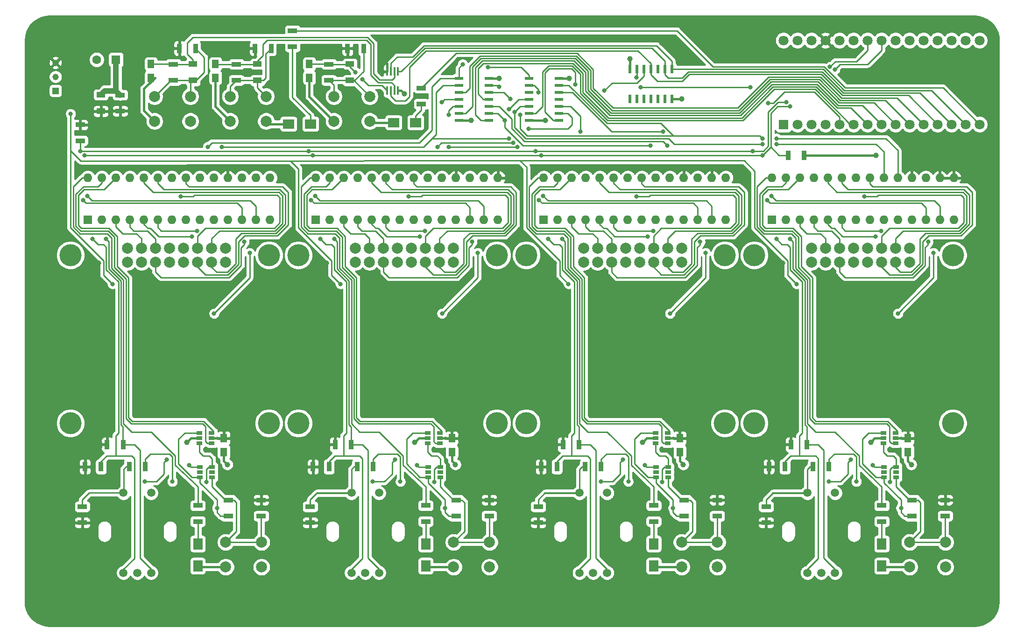
<source format=gbr>
%TF.GenerationSoftware,KiCad,Pcbnew,5.1.6*%
%TF.CreationDate,2020-07-30T12:55:36-05:00*%
%TF.ProjectId,pulsemixer_pcb,70756c73-656d-4697-9865-725f7063622e,rev?*%
%TF.SameCoordinates,Original*%
%TF.FileFunction,Copper,L1,Top*%
%TF.FilePolarity,Positive*%
%FSLAX46Y46*%
G04 Gerber Fmt 4.6, Leading zero omitted, Abs format (unit mm)*
G04 Created by KiCad (PCBNEW 5.1.6) date 2020-07-30 12:55:36*
%MOMM*%
%LPD*%
G01*
G04 APERTURE LIST*
%TA.AperFunction,ComponentPad*%
%ADD10C,2.000000*%
%TD*%
%TA.AperFunction,ComponentPad*%
%ADD11C,4.000000*%
%TD*%
%TA.AperFunction,ComponentPad*%
%ADD12C,1.498600*%
%TD*%
%TA.AperFunction,ComponentPad*%
%ADD13R,1.600000X1.600000*%
%TD*%
%TA.AperFunction,ComponentPad*%
%ADD14O,1.600000X1.600000*%
%TD*%
%TA.AperFunction,SMDPad,CuDef*%
%ADD15R,1.700000X2.000000*%
%TD*%
%TA.AperFunction,SMDPad,CuDef*%
%ADD16R,1.500000X0.600000*%
%TD*%
%TA.AperFunction,SMDPad,CuDef*%
%ADD17R,1.250000X1.500000*%
%TD*%
%TA.AperFunction,ComponentPad*%
%ADD18R,1.800000X1.800000*%
%TD*%
%TA.AperFunction,ComponentPad*%
%ADD19C,1.800000*%
%TD*%
%TA.AperFunction,SMDPad,CuDef*%
%ADD20R,2.000000X1.700000*%
%TD*%
%TA.AperFunction,ComponentPad*%
%ADD21C,1.160000*%
%TD*%
%TA.AperFunction,ComponentPad*%
%ADD22R,1.160000X1.160000*%
%TD*%
%TA.AperFunction,SMDPad,CuDef*%
%ADD23R,1.600000X1.000000*%
%TD*%
%TA.AperFunction,SMDPad,CuDef*%
%ADD24R,0.300000X1.600000*%
%TD*%
%TA.AperFunction,SMDPad,CuDef*%
%ADD25R,1.060000X0.650000*%
%TD*%
%TA.AperFunction,ComponentPad*%
%ADD26C,1.600000*%
%TD*%
%TA.AperFunction,SMDPad,CuDef*%
%ADD27R,0.900000X1.700000*%
%TD*%
%TA.AperFunction,SMDPad,CuDef*%
%ADD28R,1.700000X0.900000*%
%TD*%
%TA.AperFunction,SMDPad,CuDef*%
%ADD29R,0.600000X1.500000*%
%TD*%
%TA.AperFunction,ViaPad*%
%ADD30C,1.000000*%
%TD*%
%TA.AperFunction,ViaPad*%
%ADD31C,0.800000*%
%TD*%
%TA.AperFunction,Conductor*%
%ADD32C,0.400000*%
%TD*%
%TA.AperFunction,Conductor*%
%ADD33C,0.250000*%
%TD*%
%TA.AperFunction,Conductor*%
%ADD34C,1.000000*%
%TD*%
%TA.AperFunction,Conductor*%
%ADD35C,0.254000*%
%TD*%
G04 APERTURE END LIST*
D10*
%TO.P,DS201,16*%
%TO.N,/Channel0/LCD_LED-*%
X97356000Y-75602000D03*
%TO.P,DS201,15*%
%TO.N,+5V*%
X97356000Y-78142000D03*
%TO.P,DS201,14*%
%TO.N,/Channel0/LCD_DB7*%
X94816000Y-75602000D03*
%TO.P,DS201,13*%
%TO.N,/Channel0/LCD_DB6*%
X94816000Y-78142000D03*
%TO.P,DS201,10*%
%TO.N,N/C*%
X89736000Y-75602000D03*
%TO.P,DS201,9*%
X89736000Y-78142000D03*
%TO.P,DS201,12*%
%TO.N,/Channel0/LCD_DB5*%
X92276000Y-75602000D03*
%TO.P,DS201,11*%
%TO.N,/Channel0/LCD_DB4*%
X92276000Y-78142000D03*
%TO.P,DS201,8*%
%TO.N,N/C*%
X87196000Y-75602000D03*
%TO.P,DS201,7*%
X87196000Y-78142000D03*
%TO.P,DS201,6*%
%TO.N,/Channel0/LCD_E*%
X84656000Y-75602000D03*
%TO.P,DS201,5*%
%TO.N,/Channel0/LCD_RW*%
X84656000Y-78142000D03*
%TO.P,DS201,3*%
%TO.N,/LCD_V0*%
X82116000Y-78142000D03*
%TO.P,DS201,4*%
%TO.N,/Channel0/LCD_RS*%
X82116000Y-75602000D03*
%TO.P,DS201,1*%
%TO.N,GND*%
X79576000Y-78142000D03*
%TO.P,DS201,2*%
%TO.N,+5V*%
X79576000Y-75602000D03*
D11*
%TO.P,DS201,*%
%TO.N,*%
X105196000Y-107372000D03*
X69196000Y-107372000D03*
X105196000Y-76872000D03*
X69196000Y-76872000D03*
%TD*%
D10*
%TO.P,DS401,16*%
%TO.N,/Channel2/LCD_LED-*%
X180028000Y-75602000D03*
%TO.P,DS401,15*%
%TO.N,+5V*%
X180028000Y-78142000D03*
%TO.P,DS401,14*%
%TO.N,/Channel2/LCD_DB7*%
X177488000Y-75602000D03*
%TO.P,DS401,13*%
%TO.N,/Channel2/LCD_DB6*%
X177488000Y-78142000D03*
%TO.P,DS401,10*%
%TO.N,N/C*%
X172408000Y-75602000D03*
%TO.P,DS401,9*%
X172408000Y-78142000D03*
%TO.P,DS401,12*%
%TO.N,/Channel2/LCD_DB5*%
X174948000Y-75602000D03*
%TO.P,DS401,11*%
%TO.N,/Channel2/LCD_DB4*%
X174948000Y-78142000D03*
%TO.P,DS401,8*%
%TO.N,N/C*%
X169868000Y-75602000D03*
%TO.P,DS401,7*%
X169868000Y-78142000D03*
%TO.P,DS401,6*%
%TO.N,/Channel2/LCD_E*%
X167328000Y-75602000D03*
%TO.P,DS401,5*%
%TO.N,/Channel2/LCD_RW*%
X167328000Y-78142000D03*
%TO.P,DS401,3*%
%TO.N,/LCD_V0*%
X164788000Y-78142000D03*
%TO.P,DS401,4*%
%TO.N,/Channel2/LCD_RS*%
X164788000Y-75602000D03*
%TO.P,DS401,1*%
%TO.N,GND*%
X162248000Y-78142000D03*
%TO.P,DS401,2*%
%TO.N,+5V*%
X162248000Y-75602000D03*
D11*
%TO.P,DS401,*%
%TO.N,*%
X187868000Y-107372000D03*
X151868000Y-107372000D03*
X187868000Y-76872000D03*
X151868000Y-76872000D03*
%TD*%
D10*
%TO.P,DS501,16*%
%TO.N,/Channel3/LCD_LED-*%
X221364000Y-75602000D03*
%TO.P,DS501,15*%
%TO.N,+5V*%
X221364000Y-78142000D03*
%TO.P,DS501,14*%
%TO.N,/Channel3/LCD_DB7*%
X218824000Y-75602000D03*
%TO.P,DS501,13*%
%TO.N,/Channel3/LCD_DB6*%
X218824000Y-78142000D03*
%TO.P,DS501,10*%
%TO.N,N/C*%
X213744000Y-75602000D03*
%TO.P,DS501,9*%
X213744000Y-78142000D03*
%TO.P,DS501,12*%
%TO.N,/Channel3/LCD_DB5*%
X216284000Y-75602000D03*
%TO.P,DS501,11*%
%TO.N,/Channel3/LCD_DB4*%
X216284000Y-78142000D03*
%TO.P,DS501,8*%
%TO.N,N/C*%
X211204000Y-75602000D03*
%TO.P,DS501,7*%
X211204000Y-78142000D03*
%TO.P,DS501,6*%
%TO.N,/Channel3/LCD_E*%
X208664000Y-75602000D03*
%TO.P,DS501,5*%
%TO.N,/Channel3/LCD_RW*%
X208664000Y-78142000D03*
%TO.P,DS501,3*%
%TO.N,/LCD_V0*%
X206124000Y-78142000D03*
%TO.P,DS501,4*%
%TO.N,/Channel3/LCD_RS*%
X206124000Y-75602000D03*
%TO.P,DS501,1*%
%TO.N,GND*%
X203584000Y-78142000D03*
%TO.P,DS501,2*%
%TO.N,+5V*%
X203584000Y-75602000D03*
D11*
%TO.P,DS501,*%
%TO.N,*%
X229204000Y-107372000D03*
X193204000Y-107372000D03*
X229204000Y-76872000D03*
X193204000Y-76872000D03*
%TD*%
D10*
%TO.P,DS301,16*%
%TO.N,/Channel1/LCD_LED-*%
X138692000Y-75602000D03*
%TO.P,DS301,15*%
%TO.N,+5V*%
X138692000Y-78142000D03*
%TO.P,DS301,14*%
%TO.N,/Channel1/LCD_DB7*%
X136152000Y-75602000D03*
%TO.P,DS301,13*%
%TO.N,/Channel1/LCD_DB6*%
X136152000Y-78142000D03*
%TO.P,DS301,10*%
%TO.N,N/C*%
X131072000Y-75602000D03*
%TO.P,DS301,9*%
X131072000Y-78142000D03*
%TO.P,DS301,12*%
%TO.N,/Channel1/LCD_DB5*%
X133612000Y-75602000D03*
%TO.P,DS301,11*%
%TO.N,/Channel1/LCD_DB4*%
X133612000Y-78142000D03*
%TO.P,DS301,8*%
%TO.N,N/C*%
X128532000Y-75602000D03*
%TO.P,DS301,7*%
X128532000Y-78142000D03*
%TO.P,DS301,6*%
%TO.N,/Channel1/LCD_E*%
X125992000Y-75602000D03*
%TO.P,DS301,5*%
%TO.N,/Channel1/LCD_RW*%
X125992000Y-78142000D03*
%TO.P,DS301,3*%
%TO.N,/LCD_V0*%
X123452000Y-78142000D03*
%TO.P,DS301,4*%
%TO.N,/Channel1/LCD_RS*%
X123452000Y-75602000D03*
%TO.P,DS301,1*%
%TO.N,GND*%
X120912000Y-78142000D03*
%TO.P,DS301,2*%
%TO.N,+5V*%
X120912000Y-75602000D03*
D11*
%TO.P,DS301,*%
%TO.N,*%
X146532000Y-107372000D03*
X110532000Y-107372000D03*
X146532000Y-76872000D03*
X110532000Y-76872000D03*
%TD*%
D12*
%TO.P,SW201,S1*%
%TO.N,/Channel0/SW_VOL_OUT*%
X78833000Y-120031000D03*
%TO.P,SW201,S2*%
%TO.N,GND*%
X83833000Y-120031000D03*
%TO.P,SW201,A*%
%TO.N,/Channel0/VOL_A*%
X78833000Y-134531000D03*
%TO.P,SW201,C*%
%TO.N,GND*%
X81333000Y-134531000D03*
%TO.P,SW201,B*%
%TO.N,/Channel0/VOL_B*%
X83833000Y-134531000D03*
%TD*%
%TO.P,SW301,S1*%
%TO.N,/Channel1/SW_VOL_OUT*%
X120169000Y-120031000D03*
%TO.P,SW301,S2*%
%TO.N,GND*%
X125169000Y-120031000D03*
%TO.P,SW301,A*%
%TO.N,/Channel1/VOL_A*%
X120169000Y-134531000D03*
%TO.P,SW301,C*%
%TO.N,GND*%
X122669000Y-134531000D03*
%TO.P,SW301,B*%
%TO.N,/Channel1/VOL_B*%
X125169000Y-134531000D03*
%TD*%
%TO.P,SW401,S1*%
%TO.N,/Channel2/SW_VOL_OUT*%
X161505000Y-120031000D03*
%TO.P,SW401,S2*%
%TO.N,GND*%
X166505000Y-120031000D03*
%TO.P,SW401,A*%
%TO.N,/Channel2/VOL_A*%
X161505000Y-134531000D03*
%TO.P,SW401,C*%
%TO.N,GND*%
X164005000Y-134531000D03*
%TO.P,SW401,B*%
%TO.N,/Channel2/VOL_B*%
X166505000Y-134531000D03*
%TD*%
%TO.P,SW501,S1*%
%TO.N,/Channel3/SW_VOL_OUT*%
X202841000Y-120031000D03*
%TO.P,SW501,S2*%
%TO.N,GND*%
X207841000Y-120031000D03*
%TO.P,SW501,A*%
%TO.N,/Channel3/VOL_A*%
X202841000Y-134531000D03*
%TO.P,SW501,C*%
%TO.N,GND*%
X205341000Y-134531000D03*
%TO.P,SW501,B*%
%TO.N,/Channel3/VOL_B*%
X207841000Y-134531000D03*
%TD*%
D13*
%TO.P,U201,1*%
%TO.N,/Channel0/VOL_A*%
X72356000Y-70472000D03*
D14*
%TO.P,U201,15*%
%TO.N,GND*%
X105376000Y-62852000D03*
%TO.P,U201,2*%
%TO.N,/Channel0/VOL_B*%
X74896000Y-70472000D03*
%TO.P,U201,16*%
%TO.N,GND*%
X102836000Y-62852000D03*
%TO.P,U201,3*%
%TO.N,/Channel0/LCD_RS*%
X77436000Y-70472000D03*
%TO.P,U201,17*%
%TO.N,GND*%
X100296000Y-62852000D03*
%TO.P,U201,4*%
%TO.N,/Channel0/LCD_E*%
X79976000Y-70472000D03*
%TO.P,U201,18*%
%TO.N,+5V*%
X97756000Y-62852000D03*
%TO.P,U201,5*%
%TO.N,/Channel0/LCD_LED*%
X82516000Y-70472000D03*
%TO.P,U201,19*%
%TO.N,/INTBTN_CH0*%
X95216000Y-62852000D03*
%TO.P,U201,6*%
%TO.N,/Channel0/LCD_RW*%
X85056000Y-70472000D03*
%TO.P,U201,20*%
%TO.N,/INTVOL_CH0*%
X92676000Y-62852000D03*
%TO.P,U201,7*%
%TO.N,N/C*%
X87596000Y-70472000D03*
%TO.P,U201,21*%
%TO.N,/Channel0/LCD_DB4*%
X90136000Y-62852000D03*
%TO.P,U201,8*%
%TO.N,N/C*%
X90136000Y-70472000D03*
%TO.P,U201,22*%
%TO.N,/Channel0/LCD_DB5*%
X87596000Y-62852000D03*
%TO.P,U201,9*%
%TO.N,+5V*%
X92676000Y-70472000D03*
%TO.P,U201,23*%
%TO.N,/Channel0/LCD_DB6*%
X85056000Y-62852000D03*
%TO.P,U201,10*%
%TO.N,GND*%
X95216000Y-70472000D03*
%TO.P,U201,24*%
%TO.N,/Channel0/LCD_DB7*%
X82516000Y-62852000D03*
%TO.P,U201,11*%
%TO.N,N/C*%
X97756000Y-70472000D03*
%TO.P,U201,25*%
X79976000Y-62852000D03*
%TO.P,U201,12*%
%TO.N,/SCK*%
X100296000Y-70472000D03*
%TO.P,U201,26*%
%TO.N,/Channel0/MUTE_SW*%
X77436000Y-62852000D03*
%TO.P,U201,13*%
%TO.N,/SDA*%
X102836000Y-70472000D03*
%TO.P,U201,27*%
%TO.N,/Channel0/VOL_SW*%
X74896000Y-62852000D03*
%TO.P,U201,14*%
%TO.N,N/C*%
X105376000Y-70472000D03*
%TO.P,U201,28*%
%TO.N,/Channel0/MUTE_LED*%
X72356000Y-62852000D03*
%TD*%
D15*
%TO.P,D201,1*%
%TO.N,GND*%
X92306000Y-133272000D03*
%TO.P,D201,2*%
%TO.N,/Channel0/MUTE_LED_TO_D*%
X92306000Y-129272000D03*
%TD*%
D10*
%TO.P,SW202,2*%
%TO.N,GND*%
X97356000Y-133472000D03*
%TO.P,SW202,1*%
%TO.N,/Channel0/SW_MUTE_OUT*%
X97356000Y-128972000D03*
%TO.P,SW202,2*%
%TO.N,GND*%
X103856000Y-133472000D03*
%TO.P,SW202,1*%
%TO.N,/Channel0/SW_MUTE_OUT*%
X103856000Y-128972000D03*
%TD*%
D13*
%TO.P,U401,1*%
%TO.N,/Channel2/VOL_A*%
X155028000Y-70472000D03*
D14*
%TO.P,U401,15*%
%TO.N,GND*%
X188048000Y-62852000D03*
%TO.P,U401,2*%
%TO.N,/Channel2/VOL_B*%
X157568000Y-70472000D03*
%TO.P,U401,16*%
%TO.N,+5V*%
X185508000Y-62852000D03*
%TO.P,U401,3*%
%TO.N,/Channel2/LCD_RS*%
X160108000Y-70472000D03*
%TO.P,U401,17*%
%TO.N,GND*%
X182968000Y-62852000D03*
%TO.P,U401,4*%
%TO.N,/Channel2/LCD_E*%
X162648000Y-70472000D03*
%TO.P,U401,18*%
%TO.N,+5V*%
X180428000Y-62852000D03*
%TO.P,U401,5*%
%TO.N,/Channel2/LCD_LED*%
X165188000Y-70472000D03*
%TO.P,U401,19*%
%TO.N,/INTBTN_CH2*%
X177888000Y-62852000D03*
%TO.P,U401,6*%
%TO.N,/Channel2/LCD_RW*%
X167728000Y-70472000D03*
%TO.P,U401,20*%
%TO.N,/INTVOL_CH2*%
X175348000Y-62852000D03*
%TO.P,U401,7*%
%TO.N,N/C*%
X170268000Y-70472000D03*
%TO.P,U401,21*%
%TO.N,/Channel2/LCD_DB4*%
X172808000Y-62852000D03*
%TO.P,U401,8*%
%TO.N,N/C*%
X172808000Y-70472000D03*
%TO.P,U401,22*%
%TO.N,/Channel2/LCD_DB5*%
X170268000Y-62852000D03*
%TO.P,U401,9*%
%TO.N,+5V*%
X175348000Y-70472000D03*
%TO.P,U401,23*%
%TO.N,/Channel2/LCD_DB6*%
X167728000Y-62852000D03*
%TO.P,U401,10*%
%TO.N,GND*%
X177888000Y-70472000D03*
%TO.P,U401,24*%
%TO.N,/Channel2/LCD_DB7*%
X165188000Y-62852000D03*
%TO.P,U401,11*%
%TO.N,N/C*%
X180428000Y-70472000D03*
%TO.P,U401,25*%
X162648000Y-62852000D03*
%TO.P,U401,12*%
%TO.N,/SCK*%
X182968000Y-70472000D03*
%TO.P,U401,26*%
%TO.N,/Channel2/MUTE_SW*%
X160108000Y-62852000D03*
%TO.P,U401,13*%
%TO.N,/SDA*%
X185508000Y-70472000D03*
%TO.P,U401,27*%
%TO.N,/Channel2/VOL_SW*%
X157568000Y-62852000D03*
%TO.P,U401,14*%
%TO.N,N/C*%
X188048000Y-70472000D03*
%TO.P,U401,28*%
%TO.N,/Channel2/MUTE_LED*%
X155028000Y-62852000D03*
%TD*%
D16*
%TO.P,U102,1*%
%TO.N,/INTVOL_CH0*%
X152370000Y-44770000D03*
%TO.P,U102,2*%
%TO.N,/INTVOL_CH1*%
X152370000Y-46040000D03*
%TO.P,U102,3*%
%TO.N,N/C*%
X152370000Y-47310000D03*
%TO.P,U102,4*%
%TO.N,/INTVOL_CH2*%
X152370000Y-48580000D03*
%TO.P,U102,5*%
%TO.N,/INTVOL_CH3*%
X152370000Y-49850000D03*
%TO.P,U102,6*%
%TO.N,/INTVOL*%
X152370000Y-51120000D03*
%TO.P,U102,7*%
%TO.N,GND*%
X152370000Y-52390000D03*
%TO.P,U102,8*%
%TO.N,/INT_CH_BTN*%
X157770000Y-52390000D03*
%TO.P,U102,9*%
%TO.N,/INTBTN_CH0*%
X157770000Y-51120000D03*
%TO.P,U102,10*%
%TO.N,/INTBTN_CH1*%
X157770000Y-49850000D03*
%TO.P,U102,11*%
%TO.N,N/C*%
X157770000Y-48580000D03*
%TO.P,U102,12*%
%TO.N,/INTBTN_CH2*%
X157770000Y-47310000D03*
%TO.P,U102,13*%
%TO.N,/INTBTN_CH3*%
X157770000Y-46040000D03*
%TO.P,U102,14*%
%TO.N,+5V*%
X157770000Y-44770000D03*
%TD*%
%TO.P,U101,1*%
%TO.N,/INTVOL_CH0*%
X139670000Y-44770000D03*
%TO.P,U101,2*%
%TO.N,/INTBTN_CH0*%
X139670000Y-46040000D03*
%TO.P,U101,3*%
%TO.N,/INTCH0*%
X139670000Y-47310000D03*
%TO.P,U101,4*%
%TO.N,/INTVOL_CH1*%
X139670000Y-48580000D03*
%TO.P,U101,5*%
%TO.N,/INTBTN_CH1*%
X139670000Y-49850000D03*
%TO.P,U101,6*%
%TO.N,/INTCH1*%
X139670000Y-51120000D03*
%TO.P,U101,7*%
%TO.N,GND*%
X139670000Y-52390000D03*
%TO.P,U101,8*%
%TO.N,/INTCH2*%
X145070000Y-52390000D03*
%TO.P,U101,9*%
%TO.N,/INTVOL_CH2*%
X145070000Y-51120000D03*
%TO.P,U101,10*%
%TO.N,/INTBTN_CH2*%
X145070000Y-49850000D03*
%TO.P,U101,11*%
%TO.N,/INTCH3*%
X145070000Y-48580000D03*
%TO.P,U101,12*%
%TO.N,/INTBTN_CH3*%
X145070000Y-47310000D03*
%TO.P,U101,13*%
%TO.N,/INTVOL_CH3*%
X145070000Y-46040000D03*
%TO.P,U101,14*%
%TO.N,+5V*%
X145070000Y-44770000D03*
%TD*%
D17*
%TO.P,C505,1*%
%TO.N,GND*%
X221035949Y-112598184D03*
%TO.P,C505,2*%
%TO.N,+5V*%
X221035949Y-110098184D03*
%TD*%
%TO.P,C405,1*%
%TO.N,GND*%
X179699949Y-112598184D03*
%TO.P,C405,2*%
%TO.N,+5V*%
X179699949Y-110098184D03*
%TD*%
%TO.P,C305,1*%
%TO.N,GND*%
X138363949Y-112598184D03*
%TO.P,C305,2*%
%TO.N,+5V*%
X138363949Y-110098184D03*
%TD*%
%TO.P,C205,1*%
%TO.N,GND*%
X97027949Y-112598184D03*
%TO.P,C205,2*%
%TO.N,+5V*%
X97027949Y-110098184D03*
%TD*%
D18*
%TO.P,A101,1*%
%TO.N,N/C*%
X198504000Y-53152000D03*
D19*
%TO.P,A101,2*%
X201044000Y-53152000D03*
%TO.P,A101,3*%
X203584000Y-53152000D03*
%TO.P,A101,4*%
%TO.N,GND*%
X206124000Y-53152000D03*
%TO.P,A101,5*%
%TO.N,/INTBTN*%
X208664000Y-53152000D03*
%TO.P,A101,6*%
%TO.N,/INTVOL*%
X211204000Y-53152000D03*
%TO.P,A101,7*%
%TO.N,/INTCH3*%
X213744000Y-53152000D03*
%TO.P,A101,8*%
%TO.N,/INTCH2*%
X216284000Y-53152000D03*
%TO.P,A101,9*%
%TO.N,/INTCH1*%
X218824000Y-53152000D03*
%TO.P,A101,10*%
%TO.N,/INTCH0*%
X221364000Y-53152000D03*
%TO.P,A101,11*%
%TO.N,/STRM_DEV_LED*%
X223904000Y-53152000D03*
%TO.P,A101,12*%
%TO.N,/PAGE_BTN*%
X226444000Y-53152000D03*
%TO.P,A101,13*%
%TO.N,/IO_BTN*%
X228984000Y-53152000D03*
%TO.P,A101,14*%
%TO.N,/STRM_DEV_BTN*%
X231524000Y-53152000D03*
%TO.P,A101,15*%
%TO.N,/IO_LED*%
X234064000Y-53152000D03*
%TO.P,A101,16*%
%TO.N,N/C*%
X234064000Y-37912000D03*
%TO.P,A101,17*%
X231524000Y-37912000D03*
%TO.P,A101,18*%
X228984000Y-37912000D03*
%TO.P,A101,19*%
X226444000Y-37912000D03*
%TO.P,A101,20*%
X223904000Y-37912000D03*
%TO.P,A101,21*%
X221364000Y-37912000D03*
%TO.P,A101,22*%
X218824000Y-37912000D03*
%TO.P,A101,23*%
%TO.N,/SDA*%
X216284000Y-37912000D03*
%TO.P,A101,24*%
%TO.N,/SCK*%
X213744000Y-37912000D03*
%TO.P,A101,25*%
%TO.N,N/C*%
X211204000Y-37912000D03*
%TO.P,A101,26*%
X208664000Y-37912000D03*
%TO.P,A101,27*%
%TO.N,+5V*%
X206124000Y-37912000D03*
%TO.P,A101,28*%
%TO.N,N/C*%
X203584000Y-37912000D03*
%TO.P,A101,29*%
%TO.N,GND*%
X201044000Y-37912000D03*
%TO.P,A101,30*%
%TO.N,N/C*%
X198504000Y-37912000D03*
%TD*%
D20*
%TO.P,D109,1*%
%TO.N,GND*%
X127794000Y-52832000D03*
%TO.P,D109,2*%
%TO.N,Net-(D109-Pad2)*%
X131794000Y-52832000D03*
%TD*%
D15*
%TO.P,D401,1*%
%TO.N,GND*%
X174978000Y-133272000D03*
%TO.P,D401,2*%
%TO.N,/Channel2/MUTE_LED_TO_D*%
X174978000Y-129272000D03*
%TD*%
%TO.P,D501,1*%
%TO.N,GND*%
X216314000Y-133272000D03*
%TO.P,D501,2*%
%TO.N,/Channel3/MUTE_LED_TO_D*%
X216314000Y-129272000D03*
%TD*%
D10*
%TO.P,SW103,2*%
%TO.N,GND*%
X116970000Y-52572000D03*
%TO.P,SW103,1*%
%TO.N,Net-(D103-Pad2)*%
X116970000Y-48072000D03*
%TO.P,SW103,2*%
%TO.N,GND*%
X123470000Y-52572000D03*
%TO.P,SW103,1*%
%TO.N,Net-(D103-Pad2)*%
X123470000Y-48072000D03*
%TD*%
%TO.P,SW402,2*%
%TO.N,GND*%
X180028000Y-133472000D03*
%TO.P,SW402,1*%
%TO.N,/Channel2/SW_MUTE_OUT*%
X180028000Y-128972000D03*
%TO.P,SW402,2*%
%TO.N,GND*%
X186528000Y-133472000D03*
%TO.P,SW402,1*%
%TO.N,/Channel2/SW_MUTE_OUT*%
X186528000Y-128972000D03*
%TD*%
%TO.P,SW502,2*%
%TO.N,GND*%
X221364000Y-133472000D03*
%TO.P,SW502,1*%
%TO.N,/Channel3/SW_MUTE_OUT*%
X221364000Y-128972000D03*
%TO.P,SW502,2*%
%TO.N,GND*%
X227864000Y-133472000D03*
%TO.P,SW502,1*%
%TO.N,/Channel3/SW_MUTE_OUT*%
X227864000Y-128972000D03*
%TD*%
D13*
%TO.P,U501,1*%
%TO.N,/Channel3/VOL_A*%
X196364000Y-70472000D03*
D14*
%TO.P,U501,15*%
%TO.N,+5V*%
X229384000Y-62852000D03*
%TO.P,U501,2*%
%TO.N,/Channel3/VOL_B*%
X198904000Y-70472000D03*
%TO.P,U501,16*%
%TO.N,+5V*%
X226844000Y-62852000D03*
%TO.P,U501,3*%
%TO.N,/Channel3/LCD_RS*%
X201444000Y-70472000D03*
%TO.P,U501,17*%
%TO.N,GND*%
X224304000Y-62852000D03*
%TO.P,U501,4*%
%TO.N,/Channel3/LCD_E*%
X203984000Y-70472000D03*
%TO.P,U501,18*%
%TO.N,+5V*%
X221764000Y-62852000D03*
%TO.P,U501,5*%
%TO.N,/Channel3/LCD_LED*%
X206524000Y-70472000D03*
%TO.P,U501,19*%
%TO.N,/INTBTN_CH3*%
X219224000Y-62852000D03*
%TO.P,U501,6*%
%TO.N,/Channel3/LCD_RW*%
X209064000Y-70472000D03*
%TO.P,U501,20*%
%TO.N,/INTVOL_CH3*%
X216684000Y-62852000D03*
%TO.P,U501,7*%
%TO.N,N/C*%
X211604000Y-70472000D03*
%TO.P,U501,21*%
%TO.N,/Channel3/LCD_DB4*%
X214144000Y-62852000D03*
%TO.P,U501,8*%
%TO.N,N/C*%
X214144000Y-70472000D03*
%TO.P,U501,22*%
%TO.N,/Channel3/LCD_DB5*%
X211604000Y-62852000D03*
%TO.P,U501,9*%
%TO.N,+5V*%
X216684000Y-70472000D03*
%TO.P,U501,23*%
%TO.N,/Channel3/LCD_DB6*%
X209064000Y-62852000D03*
%TO.P,U501,10*%
%TO.N,GND*%
X219224000Y-70472000D03*
%TO.P,U501,24*%
%TO.N,/Channel3/LCD_DB7*%
X206524000Y-62852000D03*
%TO.P,U501,11*%
%TO.N,N/C*%
X221764000Y-70472000D03*
%TO.P,U501,25*%
X203984000Y-62852000D03*
%TO.P,U501,12*%
%TO.N,/SCK*%
X224304000Y-70472000D03*
%TO.P,U501,26*%
%TO.N,/Channel3/MUTE_SW*%
X201444000Y-62852000D03*
%TO.P,U501,13*%
%TO.N,/SDA*%
X226844000Y-70472000D03*
%TO.P,U501,27*%
%TO.N,/Channel3/VOL_SW*%
X198904000Y-62852000D03*
%TO.P,U501,14*%
%TO.N,N/C*%
X229384000Y-70472000D03*
%TO.P,U501,28*%
%TO.N,/Channel3/MUTE_LED*%
X196364000Y-62852000D03*
%TD*%
D21*
%TO.P,RV101,3*%
%TO.N,+5V*%
X66500000Y-41976000D03*
%TO.P,RV101,2*%
%TO.N,/LCD_V0*%
X66500000Y-44516000D03*
D22*
%TO.P,RV101,1*%
%TO.N,GND*%
X66500000Y-47056000D03*
%TD*%
D15*
%TO.P,D301,2*%
%TO.N,/Channel1/MUTE_LED_TO_D*%
X133642000Y-129272000D03*
%TO.P,D301,1*%
%TO.N,GND*%
X133642000Y-133272000D03*
%TD*%
D10*
%TO.P,SW302,1*%
%TO.N,/Channel1/SW_MUTE_OUT*%
X145192000Y-128972000D03*
%TO.P,SW302,2*%
%TO.N,GND*%
X145192000Y-133472000D03*
%TO.P,SW302,1*%
%TO.N,/Channel1/SW_MUTE_OUT*%
X138692000Y-128972000D03*
%TO.P,SW302,2*%
%TO.N,GND*%
X138692000Y-133472000D03*
%TD*%
D14*
%TO.P,U301,28*%
%TO.N,/Channel1/MUTE_LED*%
X113692000Y-62852000D03*
%TO.P,U301,14*%
%TO.N,N/C*%
X146712000Y-70472000D03*
%TO.P,U301,27*%
%TO.N,/Channel1/VOL_SW*%
X116232000Y-62852000D03*
%TO.P,U301,13*%
%TO.N,/SDA*%
X144172000Y-70472000D03*
%TO.P,U301,26*%
%TO.N,/Channel1/MUTE_SW*%
X118772000Y-62852000D03*
%TO.P,U301,12*%
%TO.N,/SCK*%
X141632000Y-70472000D03*
%TO.P,U301,25*%
%TO.N,N/C*%
X121312000Y-62852000D03*
%TO.P,U301,11*%
X139092000Y-70472000D03*
%TO.P,U301,24*%
%TO.N,/Channel1/LCD_DB7*%
X123852000Y-62852000D03*
%TO.P,U301,10*%
%TO.N,GND*%
X136552000Y-70472000D03*
%TO.P,U301,23*%
%TO.N,/Channel1/LCD_DB6*%
X126392000Y-62852000D03*
%TO.P,U301,9*%
%TO.N,+5V*%
X134012000Y-70472000D03*
%TO.P,U301,22*%
%TO.N,/Channel1/LCD_DB5*%
X128932000Y-62852000D03*
%TO.P,U301,8*%
%TO.N,N/C*%
X131472000Y-70472000D03*
%TO.P,U301,21*%
%TO.N,/Channel1/LCD_DB4*%
X131472000Y-62852000D03*
%TO.P,U301,7*%
%TO.N,N/C*%
X128932000Y-70472000D03*
%TO.P,U301,20*%
%TO.N,/INTVOL_CH1*%
X134012000Y-62852000D03*
%TO.P,U301,6*%
%TO.N,/Channel1/LCD_RW*%
X126392000Y-70472000D03*
%TO.P,U301,19*%
%TO.N,/INTBTN_CH1*%
X136552000Y-62852000D03*
%TO.P,U301,5*%
%TO.N,/Channel1/LCD_LED*%
X123852000Y-70472000D03*
%TO.P,U301,18*%
%TO.N,+5V*%
X139092000Y-62852000D03*
%TO.P,U301,4*%
%TO.N,/Channel1/LCD_E*%
X121312000Y-70472000D03*
%TO.P,U301,17*%
%TO.N,GND*%
X141632000Y-62852000D03*
%TO.P,U301,3*%
%TO.N,/Channel1/LCD_RS*%
X118772000Y-70472000D03*
%TO.P,U301,16*%
%TO.N,GND*%
X144172000Y-62852000D03*
%TO.P,U301,2*%
%TO.N,/Channel1/VOL_B*%
X116232000Y-70472000D03*
%TO.P,U301,15*%
%TO.N,+5V*%
X146712000Y-62852000D03*
D13*
%TO.P,U301,1*%
%TO.N,/Channel1/VOL_A*%
X113692000Y-70472000D03*
%TD*%
D17*
%TO.P,C104,1*%
%TO.N,Net-(C104-Pad1)*%
X95504000Y-42184000D03*
%TO.P,C104,2*%
%TO.N,GND*%
X95504000Y-44684000D03*
%TD*%
%TO.P,C105,2*%
%TO.N,GND*%
X83820000Y-44684000D03*
%TO.P,C105,1*%
%TO.N,Net-(C105-Pad1)*%
X83820000Y-42184000D03*
%TD*%
%TO.P,C106,1*%
%TO.N,Net-(C106-Pad1)*%
X112522000Y-42184000D03*
%TO.P,C106,2*%
%TO.N,GND*%
X112522000Y-44684000D03*
%TD*%
D23*
%TO.P,D101,1*%
%TO.N,Net-(C104-Pad1)*%
X103124000Y-42188000D03*
%TO.P,D101,2*%
%TO.N,Net-(D101-Pad2)*%
X103124000Y-45188000D03*
%TD*%
%TO.P,D102,2*%
%TO.N,Net-(D102-Pad2)*%
X91440000Y-45188000D03*
%TO.P,D102,1*%
%TO.N,Net-(C105-Pad1)*%
X91440000Y-42188000D03*
%TD*%
%TO.P,D103,2*%
%TO.N,Net-(D103-Pad2)*%
X119888000Y-45188000D03*
%TO.P,D103,1*%
%TO.N,Net-(C106-Pad1)*%
X119888000Y-42188000D03*
%TD*%
D10*
%TO.P,SW101,1*%
%TO.N,Net-(D101-Pad2)*%
X104674000Y-48072000D03*
%TO.P,SW101,2*%
%TO.N,GND*%
X104674000Y-52572000D03*
%TO.P,SW101,1*%
%TO.N,Net-(D101-Pad2)*%
X98174000Y-48072000D03*
%TO.P,SW101,2*%
%TO.N,GND*%
X98174000Y-52572000D03*
%TD*%
%TO.P,SW102,2*%
%TO.N,GND*%
X84458000Y-52572000D03*
%TO.P,SW102,1*%
%TO.N,Net-(D102-Pad2)*%
X84458000Y-48072000D03*
%TO.P,SW102,2*%
%TO.N,GND*%
X90958000Y-52572000D03*
%TO.P,SW102,1*%
%TO.N,Net-(D102-Pad2)*%
X90958000Y-48072000D03*
%TD*%
D24*
%TO.P,U103,8*%
%TO.N,+5V*%
X126663000Y-43578000D03*
%TO.P,U103,7*%
%TO.N,/STRM_DEV_BTN*%
X127313000Y-43578000D03*
%TO.P,U103,6*%
%TO.N,Net-(C105-Pad1)*%
X127963000Y-43578000D03*
%TO.P,U103,5*%
%TO.N,/IO_BTN*%
X128613000Y-43578000D03*
%TO.P,U103,4*%
%TO.N,GND*%
X128613000Y-46978000D03*
%TO.P,U103,3*%
%TO.N,Net-(C104-Pad1)*%
X127963000Y-46978000D03*
%TO.P,U103,2*%
%TO.N,/PAGE_BTN*%
X127313000Y-46978000D03*
%TO.P,U103,1*%
%TO.N,Net-(C106-Pad1)*%
X126663000Y-46978000D03*
%TD*%
D25*
%TO.P,D202,5*%
%TO.N,N/C*%
X92706000Y-116272000D03*
%TO.P,D202,6*%
%TO.N,/Channel0/MUTE_SW_RC*%
X92706000Y-117222000D03*
%TO.P,D202,4*%
%TO.N,/Channel0/SW_VOL_OUT*%
X92706000Y-115322000D03*
%TO.P,D202,3*%
%TO.N,/Channel0/VOL_SW_RC*%
X94906000Y-115322000D03*
%TO.P,D202,2*%
%TO.N,N/C*%
X94906000Y-116272000D03*
%TO.P,D202,1*%
%TO.N,/Channel0/SW_MUTE_OUT*%
X94906000Y-117222000D03*
%TD*%
%TO.P,D302,1*%
%TO.N,/Channel1/SW_MUTE_OUT*%
X136242000Y-117222000D03*
%TO.P,D302,2*%
%TO.N,N/C*%
X136242000Y-116272000D03*
%TO.P,D302,3*%
%TO.N,/Channel1/VOL_SW_RC*%
X136242000Y-115322000D03*
%TO.P,D302,4*%
%TO.N,/Channel1/SW_VOL_OUT*%
X134042000Y-115322000D03*
%TO.P,D302,6*%
%TO.N,/Channel1/MUTE_SW_RC*%
X134042000Y-117222000D03*
%TO.P,D302,5*%
%TO.N,N/C*%
X134042000Y-116272000D03*
%TD*%
%TO.P,D402,5*%
%TO.N,N/C*%
X175378000Y-116272000D03*
%TO.P,D402,6*%
%TO.N,/Channel2/MUTE_SW_RC*%
X175378000Y-117222000D03*
%TO.P,D402,4*%
%TO.N,/Channel2/SW_VOL_OUT*%
X175378000Y-115322000D03*
%TO.P,D402,3*%
%TO.N,/Channel2/VOL_SW_RC*%
X177578000Y-115322000D03*
%TO.P,D402,2*%
%TO.N,N/C*%
X177578000Y-116272000D03*
%TO.P,D402,1*%
%TO.N,/Channel2/SW_MUTE_OUT*%
X177578000Y-117222000D03*
%TD*%
%TO.P,D502,1*%
%TO.N,/Channel3/SW_MUTE_OUT*%
X218914000Y-117222000D03*
%TO.P,D502,2*%
%TO.N,N/C*%
X218914000Y-116272000D03*
%TO.P,D502,3*%
%TO.N,/Channel3/VOL_SW_RC*%
X218914000Y-115322000D03*
%TO.P,D502,4*%
%TO.N,/Channel3/SW_VOL_OUT*%
X216714000Y-115322000D03*
%TO.P,D502,6*%
%TO.N,/Channel3/MUTE_SW_RC*%
X216714000Y-117222000D03*
%TO.P,D502,5*%
%TO.N,N/C*%
X216714000Y-116272000D03*
%TD*%
%TO.P,U202,5*%
%TO.N,+5V*%
X94825949Y-110078184D03*
%TO.P,U202,6*%
%TO.N,/Channel0/MUTE_SW*%
X94825949Y-109128184D03*
%TO.P,U202,4*%
%TO.N,/Channel0/VOL_SW*%
X94825949Y-111028184D03*
%TO.P,U202,3*%
%TO.N,/Channel0/VOL_SW_RC*%
X92625949Y-111028184D03*
%TO.P,U202,2*%
%TO.N,GND*%
X92625949Y-110078184D03*
%TO.P,U202,1*%
%TO.N,/Channel0/MUTE_SW_RC*%
X92625949Y-109128184D03*
%TD*%
%TO.P,U302,1*%
%TO.N,/Channel1/MUTE_SW_RC*%
X133961949Y-109128184D03*
%TO.P,U302,2*%
%TO.N,GND*%
X133961949Y-110078184D03*
%TO.P,U302,3*%
%TO.N,/Channel1/VOL_SW_RC*%
X133961949Y-111028184D03*
%TO.P,U302,4*%
%TO.N,/Channel1/VOL_SW*%
X136161949Y-111028184D03*
%TO.P,U302,6*%
%TO.N,/Channel1/MUTE_SW*%
X136161949Y-109128184D03*
%TO.P,U302,5*%
%TO.N,+5V*%
X136161949Y-110078184D03*
%TD*%
%TO.P,U402,5*%
%TO.N,+5V*%
X177497949Y-110078184D03*
%TO.P,U402,6*%
%TO.N,/Channel2/MUTE_SW*%
X177497949Y-109128184D03*
%TO.P,U402,4*%
%TO.N,/Channel2/VOL_SW*%
X177497949Y-111028184D03*
%TO.P,U402,3*%
%TO.N,/Channel2/VOL_SW_RC*%
X175297949Y-111028184D03*
%TO.P,U402,2*%
%TO.N,GND*%
X175297949Y-110078184D03*
%TO.P,U402,1*%
%TO.N,/Channel2/MUTE_SW_RC*%
X175297949Y-109128184D03*
%TD*%
%TO.P,U502,1*%
%TO.N,/Channel3/MUTE_SW_RC*%
X216633949Y-109128184D03*
%TO.P,U502,2*%
%TO.N,GND*%
X216633949Y-110078184D03*
%TO.P,U502,3*%
%TO.N,/Channel3/VOL_SW_RC*%
X216633949Y-111028184D03*
%TO.P,U502,4*%
%TO.N,/Channel3/VOL_SW*%
X218833949Y-111028184D03*
%TO.P,U502,6*%
%TO.N,/Channel3/MUTE_SW*%
X218833949Y-109128184D03*
%TO.P,U502,5*%
%TO.N,+5V*%
X218833949Y-110078184D03*
%TD*%
D23*
%TO.P,D104,2*%
%TO.N,Net-(C101-Pad1)*%
X74733000Y-47776000D03*
%TO.P,D104,1*%
%TO.N,+5V*%
X74733000Y-50776000D03*
%TD*%
D26*
%TO.P,C101,2*%
%TO.N,GND*%
X73970000Y-41402000D03*
D13*
%TO.P,C101,1*%
%TO.N,Net-(C101-Pad1)*%
X77470000Y-41402000D03*
%TD*%
D27*
%TO.P,R101,1*%
%TO.N,+5V*%
X202240000Y-58740000D03*
%TO.P,R101,2*%
%TO.N,/SDA*%
X199340000Y-58740000D03*
%TD*%
D28*
%TO.P,R102,2*%
%TO.N,/SCK*%
X70996000Y-56126000D03*
%TO.P,R102,1*%
%TO.N,+5V*%
X70996000Y-53226000D03*
%TD*%
%TO.P,R103,1*%
%TO.N,Net-(D101-Pad2)*%
X99314000Y-45138000D03*
%TO.P,R103,2*%
%TO.N,Net-(C104-Pad1)*%
X99314000Y-42238000D03*
%TD*%
D27*
%TO.P,R104,2*%
%TO.N,+5V*%
X119454000Y-39370000D03*
%TO.P,R104,1*%
%TO.N,Net-(D103-Pad2)*%
X122354000Y-39370000D03*
%TD*%
D28*
%TO.P,R105,2*%
%TO.N,Net-(C106-Pad1)*%
X116078000Y-42238000D03*
%TO.P,R105,1*%
%TO.N,Net-(D103-Pad2)*%
X116078000Y-45138000D03*
%TD*%
%TO.P,R106,2*%
%TO.N,/STRM_DEV_LED*%
X132842000Y-46556000D03*
%TO.P,R106,1*%
%TO.N,Net-(D109-Pad2)*%
X132842000Y-49456000D03*
%TD*%
%TO.P,R107,2*%
%TO.N,Net-(C105-Pad1)*%
X87884000Y-42238000D03*
%TO.P,R107,1*%
%TO.N,Net-(D102-Pad2)*%
X87884000Y-45138000D03*
%TD*%
D27*
%TO.P,R108,2*%
%TO.N,+5V*%
X102690000Y-39370000D03*
%TO.P,R108,1*%
%TO.N,Net-(D101-Pad2)*%
X105590000Y-39370000D03*
%TD*%
%TO.P,R109,1*%
%TO.N,Net-(D102-Pad2)*%
X91874000Y-39370000D03*
%TO.P,R109,2*%
%TO.N,+5V*%
X88974000Y-39370000D03*
%TD*%
D28*
%TO.P,R110,1*%
%TO.N,Net-(C101-Pad1)*%
X78232000Y-47826000D03*
%TO.P,R110,2*%
%TO.N,+5V*%
X78232000Y-50726000D03*
%TD*%
%TO.P,R201,1*%
%TO.N,+5V*%
X71356000Y-125422000D03*
%TO.P,R201,2*%
%TO.N,/Channel0/SW_VOL_OUT*%
X71356000Y-122522000D03*
%TD*%
%TO.P,R202,2*%
%TO.N,/Channel0/MUTE_LED_TO_D*%
X92306000Y-125222000D03*
%TO.P,R202,1*%
%TO.N,/Channel0/MUTE_LED*%
X92306000Y-122322000D03*
%TD*%
%TO.P,R203,2*%
%TO.N,/Channel0/SW_MUTE_OUT*%
X103806000Y-124222000D03*
%TO.P,R203,1*%
%TO.N,+5V*%
X103806000Y-121322000D03*
%TD*%
D27*
%TO.P,R204,1*%
%TO.N,+5V*%
X75856000Y-111272000D03*
%TO.P,R204,2*%
%TO.N,/Channel0/VOL_B*%
X78756000Y-111272000D03*
%TD*%
%TO.P,R205,2*%
%TO.N,/Channel0/VOL_A*%
X74756000Y-115272000D03*
%TO.P,R205,1*%
%TO.N,+5V*%
X71856000Y-115272000D03*
%TD*%
D28*
%TO.P,R206,1*%
%TO.N,/Channel0/SW_MUTE_OUT*%
X97806000Y-121322000D03*
%TO.P,R206,2*%
%TO.N,/Channel0/MUTE_SW_RC*%
X97806000Y-124222000D03*
%TD*%
D27*
%TO.P,R207,1*%
%TO.N,/Channel0/VOL_SW_RC*%
X82756000Y-115272000D03*
%TO.P,R207,2*%
%TO.N,/Channel0/SW_VOL_OUT*%
X79856000Y-115272000D03*
%TD*%
D28*
%TO.P,R301,1*%
%TO.N,+5V*%
X112692000Y-125422000D03*
%TO.P,R301,2*%
%TO.N,/Channel1/SW_VOL_OUT*%
X112692000Y-122522000D03*
%TD*%
%TO.P,R302,2*%
%TO.N,/Channel1/MUTE_LED_TO_D*%
X133642000Y-125222000D03*
%TO.P,R302,1*%
%TO.N,/Channel1/MUTE_LED*%
X133642000Y-122322000D03*
%TD*%
%TO.P,R303,2*%
%TO.N,/Channel1/SW_MUTE_OUT*%
X145142000Y-124222000D03*
%TO.P,R303,1*%
%TO.N,+5V*%
X145142000Y-121322000D03*
%TD*%
D27*
%TO.P,R304,1*%
%TO.N,+5V*%
X117192000Y-111272000D03*
%TO.P,R304,2*%
%TO.N,/Channel1/VOL_B*%
X120092000Y-111272000D03*
%TD*%
%TO.P,R305,1*%
%TO.N,+5V*%
X113192000Y-115272000D03*
%TO.P,R305,2*%
%TO.N,/Channel1/VOL_A*%
X116092000Y-115272000D03*
%TD*%
D28*
%TO.P,R306,2*%
%TO.N,/Channel1/MUTE_SW_RC*%
X139142000Y-124222000D03*
%TO.P,R306,1*%
%TO.N,/Channel1/SW_MUTE_OUT*%
X139142000Y-121322000D03*
%TD*%
D27*
%TO.P,R307,1*%
%TO.N,/Channel1/VOL_SW_RC*%
X124092000Y-115272000D03*
%TO.P,R307,2*%
%TO.N,/Channel1/SW_VOL_OUT*%
X121192000Y-115272000D03*
%TD*%
D28*
%TO.P,R401,1*%
%TO.N,+5V*%
X154028000Y-125422000D03*
%TO.P,R401,2*%
%TO.N,/Channel2/SW_VOL_OUT*%
X154028000Y-122522000D03*
%TD*%
%TO.P,R402,1*%
%TO.N,/Channel2/MUTE_LED*%
X174978000Y-122322000D03*
%TO.P,R402,2*%
%TO.N,/Channel2/MUTE_LED_TO_D*%
X174978000Y-125222000D03*
%TD*%
%TO.P,R403,2*%
%TO.N,/Channel2/SW_MUTE_OUT*%
X186478000Y-124222000D03*
%TO.P,R403,1*%
%TO.N,+5V*%
X186478000Y-121322000D03*
%TD*%
D27*
%TO.P,R404,1*%
%TO.N,+5V*%
X158528000Y-111272000D03*
%TO.P,R404,2*%
%TO.N,/Channel2/VOL_B*%
X161428000Y-111272000D03*
%TD*%
%TO.P,R405,2*%
%TO.N,/Channel2/VOL_A*%
X157428000Y-115272000D03*
%TO.P,R405,1*%
%TO.N,+5V*%
X154528000Y-115272000D03*
%TD*%
D28*
%TO.P,R406,2*%
%TO.N,/Channel2/MUTE_SW_RC*%
X180478000Y-124222000D03*
%TO.P,R406,1*%
%TO.N,/Channel2/SW_MUTE_OUT*%
X180478000Y-121322000D03*
%TD*%
D27*
%TO.P,R407,1*%
%TO.N,/Channel2/VOL_SW_RC*%
X165428000Y-115272000D03*
%TO.P,R407,2*%
%TO.N,/Channel2/SW_VOL_OUT*%
X162528000Y-115272000D03*
%TD*%
D28*
%TO.P,R501,2*%
%TO.N,/Channel3/SW_VOL_OUT*%
X195364000Y-122522000D03*
%TO.P,R501,1*%
%TO.N,+5V*%
X195364000Y-125422000D03*
%TD*%
%TO.P,R502,2*%
%TO.N,/Channel3/MUTE_LED_TO_D*%
X216314000Y-125222000D03*
%TO.P,R502,1*%
%TO.N,/Channel3/MUTE_LED*%
X216314000Y-122322000D03*
%TD*%
%TO.P,R503,1*%
%TO.N,+5V*%
X227814000Y-121322000D03*
%TO.P,R503,2*%
%TO.N,/Channel3/SW_MUTE_OUT*%
X227814000Y-124222000D03*
%TD*%
D27*
%TO.P,R504,1*%
%TO.N,+5V*%
X199864000Y-111272000D03*
%TO.P,R504,2*%
%TO.N,/Channel3/VOL_B*%
X202764000Y-111272000D03*
%TD*%
%TO.P,R505,2*%
%TO.N,/Channel3/VOL_A*%
X198764000Y-115272000D03*
%TO.P,R505,1*%
%TO.N,+5V*%
X195864000Y-115272000D03*
%TD*%
D28*
%TO.P,R506,2*%
%TO.N,/Channel3/MUTE_SW_RC*%
X221814000Y-124222000D03*
%TO.P,R506,1*%
%TO.N,/Channel3/SW_MUTE_OUT*%
X221814000Y-121322000D03*
%TD*%
D27*
%TO.P,R507,1*%
%TO.N,/Channel3/VOL_SW_RC*%
X206764000Y-115272000D03*
%TO.P,R507,2*%
%TO.N,/Channel3/SW_VOL_OUT*%
X203864000Y-115272000D03*
%TD*%
D20*
%TO.P,D105,2*%
%TO.N,Net-(D105-Pad2)*%
X112744000Y-53086000D03*
%TO.P,D105,1*%
%TO.N,GND*%
X108744000Y-53086000D03*
%TD*%
D28*
%TO.P,R111,2*%
%TO.N,/IO_LED*%
X109474000Y-36142000D03*
%TO.P,R111,1*%
%TO.N,Net-(D105-Pad2)*%
X109474000Y-39042000D03*
%TD*%
D29*
%TO.P,U104,14*%
%TO.N,+5V*%
X178243000Y-48531000D03*
%TO.P,U104,13*%
%TO.N,N/C*%
X176973000Y-48531000D03*
%TO.P,U104,12*%
X175703000Y-48531000D03*
%TO.P,U104,11*%
X174433000Y-48531000D03*
%TO.P,U104,10*%
X173163000Y-48531000D03*
%TO.P,U104,9*%
X171893000Y-48531000D03*
%TO.P,U104,8*%
X170623000Y-48531000D03*
%TO.P,U104,7*%
%TO.N,GND*%
X170623000Y-43131000D03*
%TO.P,U104,6*%
%TO.N,/INTBTN*%
X171893000Y-43131000D03*
%TO.P,U104,5*%
%TO.N,/INT_CH_BTN*%
X173163000Y-43131000D03*
%TO.P,U104,4*%
%TO.N,/PAGE_BTN*%
X174433000Y-43131000D03*
%TO.P,U104,3*%
%TO.N,N/C*%
X175703000Y-43131000D03*
%TO.P,U104,2*%
%TO.N,/IO_BTN*%
X176973000Y-43131000D03*
%TO.P,U104,1*%
%TO.N,/STRM_DEV_BTN*%
X178243000Y-43131000D03*
%TD*%
D30*
%TO.N,GND*%
X90300000Y-110810000D03*
X97666000Y-114874000D03*
X131636000Y-110810000D03*
X139002000Y-114874000D03*
X172972000Y-110810000D03*
X180338000Y-114874000D03*
X214308000Y-110810000D03*
X221674000Y-114874000D03*
X155324000Y-52390000D03*
X141862000Y-52390000D03*
X129761000Y-47564000D03*
X131636000Y-110810000D03*
X139002000Y-114874000D03*
X172972000Y-110810000D03*
X180338000Y-114874000D03*
X214308000Y-110810000D03*
X221674000Y-114874000D03*
X170633000Y-41231000D03*
%TO.N,+5V*%
X136208000Y-82616000D03*
X115634000Y-78298000D03*
X218880000Y-82616000D03*
X198306000Y-78298000D03*
X94872000Y-82616000D03*
X74298000Y-78298000D03*
X177544000Y-82616000D03*
X156970000Y-78298000D03*
X146942000Y-44770000D03*
X159642000Y-44770000D03*
X138052000Y-42992000D03*
X220602000Y-58740000D03*
X215268000Y-58740000D03*
X125984000Y-41402000D03*
X120904000Y-39370000D03*
X136208000Y-82616000D03*
X115634000Y-78298000D03*
X177544000Y-82616000D03*
X156970000Y-78298000D03*
X218880000Y-82616000D03*
X198306000Y-78298000D03*
X180033000Y-48531000D03*
X180333000Y-41731000D03*
D31*
%TO.N,/SCK*%
X71504000Y-66868000D03*
X112840000Y-66868000D03*
X154176000Y-66868000D03*
X195512000Y-66868000D03*
X153546000Y-57978000D03*
X70996000Y-57978000D03*
X192916000Y-57978000D03*
X112398000Y-57978000D03*
X199012000Y-49088000D03*
X206927384Y-42705650D03*
X112840000Y-66868000D03*
X154176000Y-66868000D03*
X195512000Y-66868000D03*
%TO.N,/SDA*%
X72266000Y-66106000D03*
X113602000Y-66106000D03*
X154938000Y-66106000D03*
X196274000Y-66106000D03*
X194704000Y-58770184D03*
X154531816Y-58770184D03*
X71727816Y-58770184D03*
X113190184Y-58770184D03*
X207834338Y-43178338D03*
X199703949Y-49920051D03*
X113602000Y-66106000D03*
X154938000Y-66106000D03*
X196274000Y-66106000D03*
%TO.N,/LCD_V0*%
X76838000Y-82108000D03*
X118174000Y-82108000D03*
X159510000Y-82108000D03*
X200846000Y-82108000D03*
X69245990Y-51231000D03*
X118174000Y-82108000D03*
X159510000Y-82108000D03*
X200846000Y-82108000D03*
%TO.N,/Channel1/LCD_RW*%
X133519347Y-72459347D03*
X142057306Y-74472000D03*
X133519347Y-72459347D03*
X142057306Y-74472000D03*
%TO.N,/Channel1/LCD_DB5*%
X130525741Y-66247000D03*
X130525741Y-66247000D03*
%TO.N,/Channel1/VOL_B*%
X117032000Y-73972000D03*
X117032000Y-73972000D03*
%TO.N,/Channel1/VOL_A*%
X114532000Y-73972000D03*
X114532000Y-73972000D03*
%TO.N,/Channel2/LCD_RW*%
X174855347Y-72459347D03*
X183393306Y-74472000D03*
X174855347Y-72459347D03*
X183393306Y-74472000D03*
%TO.N,/Channel2/LCD_DB5*%
X171861741Y-66247000D03*
X171861741Y-66247000D03*
%TO.N,/Channel3/LCD_DB5*%
X213197741Y-66247000D03*
X213197741Y-66247000D03*
%TO.N,/Channel3/LCD_RW*%
X216191347Y-72459347D03*
X224729306Y-74472000D03*
X216191347Y-72459347D03*
X224729306Y-74472000D03*
%TO.N,/Channel0/LCD_DB5*%
X89189741Y-66247000D03*
%TO.N,/Channel0/LCD_RW*%
X92183347Y-72459347D03*
X100721306Y-74472000D03*
%TO.N,/Channel2/VOL_B*%
X158368000Y-73972000D03*
X158368000Y-73972000D03*
%TO.N,/Channel2/VOL_A*%
X155868000Y-73972000D03*
X155868000Y-73972000D03*
%TO.N,/Channel3/VOL_A*%
X197204000Y-73972000D03*
X197204000Y-73972000D03*
%TO.N,/Channel3/VOL_B*%
X199704000Y-73972000D03*
X199704000Y-73972000D03*
%TO.N,/Channel0/VOL_A*%
X73196000Y-73972000D03*
%TO.N,/Channel0/VOL_B*%
X75696000Y-73972000D03*
%TO.N,/INTBTN*%
X171870347Y-44668347D03*
X172633000Y-46431000D03*
X192533000Y-46431000D03*
X195733000Y-49331000D03*
%TO.N,/INTBTN_CH0*%
X96650000Y-57216000D03*
X148720000Y-55692000D03*
X152276000Y-53914000D03*
%TO.N,/INTVOL_CH0*%
X94110000Y-57216000D03*
X140338000Y-42230000D03*
X144910000Y-42795076D03*
%TO.N,/INTBTN_CH1*%
X137798000Y-57216000D03*
X150244000Y-57216000D03*
X161674000Y-54422000D03*
X137798000Y-51374000D03*
%TO.N,/INTVOL_CH1*%
X135766000Y-57216000D03*
X149482000Y-56454000D03*
X154054000Y-47310000D03*
X136528000Y-49088000D03*
%TO.N,/INTBTN_CH2*%
X177422000Y-56962000D03*
X176660000Y-54422000D03*
%TO.N,/INTVOL_CH2*%
X174374000Y-56962000D03*
X147958000Y-52390000D03*
X148720000Y-50358000D03*
%TO.N,/INTBTN_CH3*%
X197234000Y-55692000D03*
X194694000Y-55692000D03*
X149007161Y-48546839D03*
X150752000Y-51436231D03*
%TO.N,/INTVOL_CH3*%
X197234000Y-56708000D03*
X194694000Y-56708000D03*
X146942000Y-46294000D03*
X149735982Y-50866000D03*
%TO.N,/Channel1/MUTE_SW_RC*%
X137142000Y-122772000D03*
X137142000Y-122772000D03*
%TO.N,/Channel1/VOL_SW_RC*%
X135159888Y-118047220D03*
X129032000Y-117972000D03*
X135159888Y-118047220D03*
X129032000Y-117972000D03*
%TO.N,/Channel2/MUTE_SW_RC*%
X178478000Y-122772000D03*
X178478000Y-122772000D03*
%TO.N,/Channel2/VOL_SW_RC*%
X176495888Y-118047220D03*
X170368000Y-117972000D03*
X176495888Y-118047220D03*
X170368000Y-117972000D03*
%TO.N,/Channel3/MUTE_SW_RC*%
X219814000Y-122772000D03*
X219814000Y-122772000D03*
%TO.N,/Channel3/VOL_SW_RC*%
X217831888Y-118047220D03*
X211704000Y-117972000D03*
X217831888Y-118047220D03*
X211704000Y-117972000D03*
%TO.N,/Channel0/MUTE_SW_RC*%
X95806000Y-122772000D03*
%TO.N,/Channel0/VOL_SW_RC*%
X93823888Y-118047220D03*
X87696000Y-117972000D03*
%TO.N,/Channel1/SW_VOL_OUT*%
X132032000Y-114972000D03*
X128032000Y-113972000D03*
X124032000Y-117972000D03*
X132032000Y-114972000D03*
X128032000Y-113972000D03*
X124032000Y-117972000D03*
%TO.N,/Channel2/SW_VOL_OUT*%
X173368000Y-114972000D03*
X169368000Y-113972000D03*
X165368000Y-117972000D03*
X173368000Y-114972000D03*
X169368000Y-113972000D03*
X165368000Y-117972000D03*
%TO.N,/Channel3/SW_VOL_OUT*%
X214704000Y-114972000D03*
X210704000Y-113972000D03*
X206704000Y-117972000D03*
X214704000Y-114972000D03*
X210704000Y-113972000D03*
X206704000Y-117972000D03*
%TO.N,/Channel0/SW_VOL_OUT*%
X90696000Y-114972000D03*
X86696000Y-113972000D03*
X82696000Y-117972000D03*
%TO.N,/Channel1/LCD_LED*%
X132532000Y-73472000D03*
X143032000Y-76472000D03*
X136585949Y-87472184D03*
X132532000Y-73472000D03*
X143032000Y-76472000D03*
X136585949Y-87472184D03*
%TO.N,/Channel2/LCD_LED*%
X173868000Y-73472000D03*
X184368000Y-76472000D03*
X177921949Y-87472184D03*
X173868000Y-73472000D03*
X184368000Y-76472000D03*
X177921949Y-87472184D03*
%TO.N,/Channel3/LCD_LED*%
X215204000Y-73472000D03*
X225704000Y-76472000D03*
X219257949Y-87472184D03*
X215204000Y-73472000D03*
X225704000Y-76472000D03*
X219257949Y-87472184D03*
%TO.N,/Channel0/LCD_LED*%
X91196000Y-73472000D03*
X101696000Y-76472000D03*
X95249949Y-87472184D03*
%TO.N,Net-(C106-Pad1)*%
X120904000Y-43688000D03*
X122174000Y-44958000D03*
%TO.N,/INT_CH_BTN*%
X160733000Y-45931000D03*
X166033000Y-47031000D03*
%TD*%
D32*
%TO.N,GND*%
X92625949Y-110078184D02*
X91031816Y-110078184D01*
X91031816Y-110078184D02*
X90300000Y-110810000D01*
X97027949Y-112598184D02*
X97027949Y-114235949D01*
X97027949Y-114235949D02*
X97666000Y-114874000D01*
X92506000Y-133472000D02*
X92306000Y-133272000D01*
X97356000Y-133472000D02*
X92506000Y-133472000D01*
X133961949Y-110078184D02*
X132367816Y-110078184D01*
X132367816Y-110078184D02*
X131636000Y-110810000D01*
X138363949Y-112598184D02*
X138363949Y-114235949D01*
X138363949Y-114235949D02*
X139002000Y-114874000D01*
X133842000Y-133472000D02*
X133642000Y-133272000D01*
X138692000Y-133472000D02*
X133842000Y-133472000D01*
X175297949Y-110078184D02*
X173703816Y-110078184D01*
X173703816Y-110078184D02*
X172972000Y-110810000D01*
X179699949Y-112598184D02*
X179699949Y-114235949D01*
X179699949Y-114235949D02*
X180338000Y-114874000D01*
X175178000Y-133472000D02*
X174978000Y-133272000D01*
X180028000Y-133472000D02*
X175178000Y-133472000D01*
X216633949Y-110078184D02*
X215039816Y-110078184D01*
X215039816Y-110078184D02*
X214308000Y-110810000D01*
X221035949Y-112598184D02*
X221035949Y-114235949D01*
X221035949Y-114235949D02*
X221674000Y-114874000D01*
X216514000Y-133472000D02*
X216314000Y-133272000D01*
X221364000Y-133472000D02*
X216514000Y-133472000D01*
X152370000Y-52390000D02*
X155324000Y-52390000D01*
X139670000Y-52390000D02*
X141862000Y-52390000D01*
X128613000Y-46978000D02*
X129175000Y-46978000D01*
X129175000Y-46978000D02*
X129761000Y-47564000D01*
X123730000Y-52832000D02*
X123470000Y-52572000D01*
X127794000Y-52832000D02*
X123730000Y-52832000D01*
X82550000Y-50664000D02*
X84458000Y-52572000D01*
X82550000Y-46696000D02*
X82550000Y-50664000D01*
X83820000Y-44684000D02*
X84562000Y-44684000D01*
X84562000Y-44684000D02*
X82550000Y-46696000D01*
X95504000Y-49902000D02*
X98174000Y-52572000D01*
X95504000Y-44684000D02*
X95504000Y-49902000D01*
X112522000Y-48124000D02*
X116970000Y-52572000D01*
X112522000Y-44684000D02*
X112522000Y-48124000D01*
X105188000Y-53086000D02*
X104674000Y-52572000D01*
X108744000Y-53086000D02*
X105188000Y-53086000D01*
X133961949Y-110078184D02*
X132367816Y-110078184D01*
X132367816Y-110078184D02*
X131636000Y-110810000D01*
X138363949Y-112598184D02*
X138363949Y-114235949D01*
X138363949Y-114235949D02*
X139002000Y-114874000D01*
X133842000Y-133472000D02*
X133642000Y-133272000D01*
X138692000Y-133472000D02*
X133842000Y-133472000D01*
X175297949Y-110078184D02*
X173703816Y-110078184D01*
X173703816Y-110078184D02*
X172972000Y-110810000D01*
X179699949Y-112598184D02*
X179699949Y-114235949D01*
X179699949Y-114235949D02*
X180338000Y-114874000D01*
X175178000Y-133472000D02*
X174978000Y-133272000D01*
X180028000Y-133472000D02*
X175178000Y-133472000D01*
X216633949Y-110078184D02*
X215039816Y-110078184D01*
X215039816Y-110078184D02*
X214308000Y-110810000D01*
X221035949Y-112598184D02*
X221035949Y-114235949D01*
X221035949Y-114235949D02*
X221674000Y-114874000D01*
X216514000Y-133472000D02*
X216314000Y-133272000D01*
X221364000Y-133472000D02*
X216514000Y-133472000D01*
X170623000Y-43131000D02*
X170623000Y-41241000D01*
X170623000Y-41241000D02*
X170633000Y-41231000D01*
%TO.N,+5V*%
X138343949Y-110078184D02*
X138363949Y-110098184D01*
X136161949Y-110078184D02*
X138343949Y-110078184D01*
X221015949Y-110078184D02*
X221035949Y-110098184D01*
X218833949Y-110078184D02*
X221015949Y-110078184D01*
X97007949Y-110078184D02*
X97027949Y-110098184D01*
X94825949Y-110078184D02*
X97007949Y-110078184D01*
X179679949Y-110078184D02*
X179699949Y-110098184D01*
X177497949Y-110078184D02*
X179679949Y-110078184D01*
X145070000Y-44770000D02*
X146942000Y-44770000D01*
X157770000Y-44770000D02*
X159642000Y-44770000D01*
X202240000Y-58740000D02*
X215268000Y-58740000D01*
X126663000Y-43578000D02*
X126663000Y-42081000D01*
X126663000Y-42081000D02*
X125984000Y-41402000D01*
X119454000Y-39370000D02*
X120904000Y-39370000D01*
X138343949Y-110078184D02*
X138363949Y-110098184D01*
X136161949Y-110078184D02*
X138343949Y-110078184D01*
X179679949Y-110078184D02*
X179699949Y-110098184D01*
X177497949Y-110078184D02*
X179679949Y-110078184D01*
X221015949Y-110078184D02*
X221035949Y-110098184D01*
X218833949Y-110078184D02*
X221015949Y-110078184D01*
X178243000Y-48531000D02*
X180033000Y-48531000D01*
D33*
%TO.N,/SCK*%
X100296000Y-70472000D02*
X100296000Y-68228000D01*
X100296000Y-68228000D02*
X99490011Y-67422011D01*
X99490011Y-67422011D02*
X72058011Y-67422011D01*
X72058011Y-67422011D02*
X71504000Y-66868000D01*
X141632000Y-70472000D02*
X141632000Y-68228000D01*
X141632000Y-68228000D02*
X140826011Y-67422011D01*
X140826011Y-67422011D02*
X113394011Y-67422011D01*
X113394011Y-67422011D02*
X112840000Y-66868000D01*
X182968000Y-70472000D02*
X182968000Y-68228000D01*
X182968000Y-68228000D02*
X182162011Y-67422011D01*
X182162011Y-67422011D02*
X154730011Y-67422011D01*
X154730011Y-67422011D02*
X154176000Y-66868000D01*
X224304000Y-70472000D02*
X224304000Y-68228000D01*
X224304000Y-68228000D02*
X223498011Y-67422011D01*
X223498011Y-67422011D02*
X196066011Y-67422011D01*
X196066011Y-67422011D02*
X195512000Y-66868000D01*
X193678000Y-57978000D02*
X193424000Y-57978000D01*
X153546000Y-57978000D02*
X152530000Y-57978000D01*
X152530000Y-57978000D02*
X70996000Y-57978000D01*
X193678000Y-57978000D02*
X192916000Y-57978000D01*
X192916000Y-57978000D02*
X153546000Y-57978000D01*
X195710000Y-57127774D02*
X194859774Y-57978000D01*
X199012000Y-49088000D02*
X197488000Y-49088000D01*
X194859774Y-57978000D02*
X193678000Y-57978000D01*
X195710000Y-50866000D02*
X195710000Y-57127774D01*
X197488000Y-49088000D02*
X195710000Y-50866000D01*
X70996000Y-57978000D02*
X70996000Y-56126000D01*
X141632000Y-70472000D02*
X141632000Y-68228000D01*
X141632000Y-68228000D02*
X140826011Y-67422011D01*
X140826011Y-67422011D02*
X113394011Y-67422011D01*
X113394011Y-67422011D02*
X112840000Y-66868000D01*
X182968000Y-70472000D02*
X182968000Y-68228000D01*
X182968000Y-68228000D02*
X182162011Y-67422011D01*
X182162011Y-67422011D02*
X154730011Y-67422011D01*
X154730011Y-67422011D02*
X154176000Y-66868000D01*
X224304000Y-70472000D02*
X224304000Y-68228000D01*
X224304000Y-68228000D02*
X223498011Y-67422011D01*
X223498011Y-67422011D02*
X196066011Y-67422011D01*
X196066011Y-67422011D02*
X195512000Y-66868000D01*
X211742000Y-41722000D02*
X207911034Y-41722000D01*
X213744000Y-37912000D02*
X213744000Y-39720000D01*
X207911034Y-41722000D02*
X206927384Y-42705650D01*
X213744000Y-39720000D02*
X211742000Y-41722000D01*
%TO.N,/SDA*%
X89388001Y-66972001D02*
X101834001Y-66972001D01*
X102836000Y-67974000D02*
X102836000Y-70472000D01*
X101834001Y-66972001D02*
X102836000Y-67974000D01*
X89388001Y-66972001D02*
X73132001Y-66972001D01*
X73132001Y-66972001D02*
X72266000Y-66106000D01*
X130724001Y-66972001D02*
X143170001Y-66972001D01*
X144172000Y-67974000D02*
X144172000Y-70472000D01*
X143170001Y-66972001D02*
X144172000Y-67974000D01*
X130724001Y-66972001D02*
X114468001Y-66972001D01*
X114468001Y-66972001D02*
X113602000Y-66106000D01*
X172060001Y-66972001D02*
X184506001Y-66972001D01*
X185508000Y-67974000D02*
X185508000Y-70472000D01*
X184506001Y-66972001D02*
X185508000Y-67974000D01*
X172060001Y-66972001D02*
X155804001Y-66972001D01*
X155804001Y-66972001D02*
X154938000Y-66106000D01*
X213396001Y-66972001D02*
X225842001Y-66972001D01*
X226844000Y-67974000D02*
X226844000Y-70472000D01*
X225842001Y-66972001D02*
X226844000Y-67974000D01*
X213396001Y-66972001D02*
X197140001Y-66972001D01*
X197140001Y-66972001D02*
X196274000Y-66106000D01*
X194704000Y-58770184D02*
X154531816Y-58770184D01*
X154531816Y-58770184D02*
X153515816Y-58770184D01*
X153515816Y-58770184D02*
X113190184Y-58770184D01*
X113190184Y-58770184D02*
X71727816Y-58770184D01*
X216284000Y-39690000D02*
X216284000Y-37912000D01*
X213744000Y-42230000D02*
X216284000Y-39690000D01*
X207834338Y-43178338D02*
X208782675Y-42230000D01*
X208782675Y-42230000D02*
X213744000Y-42230000D01*
X196218000Y-57256184D02*
X194704000Y-58770184D01*
X196218000Y-51120000D02*
X196218000Y-57256184D01*
X199703949Y-49920051D02*
X197417949Y-49920051D01*
X197417949Y-49920051D02*
X196218000Y-51120000D01*
X196218000Y-57256184D02*
X197701816Y-58740000D01*
X197701816Y-58740000D02*
X199340000Y-58740000D01*
X130724001Y-66972001D02*
X143170001Y-66972001D01*
X144172000Y-67974000D02*
X144172000Y-70472000D01*
X143170001Y-66972001D02*
X144172000Y-67974000D01*
X130724001Y-66972001D02*
X114468001Y-66972001D01*
X114468001Y-66972001D02*
X113602000Y-66106000D01*
X172060001Y-66972001D02*
X184506001Y-66972001D01*
X185508000Y-67974000D02*
X185508000Y-70472000D01*
X184506001Y-66972001D02*
X185508000Y-67974000D01*
X172060001Y-66972001D02*
X155804001Y-66972001D01*
X155804001Y-66972001D02*
X154938000Y-66106000D01*
X213396001Y-66972001D02*
X225842001Y-66972001D01*
X226844000Y-67974000D02*
X226844000Y-70472000D01*
X225842001Y-66972001D02*
X226844000Y-67974000D01*
X213396001Y-66972001D02*
X197140001Y-66972001D01*
X197140001Y-66972001D02*
X196274000Y-66106000D01*
%TO.N,/STRM_DEV_LED*%
X208981813Y-48331044D02*
X219083044Y-48331044D01*
X132842000Y-46556000D02*
X139127976Y-40270024D01*
X190183051Y-50180949D02*
X195833967Y-44530033D01*
X163983010Y-43162550D02*
X163983010Y-46581010D01*
X161090484Y-40270024D02*
X163983010Y-43162550D01*
X163983010Y-46581010D02*
X167582949Y-50180949D01*
X219083044Y-48331044D02*
X223904000Y-53152000D01*
X139127976Y-40270024D02*
X161090484Y-40270024D01*
X167582949Y-50180949D02*
X190183051Y-50180949D01*
X205180804Y-44530033D02*
X208981813Y-48331044D01*
X195833967Y-44530033D02*
X205180804Y-44530033D01*
%TO.N,/Channel1/MUTE_SW*%
X134718401Y-107021991D02*
X136492000Y-108795590D01*
X121718401Y-107021991D02*
X134718401Y-107021991D01*
X136492000Y-108795590D02*
X136492000Y-109322000D01*
X112032000Y-65972000D02*
X112032000Y-71472000D01*
X112032000Y-71472000D02*
X112532000Y-71972000D01*
X118772000Y-62852000D02*
X116652000Y-64972000D01*
X121059220Y-106362810D02*
X121718401Y-107021991D01*
X113032000Y-64972000D02*
X112032000Y-65972000D01*
X116652000Y-64972000D02*
X113032000Y-64972000D01*
X112532000Y-71972000D02*
X117532000Y-71972000D01*
X117532000Y-71972000D02*
X119032000Y-73472000D01*
X119032000Y-73472000D02*
X119032000Y-78972000D01*
X119032000Y-78972000D02*
X121059220Y-80999220D01*
X121059220Y-80999220D02*
X121059220Y-106362810D01*
X134718401Y-107021991D02*
X136492000Y-108795590D01*
X121718401Y-107021991D02*
X134718401Y-107021991D01*
X136492000Y-108795590D02*
X136492000Y-109322000D01*
X112032000Y-65972000D02*
X112032000Y-71472000D01*
X112032000Y-71472000D02*
X112532000Y-71972000D01*
X118772000Y-62852000D02*
X116652000Y-64972000D01*
X121059220Y-106362810D02*
X121718401Y-107021991D01*
X113032000Y-64972000D02*
X112032000Y-65972000D01*
X116652000Y-64972000D02*
X113032000Y-64972000D01*
X112532000Y-71972000D02*
X117532000Y-71972000D01*
X117532000Y-71972000D02*
X119032000Y-73472000D01*
X119032000Y-73472000D02*
X119032000Y-78972000D01*
X119032000Y-78972000D02*
X121059220Y-80999220D01*
X121059220Y-80999220D02*
X121059220Y-106362810D01*
%TO.N,/Channel1/VOL_SW*%
X116232000Y-62852000D02*
X116232000Y-63772000D01*
X116232000Y-63772000D02*
X115532000Y-64472000D01*
X115532000Y-64472000D02*
X113532000Y-64472000D01*
X113532000Y-64472000D02*
X112895590Y-64472000D01*
X112895590Y-64472000D02*
X111532000Y-65835590D01*
X111532000Y-65835590D02*
X111532000Y-71608410D01*
X111532000Y-71608410D02*
X112395590Y-72472000D01*
X112395590Y-72472000D02*
X117395590Y-72472000D01*
X117395590Y-72472000D02*
X118532000Y-73608410D01*
X118532000Y-79108410D02*
X118581991Y-79158401D01*
X118532000Y-73608410D02*
X118532000Y-79108410D01*
X120609210Y-81185620D02*
X120609210Y-106549210D01*
X118532000Y-79108410D02*
X120609210Y-81185620D01*
X120609210Y-106549210D02*
X121532000Y-107472000D01*
X121532000Y-107472000D02*
X134532000Y-107472000D01*
X135381949Y-111028184D02*
X135061949Y-110708184D01*
X136161949Y-111028184D02*
X135381949Y-111028184D01*
X135061949Y-108001949D02*
X134532000Y-107472000D01*
X135061949Y-110708184D02*
X135061949Y-108001949D01*
X116232000Y-62852000D02*
X116232000Y-63772000D01*
X116232000Y-63772000D02*
X115532000Y-64472000D01*
X115532000Y-64472000D02*
X113532000Y-64472000D01*
X113532000Y-64472000D02*
X112895590Y-64472000D01*
X112895590Y-64472000D02*
X111532000Y-65835590D01*
X111532000Y-65835590D02*
X111532000Y-71608410D01*
X111532000Y-71608410D02*
X112395590Y-72472000D01*
X112395590Y-72472000D02*
X117395590Y-72472000D01*
X117395590Y-72472000D02*
X118532000Y-73608410D01*
X118532000Y-79108410D02*
X118581991Y-79158401D01*
X118532000Y-73608410D02*
X118532000Y-79108410D01*
X120609210Y-81185620D02*
X120609210Y-106549210D01*
X118532000Y-79108410D02*
X120609210Y-81185620D01*
X120609210Y-106549210D02*
X121532000Y-107472000D01*
X121532000Y-107472000D02*
X134532000Y-107472000D01*
X135381949Y-111028184D02*
X135061949Y-110708184D01*
X136161949Y-111028184D02*
X135381949Y-111028184D01*
X135061949Y-108001949D02*
X134532000Y-107472000D01*
X135061949Y-110708184D02*
X135061949Y-108001949D01*
%TO.N,Net-(D109-Pad2)*%
X132842000Y-50546000D02*
X132842000Y-49456000D01*
X131794000Y-52832000D02*
X131794000Y-51594000D01*
X131794000Y-51594000D02*
X132842000Y-50546000D01*
%TO.N,/LCD_V0*%
X116581990Y-77931220D02*
X110581990Y-71931220D01*
X118174000Y-82108000D02*
X116581990Y-80515990D01*
X116581990Y-80515990D02*
X116581990Y-77931220D01*
X157917990Y-77931220D02*
X151917990Y-71931220D01*
X159510000Y-82108000D02*
X157917990Y-80515990D01*
X157917990Y-80515990D02*
X157917990Y-77931220D01*
X75245990Y-80515990D02*
X76838000Y-82108000D01*
X75245990Y-77931220D02*
X75245990Y-80515990D01*
X69245990Y-71931220D02*
X75245990Y-77931220D01*
X69245990Y-59728010D02*
X69245990Y-71931220D01*
X151917990Y-71931220D02*
X151917990Y-60921990D01*
X151917990Y-60921990D02*
X150752000Y-59756000D01*
X110581990Y-71931220D02*
X110581990Y-61241990D01*
X110581990Y-61241990D02*
X109096000Y-59756000D01*
X172596000Y-59728010D02*
X71504000Y-59756000D01*
X199253990Y-80515990D02*
X199253990Y-77931220D01*
X200846000Y-82108000D02*
X199253990Y-80515990D01*
X191364010Y-59728010D02*
X172596000Y-59728010D01*
X193253990Y-61617990D02*
X191364010Y-59728010D01*
X199253990Y-77931220D02*
X193253990Y-71931220D01*
X193253990Y-71931220D02*
X193253990Y-61617990D01*
X71051980Y-59756000D02*
X69245990Y-57950010D01*
X71504000Y-59756000D02*
X71051980Y-59756000D01*
X69245990Y-57950010D02*
X69245990Y-59728010D01*
X69245990Y-57950010D02*
X69245990Y-51231000D01*
X116581990Y-80515990D02*
X118174000Y-82108000D01*
X116581990Y-77931220D02*
X116581990Y-80515990D01*
X110581990Y-71931220D02*
X116581990Y-77931220D01*
X157917990Y-80515990D02*
X159510000Y-82108000D01*
X157917990Y-77931220D02*
X157917990Y-80515990D01*
X151917990Y-71931220D02*
X157917990Y-77931220D01*
X199253990Y-80515990D02*
X200846000Y-82108000D01*
X199253990Y-77931220D02*
X199253990Y-80515990D01*
X193253990Y-71931220D02*
X199253990Y-77931220D01*
%TO.N,/Channel1/LCD_RS*%
X118772000Y-70472000D02*
X118772000Y-71712000D01*
X118772000Y-71712000D02*
X120032000Y-72972000D01*
X120032000Y-72972000D02*
X122532000Y-72972000D01*
X123452000Y-73892000D02*
X123452000Y-75602000D01*
X122532000Y-72972000D02*
X123452000Y-73892000D01*
X118772000Y-70472000D02*
X118772000Y-71712000D01*
X118772000Y-71712000D02*
X120032000Y-72972000D01*
X120032000Y-72972000D02*
X122532000Y-72972000D01*
X123452000Y-73892000D02*
X123452000Y-75602000D01*
X122532000Y-72972000D02*
X123452000Y-73892000D01*
%TO.N,/Channel1/LCD_RW*%
X126392000Y-70472000D02*
X126392000Y-71832000D01*
X126392000Y-71832000D02*
X127019347Y-72459347D01*
X127019347Y-72459347D02*
X133519347Y-72459347D01*
X142057306Y-74472000D02*
X142032000Y-74497306D01*
X142032000Y-74497306D02*
X142032000Y-74972000D01*
X141482009Y-78733813D02*
X139293812Y-80922010D01*
X142032000Y-74972000D02*
X141482010Y-75521990D01*
X141482010Y-75521990D02*
X141482009Y-78733813D01*
X139293812Y-80922010D02*
X126982010Y-80922010D01*
X125992000Y-79932000D02*
X125992000Y-78142000D01*
X126982010Y-80922010D02*
X125992000Y-79932000D01*
X126392000Y-70472000D02*
X126392000Y-71832000D01*
X126392000Y-71832000D02*
X127019347Y-72459347D01*
X127019347Y-72459347D02*
X133519347Y-72459347D01*
X142057306Y-74472000D02*
X142032000Y-74497306D01*
X142032000Y-74497306D02*
X142032000Y-74972000D01*
X141482009Y-78733813D02*
X139293812Y-80922010D01*
X142032000Y-74972000D02*
X141482010Y-75521990D01*
X141482010Y-75521990D02*
X141482009Y-78733813D01*
X139293812Y-80922010D02*
X126982010Y-80922010D01*
X125992000Y-79932000D02*
X125992000Y-78142000D01*
X126982010Y-80922010D02*
X125992000Y-79932000D01*
%TO.N,/Channel1/LCD_E*%
X121312000Y-70472000D02*
X121312000Y-71752000D01*
X121312000Y-71752000D02*
X122032000Y-72472000D01*
X122032000Y-72472000D02*
X124532000Y-72472000D01*
X125992000Y-73932000D02*
X125992000Y-75602000D01*
X124532000Y-72472000D02*
X125992000Y-73932000D01*
X121312000Y-70472000D02*
X121312000Y-71752000D01*
X121312000Y-71752000D02*
X122032000Y-72472000D01*
X122032000Y-72472000D02*
X124532000Y-72472000D01*
X125992000Y-73932000D02*
X125992000Y-75602000D01*
X124532000Y-72472000D02*
X125992000Y-73932000D01*
%TO.N,/Channel1/LCD_DB4*%
X150032000Y-65472000D02*
X150032000Y-71381230D01*
X149032000Y-64472000D02*
X150032000Y-65472000D01*
X150032000Y-71381230D02*
X148041212Y-73372018D01*
X150032000Y-65472000D02*
X150032000Y-71381230D01*
X149032000Y-64472000D02*
X150032000Y-65472000D01*
X150032000Y-71381230D02*
X148041212Y-73372018D01*
X150032000Y-65472000D02*
X150032000Y-71381230D01*
X149032000Y-64472000D02*
X150032000Y-65472000D01*
X150032000Y-71381230D02*
X148041212Y-73372018D01*
X133612000Y-79052000D02*
X133612000Y-78142000D01*
X135032000Y-80472000D02*
X133612000Y-79052000D01*
X150032000Y-65472000D02*
X150032000Y-71381230D01*
X141032000Y-74472000D02*
X141032000Y-78547412D01*
X149032000Y-64472000D02*
X150032000Y-65472000D01*
X141032000Y-78547412D02*
X139107412Y-80472000D01*
X132032000Y-64472000D02*
X149032000Y-64472000D01*
X131472000Y-63912000D02*
X132032000Y-64472000D01*
X150032000Y-71381230D02*
X148041212Y-73372018D01*
X148041212Y-73372018D02*
X142131982Y-73372018D01*
X142131982Y-73372018D02*
X141032000Y-74472000D01*
X131472000Y-62852000D02*
X131472000Y-63912000D01*
X139107412Y-80472000D02*
X135032000Y-80472000D01*
X133612000Y-79052000D02*
X133612000Y-78142000D01*
X135032000Y-80472000D02*
X133612000Y-79052000D01*
X150032000Y-65472000D02*
X150032000Y-71381230D01*
X141032000Y-74472000D02*
X141032000Y-78547412D01*
X149032000Y-64472000D02*
X150032000Y-65472000D01*
X141032000Y-78547412D02*
X139107412Y-80472000D01*
X132032000Y-64472000D02*
X149032000Y-64472000D01*
X131472000Y-63912000D02*
X132032000Y-64472000D01*
X150032000Y-71381230D02*
X148041212Y-73372018D01*
X148041212Y-73372018D02*
X142131982Y-73372018D01*
X142131982Y-73372018D02*
X141032000Y-74472000D01*
X131472000Y-62852000D02*
X131472000Y-63912000D01*
X139107412Y-80472000D02*
X135032000Y-80472000D01*
%TO.N,/Channel1/LCD_DB5*%
X135032000Y-71972000D02*
X133612000Y-73392000D01*
X147532000Y-71972000D02*
X135032000Y-71972000D01*
X148532000Y-70972000D02*
X147532000Y-71972000D01*
X132807000Y-66197000D02*
X133032000Y-65972000D01*
X133612000Y-73392000D02*
X133612000Y-75602000D01*
X148032000Y-65972000D02*
X148532000Y-66472000D01*
X133032000Y-65972000D02*
X148032000Y-65972000D01*
X148532000Y-66472000D02*
X148532000Y-70972000D01*
X130525741Y-66247000D02*
X132775949Y-66247000D01*
X135032000Y-71972000D02*
X133612000Y-73392000D01*
X147532000Y-71972000D02*
X135032000Y-71972000D01*
X148532000Y-70972000D02*
X147532000Y-71972000D01*
X132807000Y-66197000D02*
X133032000Y-65972000D01*
X133612000Y-73392000D02*
X133612000Y-75602000D01*
X148032000Y-65972000D02*
X148532000Y-66472000D01*
X133032000Y-65972000D02*
X148032000Y-65972000D01*
X148532000Y-66472000D02*
X148532000Y-70972000D01*
X130525741Y-66247000D02*
X132775949Y-66247000D01*
%TO.N,/Channel1/LCD_DB6*%
X141581990Y-72922010D02*
X140532000Y-73972000D01*
X126392000Y-62852000D02*
X126392000Y-63832000D01*
X126392000Y-63832000D02*
X127532000Y-64972000D01*
X147854811Y-72922009D02*
X141581990Y-72922010D01*
X140532000Y-78411002D02*
X138971002Y-79972000D01*
X137032000Y-79972000D02*
X136152000Y-79092000D01*
X148532000Y-64972000D02*
X149532000Y-65972000D01*
X149532000Y-71244820D02*
X147854811Y-72922009D01*
X140532000Y-73972000D02*
X140532000Y-78411002D01*
X136152000Y-79092000D02*
X136152000Y-78142000D01*
X149532000Y-65972000D02*
X149532000Y-71244820D01*
X127532000Y-64972000D02*
X148532000Y-64972000D01*
X138971002Y-79972000D02*
X137032000Y-79972000D01*
X141581990Y-72922010D02*
X140532000Y-73972000D01*
X126392000Y-62852000D02*
X126392000Y-63832000D01*
X126392000Y-63832000D02*
X127532000Y-64972000D01*
X147854811Y-72922009D02*
X141581990Y-72922010D01*
X140532000Y-78411002D02*
X138971002Y-79972000D01*
X137032000Y-79972000D02*
X136152000Y-79092000D01*
X148532000Y-64972000D02*
X149532000Y-65972000D01*
X149532000Y-71244820D02*
X147854811Y-72922009D01*
X140532000Y-73972000D02*
X140532000Y-78411002D01*
X136152000Y-79092000D02*
X136152000Y-78142000D01*
X149532000Y-65972000D02*
X149532000Y-71244820D01*
X127532000Y-64972000D02*
X148532000Y-64972000D01*
X138971002Y-79972000D02*
X137032000Y-79972000D01*
%TO.N,/Channel1/LCD_DB7*%
X136152000Y-73852000D02*
X136152000Y-75602000D01*
X147668410Y-72472000D02*
X137532000Y-72472000D01*
X149032000Y-71108410D02*
X147668410Y-72472000D01*
X123852000Y-63792000D02*
X125532000Y-65472000D01*
X137532000Y-72472000D02*
X136152000Y-73852000D01*
X149032000Y-66108410D02*
X149032000Y-71108410D01*
X123852000Y-62852000D02*
X123852000Y-63792000D01*
X125532000Y-65472000D02*
X148395590Y-65472000D01*
X148395590Y-65472000D02*
X149032000Y-66108410D01*
X136152000Y-73852000D02*
X136152000Y-75602000D01*
X147668410Y-72472000D02*
X137532000Y-72472000D01*
X149032000Y-71108410D02*
X147668410Y-72472000D01*
X123852000Y-63792000D02*
X125532000Y-65472000D01*
X137532000Y-72472000D02*
X136152000Y-73852000D01*
X149032000Y-66108410D02*
X149032000Y-71108410D01*
X123852000Y-62852000D02*
X123852000Y-63792000D01*
X125532000Y-65472000D02*
X148395590Y-65472000D01*
X148395590Y-65472000D02*
X149032000Y-66108410D01*
%TO.N,/Channel1/MUTE_LED*%
X129532000Y-114972000D02*
X133642000Y-118908410D01*
X129532000Y-113335590D02*
X129532000Y-114972000D01*
X125168410Y-108972000D02*
X129532000Y-113335590D01*
X112259180Y-72972000D02*
X117259180Y-72972000D01*
X111032000Y-71744820D02*
X112259180Y-72972000D01*
X111032000Y-64472000D02*
X111032000Y-71744820D01*
X133642000Y-118908410D02*
X133642000Y-122322000D01*
X118032000Y-79244820D02*
X120159200Y-81372020D01*
X118032000Y-73744820D02*
X118032000Y-79244820D01*
X113692000Y-62852000D02*
X112652000Y-62852000D01*
X120159200Y-81372020D02*
X120159200Y-107462790D01*
X112652000Y-62852000D02*
X111032000Y-64472000D01*
X120159200Y-107462790D02*
X121668410Y-108972000D01*
X117259180Y-72972000D02*
X118032000Y-73744820D01*
X121668410Y-108972000D02*
X125168410Y-108972000D01*
X129532000Y-113335590D02*
X129532000Y-114972000D01*
X125168410Y-108972000D02*
X129532000Y-113335590D01*
X112652000Y-62852000D02*
X111032000Y-64472000D01*
X133642000Y-118908410D02*
X133642000Y-122322000D01*
X112259180Y-72972000D02*
X117259180Y-72972000D01*
X129532000Y-114972000D02*
X133642000Y-118908410D01*
X118032000Y-79244820D02*
X120159200Y-81372020D01*
X111032000Y-71744820D02*
X112259180Y-72972000D01*
X118032000Y-73744820D02*
X118032000Y-79244820D01*
X111032000Y-64472000D02*
X111032000Y-71744820D01*
X113692000Y-62852000D02*
X112652000Y-62852000D01*
X120159200Y-81372020D02*
X120159200Y-107462790D01*
X121668410Y-108972000D02*
X125168410Y-108972000D01*
X117259180Y-72972000D02*
X118032000Y-73744820D01*
X120159200Y-107462790D02*
X121668410Y-108972000D01*
%TO.N,/Channel1/VOL_B*%
X119709190Y-107649190D02*
X119709190Y-81558420D01*
X120075949Y-108015949D02*
X119709190Y-107649190D01*
X123142000Y-131810000D02*
X123142000Y-112272000D01*
X117532000Y-74472000D02*
X117032000Y-73972000D01*
X117532000Y-79381230D02*
X117532000Y-74472000D01*
X119709190Y-81558420D02*
X117532000Y-79381230D01*
X120075949Y-111272000D02*
X120075949Y-108015949D01*
X125192000Y-133860000D02*
X123142000Y-131810000D01*
X123142000Y-112272000D02*
X122142000Y-111272000D01*
X122142000Y-111272000D02*
X120075949Y-111272000D01*
X125169000Y-133883000D02*
X125192000Y-133860000D01*
X125169000Y-134531000D02*
X125169000Y-133883000D01*
X119709190Y-107649190D02*
X119709190Y-81558420D01*
X120075949Y-108015949D02*
X119709190Y-107649190D01*
X123142000Y-131810000D02*
X123142000Y-112272000D01*
X117532000Y-74472000D02*
X117032000Y-73972000D01*
X117532000Y-79381230D02*
X117532000Y-74472000D01*
X119709190Y-81558420D02*
X117532000Y-79381230D01*
X120075949Y-111272000D02*
X120075949Y-108015949D01*
X125192000Y-133860000D02*
X123142000Y-131810000D01*
X123142000Y-112272000D02*
X122142000Y-111272000D01*
X122142000Y-111272000D02*
X120075949Y-111272000D01*
X125169000Y-133883000D02*
X125192000Y-133860000D01*
X125169000Y-134531000D02*
X125169000Y-133883000D01*
%TO.N,/Channel1/VOL_A*%
X118732000Y-109672000D02*
X118732000Y-113272000D01*
X119259180Y-109144820D02*
X118732000Y-109672000D01*
X119259180Y-81744820D02*
X119259180Y-109144820D01*
X115532000Y-74972000D02*
X116532000Y-74972000D01*
X114532000Y-73972000D02*
X115532000Y-74972000D01*
X116532000Y-74972000D02*
X117032000Y-75472000D01*
X117032000Y-79517640D02*
X119259180Y-81744820D01*
X117032000Y-75472000D02*
X117032000Y-79517640D01*
X117142000Y-113272000D02*
X118732000Y-113272000D01*
X116092000Y-115272000D02*
X116092000Y-114322000D01*
X116092000Y-114322000D02*
X117142000Y-113272000D01*
X121642000Y-113272000D02*
X118732000Y-113272000D01*
X122142000Y-131910000D02*
X122142000Y-113772000D01*
X122142000Y-113772000D02*
X121642000Y-113272000D01*
X120169000Y-134531000D02*
X120169000Y-133883000D01*
X120169000Y-133883000D02*
X122142000Y-131910000D01*
X118732000Y-109672000D02*
X118732000Y-113272000D01*
X119259180Y-109144820D02*
X118732000Y-109672000D01*
X119259180Y-81744820D02*
X119259180Y-109144820D01*
X115532000Y-74972000D02*
X116532000Y-74972000D01*
X114532000Y-73972000D02*
X115532000Y-74972000D01*
X116532000Y-74972000D02*
X117032000Y-75472000D01*
X117032000Y-79517640D02*
X119259180Y-81744820D01*
X117032000Y-75472000D02*
X117032000Y-79517640D01*
X117142000Y-113272000D02*
X118732000Y-113272000D01*
X116092000Y-115272000D02*
X116092000Y-114322000D01*
X116092000Y-114322000D02*
X117142000Y-113272000D01*
X121642000Y-113272000D02*
X118732000Y-113272000D01*
X122142000Y-113772000D02*
X121642000Y-113272000D01*
X122142000Y-131910000D02*
X122142000Y-113772000D01*
X120169000Y-134531000D02*
X120169000Y-133883000D01*
X120169000Y-133883000D02*
X122142000Y-131910000D01*
%TO.N,/Channel2/MUTE_SW*%
X176054401Y-107021991D02*
X177828000Y-108795590D01*
X163054401Y-107021991D02*
X176054401Y-107021991D01*
X177828000Y-108795590D02*
X177828000Y-109322000D01*
X153368000Y-65972000D02*
X153368000Y-71472000D01*
X153368000Y-71472000D02*
X153868000Y-71972000D01*
X160108000Y-62852000D02*
X157988000Y-64972000D01*
X162395220Y-106362810D02*
X163054401Y-107021991D01*
X154368000Y-64972000D02*
X153368000Y-65972000D01*
X157988000Y-64972000D02*
X154368000Y-64972000D01*
X153868000Y-71972000D02*
X158868000Y-71972000D01*
X158868000Y-71972000D02*
X160368000Y-73472000D01*
X160368000Y-73472000D02*
X160368000Y-78972000D01*
X160368000Y-78972000D02*
X162395220Y-80999220D01*
X162395220Y-80999220D02*
X162395220Y-106362810D01*
X176054401Y-107021991D02*
X177828000Y-108795590D01*
X163054401Y-107021991D02*
X176054401Y-107021991D01*
X177828000Y-108795590D02*
X177828000Y-109322000D01*
X153368000Y-65972000D02*
X153368000Y-71472000D01*
X153368000Y-71472000D02*
X153868000Y-71972000D01*
X160108000Y-62852000D02*
X157988000Y-64972000D01*
X162395220Y-106362810D02*
X163054401Y-107021991D01*
X154368000Y-64972000D02*
X153368000Y-65972000D01*
X157988000Y-64972000D02*
X154368000Y-64972000D01*
X153868000Y-71972000D02*
X158868000Y-71972000D01*
X158868000Y-71972000D02*
X160368000Y-73472000D01*
X160368000Y-73472000D02*
X160368000Y-78972000D01*
X160368000Y-78972000D02*
X162395220Y-80999220D01*
X162395220Y-80999220D02*
X162395220Y-106362810D01*
%TO.N,/Channel2/VOL_SW*%
X157568000Y-62852000D02*
X157568000Y-63772000D01*
X157568000Y-63772000D02*
X156868000Y-64472000D01*
X156868000Y-64472000D02*
X154868000Y-64472000D01*
X154868000Y-64472000D02*
X154231590Y-64472000D01*
X154231590Y-64472000D02*
X152868000Y-65835590D01*
X152868000Y-65835590D02*
X152868000Y-71608410D01*
X152868000Y-71608410D02*
X153731590Y-72472000D01*
X153731590Y-72472000D02*
X158731590Y-72472000D01*
X158731590Y-72472000D02*
X159868000Y-73608410D01*
X159868000Y-79108410D02*
X159917991Y-79158401D01*
X159868000Y-73608410D02*
X159868000Y-79108410D01*
X161945210Y-81185620D02*
X161945210Y-106549210D01*
X159868000Y-79108410D02*
X161945210Y-81185620D01*
X161945210Y-106549210D02*
X162868000Y-107472000D01*
X162868000Y-107472000D02*
X175868000Y-107472000D01*
X176717949Y-111028184D02*
X176397949Y-110708184D01*
X177497949Y-111028184D02*
X176717949Y-111028184D01*
X176397949Y-108001949D02*
X175868000Y-107472000D01*
X176397949Y-110708184D02*
X176397949Y-108001949D01*
X157568000Y-62852000D02*
X157568000Y-63772000D01*
X157568000Y-63772000D02*
X156868000Y-64472000D01*
X156868000Y-64472000D02*
X154868000Y-64472000D01*
X154868000Y-64472000D02*
X154231590Y-64472000D01*
X154231590Y-64472000D02*
X152868000Y-65835590D01*
X152868000Y-65835590D02*
X152868000Y-71608410D01*
X152868000Y-71608410D02*
X153731590Y-72472000D01*
X153731590Y-72472000D02*
X158731590Y-72472000D01*
X158731590Y-72472000D02*
X159868000Y-73608410D01*
X159868000Y-79108410D02*
X159917991Y-79158401D01*
X159868000Y-73608410D02*
X159868000Y-79108410D01*
X161945210Y-81185620D02*
X161945210Y-106549210D01*
X159868000Y-79108410D02*
X161945210Y-81185620D01*
X161945210Y-106549210D02*
X162868000Y-107472000D01*
X162868000Y-107472000D02*
X175868000Y-107472000D01*
X176717949Y-111028184D02*
X176397949Y-110708184D01*
X177497949Y-111028184D02*
X176717949Y-111028184D01*
X176397949Y-108001949D02*
X175868000Y-107472000D01*
X176397949Y-110708184D02*
X176397949Y-108001949D01*
%TO.N,/Channel3/MUTE_SW*%
X217390401Y-107021991D02*
X219164000Y-108795590D01*
X204390401Y-107021991D02*
X217390401Y-107021991D01*
X219164000Y-108795590D02*
X219164000Y-109322000D01*
X194704000Y-65972000D02*
X194704000Y-71472000D01*
X194704000Y-71472000D02*
X195204000Y-71972000D01*
X201444000Y-62852000D02*
X199324000Y-64972000D01*
X203731220Y-106362810D02*
X204390401Y-107021991D01*
X195704000Y-64972000D02*
X194704000Y-65972000D01*
X199324000Y-64972000D02*
X195704000Y-64972000D01*
X195204000Y-71972000D02*
X200204000Y-71972000D01*
X200204000Y-71972000D02*
X201704000Y-73472000D01*
X201704000Y-73472000D02*
X201704000Y-78972000D01*
X201704000Y-78972000D02*
X203731220Y-80999220D01*
X203731220Y-80999220D02*
X203731220Y-106362810D01*
X217390401Y-107021991D02*
X219164000Y-108795590D01*
X204390401Y-107021991D02*
X217390401Y-107021991D01*
X219164000Y-108795590D02*
X219164000Y-109322000D01*
X194704000Y-65972000D02*
X194704000Y-71472000D01*
X194704000Y-71472000D02*
X195204000Y-71972000D01*
X201444000Y-62852000D02*
X199324000Y-64972000D01*
X203731220Y-106362810D02*
X204390401Y-107021991D01*
X195704000Y-64972000D02*
X194704000Y-65972000D01*
X199324000Y-64972000D02*
X195704000Y-64972000D01*
X195204000Y-71972000D02*
X200204000Y-71972000D01*
X200204000Y-71972000D02*
X201704000Y-73472000D01*
X201704000Y-73472000D02*
X201704000Y-78972000D01*
X201704000Y-78972000D02*
X203731220Y-80999220D01*
X203731220Y-80999220D02*
X203731220Y-106362810D01*
%TO.N,/Channel3/VOL_SW*%
X198904000Y-62852000D02*
X198904000Y-63772000D01*
X198904000Y-63772000D02*
X198204000Y-64472000D01*
X198204000Y-64472000D02*
X196204000Y-64472000D01*
X196204000Y-64472000D02*
X195567590Y-64472000D01*
X195567590Y-64472000D02*
X194204000Y-65835590D01*
X194204000Y-65835590D02*
X194204000Y-71608410D01*
X194204000Y-71608410D02*
X195067590Y-72472000D01*
X195067590Y-72472000D02*
X200067590Y-72472000D01*
X200067590Y-72472000D02*
X201204000Y-73608410D01*
X201204000Y-79108410D02*
X201253991Y-79158401D01*
X201204000Y-73608410D02*
X201204000Y-79108410D01*
X203281210Y-81185620D02*
X203281210Y-106549210D01*
X201204000Y-79108410D02*
X203281210Y-81185620D01*
X203281210Y-106549210D02*
X204204000Y-107472000D01*
X204204000Y-107472000D02*
X217204000Y-107472000D01*
X218053949Y-111028184D02*
X217733949Y-110708184D01*
X218833949Y-111028184D02*
X218053949Y-111028184D01*
X217733949Y-108001949D02*
X217204000Y-107472000D01*
X217733949Y-110708184D02*
X217733949Y-108001949D01*
X198904000Y-62852000D02*
X198904000Y-63772000D01*
X198904000Y-63772000D02*
X198204000Y-64472000D01*
X198204000Y-64472000D02*
X196204000Y-64472000D01*
X196204000Y-64472000D02*
X195567590Y-64472000D01*
X195567590Y-64472000D02*
X194204000Y-65835590D01*
X194204000Y-65835590D02*
X194204000Y-71608410D01*
X194204000Y-71608410D02*
X195067590Y-72472000D01*
X195067590Y-72472000D02*
X200067590Y-72472000D01*
X200067590Y-72472000D02*
X201204000Y-73608410D01*
X201204000Y-79108410D02*
X201253991Y-79158401D01*
X201204000Y-73608410D02*
X201204000Y-79108410D01*
X203281210Y-81185620D02*
X203281210Y-106549210D01*
X201204000Y-79108410D02*
X203281210Y-81185620D01*
X203281210Y-106549210D02*
X204204000Y-107472000D01*
X204204000Y-107472000D02*
X217204000Y-107472000D01*
X218053949Y-111028184D02*
X217733949Y-110708184D01*
X218833949Y-111028184D02*
X218053949Y-111028184D01*
X217733949Y-108001949D02*
X217204000Y-107472000D01*
X217733949Y-110708184D02*
X217733949Y-108001949D01*
%TO.N,/Channel0/MUTE_SW*%
X93382401Y-107021991D02*
X95156000Y-108795590D01*
X80382401Y-107021991D02*
X93382401Y-107021991D01*
X95156000Y-108795590D02*
X95156000Y-109322000D01*
X70696000Y-65972000D02*
X70696000Y-71472000D01*
X70696000Y-71472000D02*
X71196000Y-71972000D01*
X77436000Y-62852000D02*
X75316000Y-64972000D01*
X79723220Y-106362810D02*
X80382401Y-107021991D01*
X71696000Y-64972000D02*
X70696000Y-65972000D01*
X75316000Y-64972000D02*
X71696000Y-64972000D01*
X71196000Y-71972000D02*
X76196000Y-71972000D01*
X76196000Y-71972000D02*
X77696000Y-73472000D01*
X77696000Y-73472000D02*
X77696000Y-78972000D01*
X77696000Y-78972000D02*
X79723220Y-80999220D01*
X79723220Y-80999220D02*
X79723220Y-106362810D01*
%TO.N,/Channel0/VOL_SW*%
X74896000Y-62852000D02*
X74896000Y-63772000D01*
X74896000Y-63772000D02*
X74196000Y-64472000D01*
X74196000Y-64472000D02*
X72196000Y-64472000D01*
X72196000Y-64472000D02*
X71559590Y-64472000D01*
X71559590Y-64472000D02*
X70196000Y-65835590D01*
X70196000Y-65835590D02*
X70196000Y-71608410D01*
X70196000Y-71608410D02*
X71059590Y-72472000D01*
X71059590Y-72472000D02*
X76059590Y-72472000D01*
X76059590Y-72472000D02*
X77196000Y-73608410D01*
X77196000Y-79108410D02*
X77245991Y-79158401D01*
X77196000Y-73608410D02*
X77196000Y-79108410D01*
X79273210Y-81185620D02*
X79273210Y-106549210D01*
X77196000Y-79108410D02*
X79273210Y-81185620D01*
X79273210Y-106549210D02*
X80196000Y-107472000D01*
X80196000Y-107472000D02*
X93196000Y-107472000D01*
X94045949Y-111028184D02*
X93725949Y-110708184D01*
X94825949Y-111028184D02*
X94045949Y-111028184D01*
X93725949Y-108001949D02*
X93196000Y-107472000D01*
X93725949Y-110708184D02*
X93725949Y-108001949D01*
%TO.N,/Channel2/LCD_RS*%
X160108000Y-70472000D02*
X160108000Y-71712000D01*
X160108000Y-71712000D02*
X161368000Y-72972000D01*
X161368000Y-72972000D02*
X163868000Y-72972000D01*
X164788000Y-73892000D02*
X164788000Y-75602000D01*
X163868000Y-72972000D02*
X164788000Y-73892000D01*
X160108000Y-70472000D02*
X160108000Y-71712000D01*
X160108000Y-71712000D02*
X161368000Y-72972000D01*
X161368000Y-72972000D02*
X163868000Y-72972000D01*
X164788000Y-73892000D02*
X164788000Y-75602000D01*
X163868000Y-72972000D02*
X164788000Y-73892000D01*
%TO.N,/Channel2/LCD_RW*%
X167728000Y-70472000D02*
X167728000Y-71832000D01*
X167728000Y-71832000D02*
X168355347Y-72459347D01*
X168355347Y-72459347D02*
X174855347Y-72459347D01*
X183393306Y-74472000D02*
X183368000Y-74497306D01*
X183368000Y-74497306D02*
X183368000Y-74972000D01*
X182818009Y-78733813D02*
X180629812Y-80922010D01*
X183368000Y-74972000D02*
X182818010Y-75521990D01*
X182818010Y-75521990D02*
X182818009Y-78733813D01*
X180629812Y-80922010D02*
X168318010Y-80922010D01*
X167328000Y-79932000D02*
X167328000Y-78142000D01*
X168318010Y-80922010D02*
X167328000Y-79932000D01*
X167728000Y-70472000D02*
X167728000Y-71832000D01*
X167728000Y-71832000D02*
X168355347Y-72459347D01*
X168355347Y-72459347D02*
X174855347Y-72459347D01*
X183393306Y-74472000D02*
X183368000Y-74497306D01*
X183368000Y-74497306D02*
X183368000Y-74972000D01*
X182818009Y-78733813D02*
X180629812Y-80922010D01*
X183368000Y-74972000D02*
X182818010Y-75521990D01*
X182818010Y-75521990D02*
X182818009Y-78733813D01*
X180629812Y-80922010D02*
X168318010Y-80922010D01*
X167328000Y-79932000D02*
X167328000Y-78142000D01*
X168318010Y-80922010D02*
X167328000Y-79932000D01*
%TO.N,/Channel2/LCD_E*%
X162648000Y-70472000D02*
X162648000Y-71752000D01*
X162648000Y-71752000D02*
X163368000Y-72472000D01*
X163368000Y-72472000D02*
X165868000Y-72472000D01*
X167328000Y-73932000D02*
X167328000Y-75602000D01*
X165868000Y-72472000D02*
X167328000Y-73932000D01*
X162648000Y-70472000D02*
X162648000Y-71752000D01*
X162648000Y-71752000D02*
X163368000Y-72472000D01*
X163368000Y-72472000D02*
X165868000Y-72472000D01*
X167328000Y-73932000D02*
X167328000Y-75602000D01*
X165868000Y-72472000D02*
X167328000Y-73932000D01*
%TO.N,/Channel2/LCD_DB4*%
X191368000Y-65472000D02*
X191368000Y-71381230D01*
X190368000Y-64472000D02*
X191368000Y-65472000D01*
X191368000Y-71381230D02*
X189377212Y-73372018D01*
X191368000Y-65472000D02*
X191368000Y-71381230D01*
X190368000Y-64472000D02*
X191368000Y-65472000D01*
X191368000Y-71381230D02*
X189377212Y-73372018D01*
X191368000Y-65472000D02*
X191368000Y-71381230D01*
X190368000Y-64472000D02*
X191368000Y-65472000D01*
X191368000Y-71381230D02*
X189377212Y-73372018D01*
X174948000Y-79052000D02*
X174948000Y-78142000D01*
X176368000Y-80472000D02*
X174948000Y-79052000D01*
X191368000Y-65472000D02*
X191368000Y-71381230D01*
X182368000Y-74472000D02*
X182368000Y-78547412D01*
X190368000Y-64472000D02*
X191368000Y-65472000D01*
X182368000Y-78547412D02*
X180443412Y-80472000D01*
X173368000Y-64472000D02*
X190368000Y-64472000D01*
X172808000Y-63912000D02*
X173368000Y-64472000D01*
X191368000Y-71381230D02*
X189377212Y-73372018D01*
X189377212Y-73372018D02*
X183467982Y-73372018D01*
X183467982Y-73372018D02*
X182368000Y-74472000D01*
X172808000Y-62852000D02*
X172808000Y-63912000D01*
X180443412Y-80472000D02*
X176368000Y-80472000D01*
X174948000Y-79052000D02*
X174948000Y-78142000D01*
X176368000Y-80472000D02*
X174948000Y-79052000D01*
X191368000Y-65472000D02*
X191368000Y-71381230D01*
X182368000Y-74472000D02*
X182368000Y-78547412D01*
X190368000Y-64472000D02*
X191368000Y-65472000D01*
X182368000Y-78547412D02*
X180443412Y-80472000D01*
X173368000Y-64472000D02*
X190368000Y-64472000D01*
X172808000Y-63912000D02*
X173368000Y-64472000D01*
X191368000Y-71381230D02*
X189377212Y-73372018D01*
X189377212Y-73372018D02*
X183467982Y-73372018D01*
X183467982Y-73372018D02*
X182368000Y-74472000D01*
X172808000Y-62852000D02*
X172808000Y-63912000D01*
X180443412Y-80472000D02*
X176368000Y-80472000D01*
%TO.N,/Channel2/LCD_DB5*%
X176368000Y-71972000D02*
X174948000Y-73392000D01*
X188868000Y-71972000D02*
X176368000Y-71972000D01*
X189868000Y-70972000D02*
X188868000Y-71972000D01*
X174143000Y-66197000D02*
X174368000Y-65972000D01*
X174948000Y-73392000D02*
X174948000Y-75602000D01*
X189368000Y-65972000D02*
X189868000Y-66472000D01*
X174368000Y-65972000D02*
X189368000Y-65972000D01*
X189868000Y-66472000D02*
X189868000Y-70972000D01*
X171861741Y-66247000D02*
X174111949Y-66247000D01*
X176368000Y-71972000D02*
X174948000Y-73392000D01*
X188868000Y-71972000D02*
X176368000Y-71972000D01*
X189868000Y-70972000D02*
X188868000Y-71972000D01*
X174143000Y-66197000D02*
X174368000Y-65972000D01*
X174948000Y-73392000D02*
X174948000Y-75602000D01*
X189368000Y-65972000D02*
X189868000Y-66472000D01*
X174368000Y-65972000D02*
X189368000Y-65972000D01*
X189868000Y-66472000D02*
X189868000Y-70972000D01*
X171861741Y-66247000D02*
X174111949Y-66247000D01*
%TO.N,/Channel2/LCD_DB6*%
X182917990Y-72922010D02*
X181868000Y-73972000D01*
X167728000Y-62852000D02*
X167728000Y-63832000D01*
X167728000Y-63832000D02*
X168868000Y-64972000D01*
X189190811Y-72922009D02*
X182917990Y-72922010D01*
X181868000Y-78411002D02*
X180307002Y-79972000D01*
X178368000Y-79972000D02*
X177488000Y-79092000D01*
X189868000Y-64972000D02*
X190868000Y-65972000D01*
X190868000Y-71244820D02*
X189190811Y-72922009D01*
X181868000Y-73972000D02*
X181868000Y-78411002D01*
X177488000Y-79092000D02*
X177488000Y-78142000D01*
X190868000Y-65972000D02*
X190868000Y-71244820D01*
X168868000Y-64972000D02*
X189868000Y-64972000D01*
X180307002Y-79972000D02*
X178368000Y-79972000D01*
X182917990Y-72922010D02*
X181868000Y-73972000D01*
X167728000Y-62852000D02*
X167728000Y-63832000D01*
X167728000Y-63832000D02*
X168868000Y-64972000D01*
X189190811Y-72922009D02*
X182917990Y-72922010D01*
X181868000Y-78411002D02*
X180307002Y-79972000D01*
X178368000Y-79972000D02*
X177488000Y-79092000D01*
X189868000Y-64972000D02*
X190868000Y-65972000D01*
X190868000Y-71244820D02*
X189190811Y-72922009D01*
X181868000Y-73972000D02*
X181868000Y-78411002D01*
X177488000Y-79092000D02*
X177488000Y-78142000D01*
X190868000Y-65972000D02*
X190868000Y-71244820D01*
X168868000Y-64972000D02*
X189868000Y-64972000D01*
X180307002Y-79972000D02*
X178368000Y-79972000D01*
%TO.N,/Channel2/LCD_DB7*%
X177488000Y-73852000D02*
X177488000Y-75602000D01*
X189004410Y-72472000D02*
X178868000Y-72472000D01*
X190368000Y-71108410D02*
X189004410Y-72472000D01*
X165188000Y-63792000D02*
X166868000Y-65472000D01*
X178868000Y-72472000D02*
X177488000Y-73852000D01*
X190368000Y-66108410D02*
X190368000Y-71108410D01*
X165188000Y-62852000D02*
X165188000Y-63792000D01*
X166868000Y-65472000D02*
X189731590Y-65472000D01*
X189731590Y-65472000D02*
X190368000Y-66108410D01*
X177488000Y-73852000D02*
X177488000Y-75602000D01*
X189004410Y-72472000D02*
X178868000Y-72472000D01*
X190368000Y-71108410D02*
X189004410Y-72472000D01*
X165188000Y-63792000D02*
X166868000Y-65472000D01*
X178868000Y-72472000D02*
X177488000Y-73852000D01*
X190368000Y-66108410D02*
X190368000Y-71108410D01*
X165188000Y-62852000D02*
X165188000Y-63792000D01*
X166868000Y-65472000D02*
X189731590Y-65472000D01*
X189731590Y-65472000D02*
X190368000Y-66108410D01*
%TO.N,/Channel3/LCD_DB7*%
X218824000Y-73852000D02*
X218824000Y-75602000D01*
X230340410Y-72472000D02*
X220204000Y-72472000D01*
X231704000Y-71108410D02*
X230340410Y-72472000D01*
X206524000Y-63792000D02*
X208204000Y-65472000D01*
X220204000Y-72472000D02*
X218824000Y-73852000D01*
X231704000Y-66108410D02*
X231704000Y-71108410D01*
X206524000Y-62852000D02*
X206524000Y-63792000D01*
X208204000Y-65472000D02*
X231067590Y-65472000D01*
X231067590Y-65472000D02*
X231704000Y-66108410D01*
X218824000Y-73852000D02*
X218824000Y-75602000D01*
X230340410Y-72472000D02*
X220204000Y-72472000D01*
X231704000Y-71108410D02*
X230340410Y-72472000D01*
X206524000Y-63792000D02*
X208204000Y-65472000D01*
X220204000Y-72472000D02*
X218824000Y-73852000D01*
X231704000Y-66108410D02*
X231704000Y-71108410D01*
X206524000Y-62852000D02*
X206524000Y-63792000D01*
X208204000Y-65472000D02*
X231067590Y-65472000D01*
X231067590Y-65472000D02*
X231704000Y-66108410D01*
%TO.N,/Channel3/LCD_DB6*%
X224253990Y-72922010D02*
X223204000Y-73972000D01*
X209064000Y-62852000D02*
X209064000Y-63832000D01*
X209064000Y-63832000D02*
X210204000Y-64972000D01*
X230526811Y-72922009D02*
X224253990Y-72922010D01*
X223204000Y-78411002D02*
X221643002Y-79972000D01*
X219704000Y-79972000D02*
X218824000Y-79092000D01*
X231204000Y-64972000D02*
X232204000Y-65972000D01*
X232204000Y-71244820D02*
X230526811Y-72922009D01*
X223204000Y-73972000D02*
X223204000Y-78411002D01*
X218824000Y-79092000D02*
X218824000Y-78142000D01*
X232204000Y-65972000D02*
X232204000Y-71244820D01*
X210204000Y-64972000D02*
X231204000Y-64972000D01*
X221643002Y-79972000D02*
X219704000Y-79972000D01*
X224253990Y-72922010D02*
X223204000Y-73972000D01*
X209064000Y-62852000D02*
X209064000Y-63832000D01*
X209064000Y-63832000D02*
X210204000Y-64972000D01*
X230526811Y-72922009D02*
X224253990Y-72922010D01*
X223204000Y-78411002D02*
X221643002Y-79972000D01*
X219704000Y-79972000D02*
X218824000Y-79092000D01*
X231204000Y-64972000D02*
X232204000Y-65972000D01*
X232204000Y-71244820D02*
X230526811Y-72922009D01*
X223204000Y-73972000D02*
X223204000Y-78411002D01*
X218824000Y-79092000D02*
X218824000Y-78142000D01*
X232204000Y-65972000D02*
X232204000Y-71244820D01*
X210204000Y-64972000D02*
X231204000Y-64972000D01*
X221643002Y-79972000D02*
X219704000Y-79972000D01*
%TO.N,/Channel3/LCD_DB5*%
X217704000Y-71972000D02*
X216284000Y-73392000D01*
X230204000Y-71972000D02*
X217704000Y-71972000D01*
X231204000Y-70972000D02*
X230204000Y-71972000D01*
X215479000Y-66197000D02*
X215704000Y-65972000D01*
X216284000Y-73392000D02*
X216284000Y-75602000D01*
X230704000Y-65972000D02*
X231204000Y-66472000D01*
X215704000Y-65972000D02*
X230704000Y-65972000D01*
X231204000Y-66472000D02*
X231204000Y-70972000D01*
X213197741Y-66247000D02*
X215447949Y-66247000D01*
X217704000Y-71972000D02*
X216284000Y-73392000D01*
X230204000Y-71972000D02*
X217704000Y-71972000D01*
X231204000Y-70972000D02*
X230204000Y-71972000D01*
X215479000Y-66197000D02*
X215704000Y-65972000D01*
X216284000Y-73392000D02*
X216284000Y-75602000D01*
X230704000Y-65972000D02*
X231204000Y-66472000D01*
X215704000Y-65972000D02*
X230704000Y-65972000D01*
X231204000Y-66472000D02*
X231204000Y-70972000D01*
X213197741Y-66247000D02*
X215447949Y-66247000D01*
%TO.N,/Channel3/LCD_DB4*%
X232704000Y-65472000D02*
X232704000Y-71381230D01*
X231704000Y-64472000D02*
X232704000Y-65472000D01*
X232704000Y-71381230D02*
X230713212Y-73372018D01*
X232704000Y-65472000D02*
X232704000Y-71381230D01*
X231704000Y-64472000D02*
X232704000Y-65472000D01*
X232704000Y-71381230D02*
X230713212Y-73372018D01*
X232704000Y-65472000D02*
X232704000Y-71381230D01*
X231704000Y-64472000D02*
X232704000Y-65472000D01*
X232704000Y-71381230D02*
X230713212Y-73372018D01*
X216284000Y-79052000D02*
X216284000Y-78142000D01*
X217704000Y-80472000D02*
X216284000Y-79052000D01*
X232704000Y-65472000D02*
X232704000Y-71381230D01*
X223704000Y-74472000D02*
X223704000Y-78547412D01*
X231704000Y-64472000D02*
X232704000Y-65472000D01*
X223704000Y-78547412D02*
X221779412Y-80472000D01*
X214704000Y-64472000D02*
X231704000Y-64472000D01*
X214144000Y-63912000D02*
X214704000Y-64472000D01*
X232704000Y-71381230D02*
X230713212Y-73372018D01*
X230713212Y-73372018D02*
X224803982Y-73372018D01*
X224803982Y-73372018D02*
X223704000Y-74472000D01*
X214144000Y-62852000D02*
X214144000Y-63912000D01*
X221779412Y-80472000D02*
X217704000Y-80472000D01*
X216284000Y-79052000D02*
X216284000Y-78142000D01*
X217704000Y-80472000D02*
X216284000Y-79052000D01*
X232704000Y-65472000D02*
X232704000Y-71381230D01*
X223704000Y-74472000D02*
X223704000Y-78547412D01*
X231704000Y-64472000D02*
X232704000Y-65472000D01*
X223704000Y-78547412D02*
X221779412Y-80472000D01*
X214704000Y-64472000D02*
X231704000Y-64472000D01*
X214144000Y-63912000D02*
X214704000Y-64472000D01*
X232704000Y-71381230D02*
X230713212Y-73372018D01*
X230713212Y-73372018D02*
X224803982Y-73372018D01*
X224803982Y-73372018D02*
X223704000Y-74472000D01*
X214144000Y-62852000D02*
X214144000Y-63912000D01*
X221779412Y-80472000D02*
X217704000Y-80472000D01*
%TO.N,/Channel3/LCD_E*%
X203984000Y-70472000D02*
X203984000Y-71752000D01*
X203984000Y-71752000D02*
X204704000Y-72472000D01*
X204704000Y-72472000D02*
X207204000Y-72472000D01*
X208664000Y-73932000D02*
X208664000Y-75602000D01*
X207204000Y-72472000D02*
X208664000Y-73932000D01*
X203984000Y-70472000D02*
X203984000Y-71752000D01*
X203984000Y-71752000D02*
X204704000Y-72472000D01*
X204704000Y-72472000D02*
X207204000Y-72472000D01*
X208664000Y-73932000D02*
X208664000Y-75602000D01*
X207204000Y-72472000D02*
X208664000Y-73932000D01*
%TO.N,/Channel3/LCD_RW*%
X209064000Y-70472000D02*
X209064000Y-71832000D01*
X209064000Y-71832000D02*
X209691347Y-72459347D01*
X209691347Y-72459347D02*
X216191347Y-72459347D01*
X224729306Y-74472000D02*
X224704000Y-74497306D01*
X224704000Y-74497306D02*
X224704000Y-74972000D01*
X224154009Y-78733813D02*
X221965812Y-80922010D01*
X224704000Y-74972000D02*
X224154010Y-75521990D01*
X224154010Y-75521990D02*
X224154009Y-78733813D01*
X221965812Y-80922010D02*
X209654010Y-80922010D01*
X208664000Y-79932000D02*
X208664000Y-78142000D01*
X209654010Y-80922010D02*
X208664000Y-79932000D01*
X209064000Y-70472000D02*
X209064000Y-71832000D01*
X209064000Y-71832000D02*
X209691347Y-72459347D01*
X209691347Y-72459347D02*
X216191347Y-72459347D01*
X224729306Y-74472000D02*
X224704000Y-74497306D01*
X224704000Y-74497306D02*
X224704000Y-74972000D01*
X224154009Y-78733813D02*
X221965812Y-80922010D01*
X224704000Y-74972000D02*
X224154010Y-75521990D01*
X224154010Y-75521990D02*
X224154009Y-78733813D01*
X221965812Y-80922010D02*
X209654010Y-80922010D01*
X208664000Y-79932000D02*
X208664000Y-78142000D01*
X209654010Y-80922010D02*
X208664000Y-79932000D01*
%TO.N,/Channel3/LCD_RS*%
X201444000Y-70472000D02*
X201444000Y-71712000D01*
X201444000Y-71712000D02*
X202704000Y-72972000D01*
X202704000Y-72972000D02*
X205204000Y-72972000D01*
X206124000Y-73892000D02*
X206124000Y-75602000D01*
X205204000Y-72972000D02*
X206124000Y-73892000D01*
X201444000Y-70472000D02*
X201444000Y-71712000D01*
X201444000Y-71712000D02*
X202704000Y-72972000D01*
X202704000Y-72972000D02*
X205204000Y-72972000D01*
X206124000Y-73892000D02*
X206124000Y-75602000D01*
X205204000Y-72972000D02*
X206124000Y-73892000D01*
%TO.N,/Channel0/LCD_DB7*%
X94816000Y-73852000D02*
X94816000Y-75602000D01*
X106332410Y-72472000D02*
X96196000Y-72472000D01*
X107696000Y-71108410D02*
X106332410Y-72472000D01*
X82516000Y-63792000D02*
X84196000Y-65472000D01*
X96196000Y-72472000D02*
X94816000Y-73852000D01*
X107696000Y-66108410D02*
X107696000Y-71108410D01*
X82516000Y-62852000D02*
X82516000Y-63792000D01*
X84196000Y-65472000D02*
X107059590Y-65472000D01*
X107059590Y-65472000D02*
X107696000Y-66108410D01*
%TO.N,/Channel0/LCD_DB6*%
X100245990Y-72922010D02*
X99196000Y-73972000D01*
X85056000Y-62852000D02*
X85056000Y-63832000D01*
X85056000Y-63832000D02*
X86196000Y-64972000D01*
X106518811Y-72922009D02*
X100245990Y-72922010D01*
X99196000Y-78411002D02*
X97635002Y-79972000D01*
X95696000Y-79972000D02*
X94816000Y-79092000D01*
X107196000Y-64972000D02*
X108196000Y-65972000D01*
X108196000Y-71244820D02*
X106518811Y-72922009D01*
X99196000Y-73972000D02*
X99196000Y-78411002D01*
X94816000Y-79092000D02*
X94816000Y-78142000D01*
X108196000Y-65972000D02*
X108196000Y-71244820D01*
X86196000Y-64972000D02*
X107196000Y-64972000D01*
X97635002Y-79972000D02*
X95696000Y-79972000D01*
%TO.N,/Channel0/LCD_DB5*%
X93696000Y-71972000D02*
X92276000Y-73392000D01*
X106196000Y-71972000D02*
X93696000Y-71972000D01*
X107196000Y-70972000D02*
X106196000Y-71972000D01*
X91471000Y-66197000D02*
X91696000Y-65972000D01*
X92276000Y-73392000D02*
X92276000Y-75602000D01*
X106696000Y-65972000D02*
X107196000Y-66472000D01*
X91696000Y-65972000D02*
X106696000Y-65972000D01*
X107196000Y-66472000D02*
X107196000Y-70972000D01*
X89189741Y-66247000D02*
X91439949Y-66247000D01*
%TO.N,/Channel0/LCD_DB4*%
X92276000Y-79052000D02*
X92276000Y-78142000D01*
X93696000Y-80472000D02*
X92276000Y-79052000D01*
X108696000Y-65472000D02*
X108696000Y-71381230D01*
X99696000Y-74472000D02*
X99696000Y-78547412D01*
X107696000Y-64472000D02*
X108696000Y-65472000D01*
X99696000Y-78547412D02*
X97771412Y-80472000D01*
X90696000Y-64472000D02*
X107696000Y-64472000D01*
X90136000Y-63912000D02*
X90696000Y-64472000D01*
X108696000Y-71381230D02*
X106705212Y-73372018D01*
X106705212Y-73372018D02*
X100795982Y-73372018D01*
X100795982Y-73372018D02*
X99696000Y-74472000D01*
X90136000Y-62852000D02*
X90136000Y-63912000D01*
X97771412Y-80472000D02*
X93696000Y-80472000D01*
%TO.N,/Channel0/LCD_E*%
X79976000Y-70472000D02*
X79976000Y-71752000D01*
X79976000Y-71752000D02*
X80696000Y-72472000D01*
X80696000Y-72472000D02*
X83196000Y-72472000D01*
X84656000Y-73932000D02*
X84656000Y-75602000D01*
X83196000Y-72472000D02*
X84656000Y-73932000D01*
%TO.N,/Channel0/LCD_RW*%
X85056000Y-70472000D02*
X85056000Y-71832000D01*
X85056000Y-71832000D02*
X85683347Y-72459347D01*
X85683347Y-72459347D02*
X92183347Y-72459347D01*
X100721306Y-74472000D02*
X100696000Y-74497306D01*
X100696000Y-74497306D02*
X100696000Y-74972000D01*
X100146009Y-78733813D02*
X97957812Y-80922010D01*
X100696000Y-74972000D02*
X100146010Y-75521990D01*
X100146010Y-75521990D02*
X100146009Y-78733813D01*
X97957812Y-80922010D02*
X85646010Y-80922010D01*
X84656000Y-79932000D02*
X84656000Y-78142000D01*
X85646010Y-80922010D02*
X84656000Y-79932000D01*
%TO.N,/Channel0/LCD_RS*%
X77436000Y-70472000D02*
X77436000Y-71712000D01*
X77436000Y-71712000D02*
X78696000Y-72972000D01*
X78696000Y-72972000D02*
X81196000Y-72972000D01*
X82116000Y-73892000D02*
X82116000Y-75602000D01*
X81196000Y-72972000D02*
X82116000Y-73892000D01*
%TO.N,/Channel2/MUTE_LED*%
X174978000Y-118908410D02*
X174978000Y-121772000D01*
X170868000Y-114972000D02*
X174978000Y-118908410D01*
X170868000Y-113335590D02*
X170868000Y-114972000D01*
X166504410Y-108972000D02*
X170868000Y-113335590D01*
X153595180Y-72972000D02*
X158595180Y-72972000D01*
X152368000Y-71744820D02*
X153595180Y-72972000D01*
X152368000Y-64472000D02*
X152368000Y-71744820D01*
X155028000Y-62852000D02*
X153988000Y-62852000D01*
X158595180Y-72972000D02*
X159368000Y-73744820D01*
X159368000Y-73744820D02*
X159368000Y-79244820D01*
X159368000Y-79244820D02*
X161495200Y-81372020D01*
X161495200Y-81372020D02*
X161495200Y-107462790D01*
X161495200Y-107462790D02*
X163004410Y-108972000D01*
X153988000Y-62852000D02*
X152368000Y-64472000D01*
X163004410Y-108972000D02*
X166504410Y-108972000D01*
X174978000Y-121772000D02*
X174978000Y-122322000D01*
X170868000Y-113335590D02*
X170868000Y-114972000D01*
X166504410Y-108972000D02*
X170868000Y-113335590D01*
X153988000Y-62852000D02*
X152368000Y-64472000D01*
X174978000Y-118908410D02*
X174978000Y-122322000D01*
X153595180Y-72972000D02*
X158595180Y-72972000D01*
X170868000Y-114972000D02*
X174978000Y-118908410D01*
X159368000Y-79244820D02*
X161495200Y-81372020D01*
X152368000Y-71744820D02*
X153595180Y-72972000D01*
X159368000Y-73744820D02*
X159368000Y-79244820D01*
X152368000Y-64472000D02*
X152368000Y-71744820D01*
X155028000Y-62852000D02*
X153988000Y-62852000D01*
X161495200Y-81372020D02*
X161495200Y-107462790D01*
X163004410Y-108972000D02*
X166504410Y-108972000D01*
X158595180Y-72972000D02*
X159368000Y-73744820D01*
X161495200Y-107462790D02*
X163004410Y-108972000D01*
%TO.N,/Channel3/MUTE_LED*%
X216314000Y-118908410D02*
X216314000Y-121772000D01*
X212204000Y-114972000D02*
X216314000Y-118908410D01*
X212204000Y-113335590D02*
X212204000Y-114972000D01*
X207840410Y-108972000D02*
X212204000Y-113335590D01*
X194931180Y-72972000D02*
X199931180Y-72972000D01*
X193704000Y-71744820D02*
X194931180Y-72972000D01*
X193704000Y-64472000D02*
X193704000Y-71744820D01*
X196364000Y-62852000D02*
X195324000Y-62852000D01*
X199931180Y-72972000D02*
X200704000Y-73744820D01*
X200704000Y-73744820D02*
X200704000Y-79244820D01*
X200704000Y-79244820D02*
X202831200Y-81372020D01*
X202831200Y-81372020D02*
X202831200Y-107462790D01*
X202831200Y-107462790D02*
X204340410Y-108972000D01*
X195324000Y-62852000D02*
X193704000Y-64472000D01*
X204340410Y-108972000D02*
X207840410Y-108972000D01*
X216314000Y-121772000D02*
X216314000Y-122322000D01*
X212204000Y-113335590D02*
X212204000Y-114972000D01*
X207840410Y-108972000D02*
X212204000Y-113335590D01*
X195324000Y-62852000D02*
X193704000Y-64472000D01*
X216314000Y-118908410D02*
X216314000Y-122322000D01*
X194931180Y-72972000D02*
X199931180Y-72972000D01*
X212204000Y-114972000D02*
X216314000Y-118908410D01*
X200704000Y-79244820D02*
X202831200Y-81372020D01*
X193704000Y-71744820D02*
X194931180Y-72972000D01*
X200704000Y-73744820D02*
X200704000Y-79244820D01*
X193704000Y-64472000D02*
X193704000Y-71744820D01*
X196364000Y-62852000D02*
X195324000Y-62852000D01*
X202831200Y-81372020D02*
X202831200Y-107462790D01*
X204340410Y-108972000D02*
X207840410Y-108972000D01*
X199931180Y-72972000D02*
X200704000Y-73744820D01*
X202831200Y-107462790D02*
X204340410Y-108972000D01*
%TO.N,/Channel0/MUTE_LED*%
X88196000Y-113335590D02*
X88196000Y-114972000D01*
X83832410Y-108972000D02*
X88196000Y-113335590D01*
X71316000Y-62852000D02*
X69696000Y-64472000D01*
X92306000Y-118908410D02*
X92306000Y-122322000D01*
X70923180Y-72972000D02*
X75923180Y-72972000D01*
X88196000Y-114972000D02*
X92306000Y-118908410D01*
X76696000Y-79244820D02*
X78823200Y-81372020D01*
X69696000Y-71744820D02*
X70923180Y-72972000D01*
X76696000Y-73744820D02*
X76696000Y-79244820D01*
X69696000Y-64472000D02*
X69696000Y-71744820D01*
X72356000Y-62852000D02*
X71316000Y-62852000D01*
X78823200Y-81372020D02*
X78823200Y-107462790D01*
X80332410Y-108972000D02*
X83832410Y-108972000D01*
X75923180Y-72972000D02*
X76696000Y-73744820D01*
X78823200Y-107462790D02*
X80332410Y-108972000D01*
%TO.N,/Channel2/VOL_B*%
X161045190Y-107649190D02*
X161045190Y-81558420D01*
X161411949Y-108015949D02*
X161045190Y-107649190D01*
X164478000Y-131810000D02*
X164478000Y-112272000D01*
X158868000Y-74472000D02*
X158368000Y-73972000D01*
X158868000Y-79381230D02*
X158868000Y-74472000D01*
X161045190Y-81558420D02*
X158868000Y-79381230D01*
X161411949Y-111272000D02*
X161411949Y-108015949D01*
X166528000Y-133860000D02*
X164478000Y-131810000D01*
X164478000Y-112272000D02*
X163478000Y-111272000D01*
X163478000Y-111272000D02*
X161411949Y-111272000D01*
X166505000Y-133883000D02*
X166528000Y-133860000D01*
X166505000Y-134531000D02*
X166505000Y-133883000D01*
X161045190Y-107649190D02*
X161045190Y-81558420D01*
X161411949Y-108015949D02*
X161045190Y-107649190D01*
X164478000Y-131810000D02*
X164478000Y-112272000D01*
X158868000Y-74472000D02*
X158368000Y-73972000D01*
X158868000Y-79381230D02*
X158868000Y-74472000D01*
X161045190Y-81558420D02*
X158868000Y-79381230D01*
X161411949Y-111272000D02*
X161411949Y-108015949D01*
X166528000Y-133860000D02*
X164478000Y-131810000D01*
X164478000Y-112272000D02*
X163478000Y-111272000D01*
X163478000Y-111272000D02*
X161411949Y-111272000D01*
X166505000Y-133883000D02*
X166528000Y-133860000D01*
X166505000Y-134531000D02*
X166505000Y-133883000D01*
%TO.N,/Channel2/VOL_A*%
X160068000Y-109672000D02*
X160068000Y-113272000D01*
X160595180Y-109144820D02*
X160068000Y-109672000D01*
X160595180Y-81744820D02*
X160595180Y-109144820D01*
X156868000Y-74972000D02*
X157868000Y-74972000D01*
X155868000Y-73972000D02*
X156868000Y-74972000D01*
X157868000Y-74972000D02*
X158368000Y-75472000D01*
X158368000Y-79517640D02*
X160595180Y-81744820D01*
X158368000Y-75472000D02*
X158368000Y-79517640D01*
X158478000Y-113272000D02*
X160068000Y-113272000D01*
X157428000Y-115272000D02*
X157428000Y-114322000D01*
X157428000Y-114322000D02*
X158478000Y-113272000D01*
X163478000Y-113772000D02*
X162978000Y-113272000D01*
X162978000Y-113272000D02*
X160068000Y-113272000D01*
X163478000Y-131910000D02*
X163478000Y-113772000D01*
X161505000Y-134531000D02*
X161505000Y-133883000D01*
X161505000Y-133883000D02*
X163478000Y-131910000D01*
X160068000Y-109672000D02*
X160068000Y-113272000D01*
X160595180Y-109144820D02*
X160068000Y-109672000D01*
X160595180Y-81744820D02*
X160595180Y-109144820D01*
X156868000Y-74972000D02*
X157868000Y-74972000D01*
X155868000Y-73972000D02*
X156868000Y-74972000D01*
X157868000Y-74972000D02*
X158368000Y-75472000D01*
X158368000Y-79517640D02*
X160595180Y-81744820D01*
X158368000Y-75472000D02*
X158368000Y-79517640D01*
X158478000Y-113272000D02*
X160068000Y-113272000D01*
X157428000Y-115272000D02*
X157428000Y-114322000D01*
X157428000Y-114322000D02*
X158478000Y-113272000D01*
X162978000Y-113272000D02*
X160068000Y-113272000D01*
X163478000Y-113772000D02*
X162978000Y-113272000D01*
X163478000Y-131910000D02*
X163478000Y-113772000D01*
X161505000Y-134531000D02*
X161505000Y-133883000D01*
X161505000Y-133883000D02*
X163478000Y-131910000D01*
%TO.N,/Channel3/VOL_A*%
X201404000Y-109672000D02*
X201404000Y-113272000D01*
X201931180Y-109144820D02*
X201404000Y-109672000D01*
X201931180Y-81744820D02*
X201931180Y-109144820D01*
X198204000Y-74972000D02*
X199204000Y-74972000D01*
X197204000Y-73972000D02*
X198204000Y-74972000D01*
X199204000Y-74972000D02*
X199704000Y-75472000D01*
X199704000Y-79517640D02*
X201931180Y-81744820D01*
X199704000Y-75472000D02*
X199704000Y-79517640D01*
X199814000Y-113272000D02*
X201404000Y-113272000D01*
X198764000Y-115272000D02*
X198764000Y-114322000D01*
X198764000Y-114322000D02*
X199814000Y-113272000D01*
X204314000Y-113272000D02*
X201404000Y-113272000D01*
X204814000Y-131910000D02*
X204814000Y-113772000D01*
X202841000Y-134531000D02*
X202841000Y-133883000D01*
X204814000Y-113772000D02*
X204314000Y-113272000D01*
X202841000Y-133883000D02*
X204814000Y-131910000D01*
X201404000Y-109672000D02*
X201404000Y-113272000D01*
X201931180Y-109144820D02*
X201404000Y-109672000D01*
X201931180Y-81744820D02*
X201931180Y-109144820D01*
X198204000Y-74972000D02*
X199204000Y-74972000D01*
X197204000Y-73972000D02*
X198204000Y-74972000D01*
X199204000Y-74972000D02*
X199704000Y-75472000D01*
X199704000Y-79517640D02*
X201931180Y-81744820D01*
X199704000Y-75472000D02*
X199704000Y-79517640D01*
X199814000Y-113272000D02*
X201404000Y-113272000D01*
X198764000Y-115272000D02*
X198764000Y-114322000D01*
X198764000Y-114322000D02*
X199814000Y-113272000D01*
X204314000Y-113272000D02*
X201404000Y-113272000D01*
X204814000Y-113772000D02*
X204314000Y-113272000D01*
X204814000Y-131910000D02*
X204814000Y-113772000D01*
X202841000Y-134531000D02*
X202841000Y-133883000D01*
X202841000Y-133883000D02*
X204814000Y-131910000D01*
%TO.N,/Channel3/VOL_B*%
X202381190Y-107649190D02*
X202381190Y-81558420D01*
X202747949Y-108015949D02*
X202381190Y-107649190D01*
X205814000Y-131810000D02*
X205814000Y-112272000D01*
X200204000Y-74472000D02*
X199704000Y-73972000D01*
X200204000Y-79381230D02*
X200204000Y-74472000D01*
X202381190Y-81558420D02*
X200204000Y-79381230D01*
X202747949Y-111272000D02*
X202747949Y-108015949D01*
X207864000Y-133860000D02*
X205814000Y-131810000D01*
X205814000Y-112272000D02*
X204814000Y-111272000D01*
X204814000Y-111272000D02*
X202747949Y-111272000D01*
X207841000Y-133883000D02*
X207864000Y-133860000D01*
X207841000Y-134531000D02*
X207841000Y-133883000D01*
X202381190Y-107649190D02*
X202381190Y-81558420D01*
X202747949Y-108015949D02*
X202381190Y-107649190D01*
X205814000Y-131810000D02*
X205814000Y-112272000D01*
X200204000Y-74472000D02*
X199704000Y-73972000D01*
X200204000Y-79381230D02*
X200204000Y-74472000D01*
X202381190Y-81558420D02*
X200204000Y-79381230D01*
X202747949Y-111272000D02*
X202747949Y-108015949D01*
X207864000Y-133860000D02*
X205814000Y-131810000D01*
X205814000Y-112272000D02*
X204814000Y-111272000D01*
X204814000Y-111272000D02*
X202747949Y-111272000D01*
X207841000Y-133883000D02*
X207864000Y-133860000D01*
X207841000Y-134531000D02*
X207841000Y-133883000D01*
%TO.N,/Channel0/VOL_A*%
X77396000Y-109672000D02*
X77396000Y-113272000D01*
X77923180Y-109144820D02*
X77396000Y-109672000D01*
X77923180Y-81744820D02*
X77923180Y-109144820D01*
X74196000Y-74972000D02*
X75196000Y-74972000D01*
X73196000Y-73972000D02*
X74196000Y-74972000D01*
X75196000Y-74972000D02*
X75696000Y-75472000D01*
X75696000Y-79517640D02*
X77923180Y-81744820D01*
X75696000Y-75472000D02*
X75696000Y-79517640D01*
X75806000Y-113272000D02*
X77396000Y-113272000D01*
X74756000Y-115272000D02*
X74756000Y-114322000D01*
X74756000Y-114322000D02*
X75806000Y-113272000D01*
X80306000Y-113272000D02*
X77396000Y-113272000D01*
X80806000Y-113772000D02*
X80306000Y-113272000D01*
X80806000Y-131910000D02*
X80806000Y-113772000D01*
X78833000Y-134531000D02*
X78833000Y-133883000D01*
X78833000Y-133883000D02*
X80806000Y-131910000D01*
%TO.N,/Channel0/VOL_B*%
X78373190Y-107649190D02*
X78373190Y-81558420D01*
X78739949Y-108015949D02*
X78373190Y-107649190D01*
X81806000Y-131810000D02*
X81806000Y-112272000D01*
X76196000Y-74472000D02*
X75696000Y-73972000D01*
X76196000Y-79381230D02*
X76196000Y-74472000D01*
X78373190Y-81558420D02*
X76196000Y-79381230D01*
X78739949Y-111272000D02*
X78739949Y-108015949D01*
X83856000Y-133860000D02*
X81806000Y-131810000D01*
X81806000Y-112272000D02*
X80806000Y-111272000D01*
X80806000Y-111272000D02*
X78739949Y-111272000D01*
X83833000Y-133883000D02*
X83856000Y-133860000D01*
X83833000Y-134531000D02*
X83833000Y-133883000D01*
%TO.N,/INTBTN*%
X171893000Y-43131000D02*
X171893000Y-44645694D01*
X171893000Y-44645694D02*
X171870347Y-44668347D01*
X172633000Y-46431000D02*
X192533000Y-46431000D01*
X208664000Y-51831694D02*
X208664000Y-53152000D01*
X198708590Y-47231000D02*
X204063306Y-47231000D01*
X204063306Y-47231000D02*
X208664000Y-51831694D01*
X195733000Y-49331000D02*
X196608590Y-49331000D01*
X196608590Y-49331000D02*
X198708590Y-47231000D01*
%TO.N,/INTVOL*%
X210620716Y-53152000D02*
X211204000Y-53152000D01*
X154816000Y-43625589D02*
X155921510Y-42520080D01*
X161683009Y-44044599D02*
X161683009Y-47508188D01*
X152370000Y-51120000D02*
X153544000Y-51120000D01*
X204248804Y-46780088D02*
X210620716Y-53152000D01*
X161683009Y-47508188D02*
X166605820Y-52431000D01*
X154816000Y-49848000D02*
X154816000Y-43625589D01*
X153544000Y-51120000D02*
X154816000Y-49848000D01*
X160158491Y-42520081D02*
X161683009Y-44044599D01*
X166605820Y-52431000D02*
X191133000Y-52431000D01*
X155921510Y-42520080D02*
X160158491Y-42520081D01*
X191133000Y-52431000D02*
X196783912Y-46780088D01*
X196783912Y-46780088D02*
X204248804Y-46780088D01*
%TO.N,/INTCH3*%
X204435204Y-46330077D02*
X208236213Y-50131088D01*
X162137624Y-43862804D02*
X162137624Y-47326394D01*
X210723088Y-50131088D02*
X213744000Y-53152000D01*
X196597512Y-46330077D02*
X204435204Y-46330077D01*
X190946601Y-51980989D02*
X196597512Y-46330077D01*
X144070000Y-48580000D02*
X143132000Y-47642000D01*
X162137624Y-47326394D02*
X166792219Y-51980989D01*
X143132000Y-42992000D02*
X144053932Y-42070068D01*
X160344888Y-42070068D02*
X162137624Y-43862804D01*
X145070000Y-48580000D02*
X144070000Y-48580000D01*
X166792219Y-51980989D02*
X190946601Y-51980989D01*
X208236213Y-50131088D02*
X210723088Y-50131088D01*
X143132000Y-47642000D02*
X143132000Y-42992000D01*
X144053932Y-42070068D02*
X160344888Y-42070068D01*
%TO.N,/INTCH2*%
X196393166Y-45880066D02*
X204621604Y-45880066D01*
X142624000Y-51374000D02*
X142624000Y-42863589D01*
X212813077Y-49681077D02*
X216284000Y-53152000D01*
X167023749Y-51530982D02*
X190742251Y-51530982D01*
X190742251Y-51530982D02*
X196393166Y-45880066D01*
X145070000Y-52390000D02*
X143640000Y-52390000D01*
X162587633Y-47094866D02*
X167023749Y-51530982D01*
X204621604Y-45880066D02*
X208422613Y-49681077D01*
X143867532Y-41620057D02*
X160531287Y-41620057D01*
X160531287Y-41620057D02*
X162587633Y-43676403D01*
X208422613Y-49681077D02*
X212813077Y-49681077D01*
X142624000Y-42863589D02*
X143867532Y-41620057D01*
X162587633Y-43676403D02*
X162587633Y-47094866D01*
X143640000Y-52390000D02*
X142624000Y-51374000D01*
%TO.N,/INTCH1*%
X204808004Y-45430055D02*
X208609013Y-49231066D01*
X142116000Y-42735178D02*
X143681132Y-41170046D01*
X139670000Y-51120000D02*
X140844000Y-51120000D01*
X143681132Y-41170046D02*
X160717686Y-41170046D01*
X142116000Y-49848000D02*
X142116000Y-42735178D01*
X140844000Y-51120000D02*
X142116000Y-49848000D01*
X214903066Y-49231066D02*
X218824000Y-53152000D01*
X163037644Y-46908466D02*
X167210149Y-51080971D01*
X160717686Y-41170046D02*
X163037644Y-43490004D01*
X167210149Y-51080971D02*
X190555851Y-51080971D01*
X163037644Y-43490004D02*
X163037644Y-46908466D01*
X190555851Y-51080971D02*
X196206766Y-45430055D01*
X208609013Y-49231066D02*
X214903066Y-49231066D01*
X196206766Y-45430055D02*
X204808004Y-45430055D01*
%TO.N,/INTCH0*%
X196020366Y-44980044D02*
X204994404Y-44980044D01*
X167396549Y-50630960D02*
X190369451Y-50630960D01*
X140846000Y-47310000D02*
X141608000Y-46548000D01*
X190369451Y-50630960D02*
X196020366Y-44980044D01*
X163532999Y-46767410D02*
X167396549Y-50630960D01*
X160904085Y-40720035D02*
X163532999Y-43348949D01*
X139670000Y-47310000D02*
X140846000Y-47310000D01*
X143494732Y-40720035D02*
X160904085Y-40720035D01*
X208795413Y-48781055D02*
X216993055Y-48781055D01*
X204994404Y-44980044D02*
X208795413Y-48781055D01*
X163532999Y-43348949D02*
X163532999Y-46767410D01*
X216993055Y-48781055D02*
X221364000Y-53152000D01*
X141608000Y-42606767D02*
X143494732Y-40720035D01*
X141608000Y-46548000D02*
X141608000Y-42606767D01*
%TO.N,/INTBTN_CH0*%
X98428000Y-57216000D02*
X96650000Y-57216000D01*
X130940000Y-57216000D02*
X98428000Y-57216000D01*
X130940000Y-57216000D02*
X133226000Y-57216000D01*
X133226000Y-57216000D02*
X134750000Y-55692000D01*
X134750000Y-55692000D02*
X148720000Y-55692000D01*
X159388000Y-51120000D02*
X157770000Y-51120000D01*
X160150000Y-51882000D02*
X159388000Y-51120000D01*
X160150000Y-53152000D02*
X160150000Y-51882000D01*
X152276000Y-53914000D02*
X159388000Y-53914000D01*
X159388000Y-53914000D02*
X160150000Y-53152000D01*
X135512000Y-47310000D02*
X136782000Y-46040000D01*
X134750000Y-55692000D02*
X135512000Y-54930000D01*
X135512000Y-54930000D02*
X135512000Y-47310000D01*
X136782000Y-46040000D02*
X139670000Y-46040000D01*
%TO.N,/INTVOL_CH0*%
X139670000Y-42898000D02*
X140338000Y-42230000D01*
X152370000Y-44220000D02*
X150945076Y-42795076D01*
X152370000Y-44770000D02*
X152370000Y-44220000D01*
X150945076Y-42795076D02*
X144910000Y-42795076D01*
X139670000Y-42898000D02*
X139670000Y-44770000D01*
X136274000Y-44770000D02*
X134750000Y-46294000D01*
X94872000Y-56454000D02*
X94110000Y-57216000D01*
X134750000Y-46294000D02*
X134750000Y-54168000D01*
X132464000Y-56454000D02*
X94872000Y-56454000D01*
X139670000Y-44770000D02*
X136274000Y-44770000D01*
X134750000Y-54168000D02*
X132464000Y-56454000D01*
%TO.N,/INTBTN_CH1*%
X137798000Y-57216000D02*
X150244000Y-57216000D01*
X161674000Y-54422000D02*
X161674000Y-51628000D01*
X159896000Y-49850000D02*
X157770000Y-49850000D01*
X161674000Y-51628000D02*
X159896000Y-49850000D01*
X137798000Y-51374000D02*
X137798000Y-50612000D01*
X137798000Y-50612000D02*
X138560000Y-49850000D01*
X138560000Y-49850000D02*
X139670000Y-49850000D01*
%TO.N,/INTVOL_CH1*%
X136491001Y-56490999D02*
X139285001Y-56490999D01*
X135766000Y-57216000D02*
X136491001Y-56490999D01*
X139285001Y-56490999D02*
X142333001Y-56490999D01*
X142333001Y-56490999D02*
X142370000Y-56454000D01*
X142370000Y-56454000D02*
X149482000Y-56454000D01*
X153292000Y-46040000D02*
X152370000Y-46040000D01*
X154054000Y-47310000D02*
X154054000Y-46802000D01*
X154054000Y-46802000D02*
X153292000Y-46040000D01*
X136528000Y-49088000D02*
X137036000Y-48580000D01*
X137036000Y-48580000D02*
X139670000Y-48580000D01*
%TO.N,/INTBTN_CH2*%
X177422000Y-56962000D02*
X176696999Y-56236999D01*
X176696999Y-56236999D02*
X151560305Y-56236999D01*
X151560305Y-56236999D02*
X149486653Y-54163347D01*
X149486653Y-54163347D02*
X149477347Y-54163347D01*
X149477347Y-54163347D02*
X149228000Y-53914000D01*
X149228000Y-53914000D02*
X149228000Y-52136000D01*
X149228000Y-52136000D02*
X146942000Y-49850000D01*
X176660000Y-54422000D02*
X176696999Y-54458999D01*
X145070000Y-49850000D02*
X146942000Y-49850000D01*
X167324000Y-54422000D02*
X176660000Y-54422000D01*
X160212000Y-47310000D02*
X167324000Y-54422000D01*
X157770000Y-47310000D02*
X160212000Y-47310000D01*
%TO.N,/INTVOL_CH2*%
X150498000Y-48580000D02*
X152370000Y-48580000D01*
X148720000Y-50358000D02*
X150498000Y-48580000D01*
X174374000Y-56962000D02*
X151260000Y-56962000D01*
X147958000Y-52390000D02*
X146688000Y-51120000D01*
X147958000Y-53660000D02*
X147958000Y-52390000D01*
X151260000Y-56962000D02*
X147958000Y-53660000D01*
X145070000Y-51120000D02*
X146688000Y-51120000D01*
%TO.N,/INTBTN_CH3*%
X219224000Y-62852000D02*
X219224000Y-57870000D01*
X219224000Y-57870000D02*
X217046000Y-55692000D01*
X217046000Y-55692000D02*
X197234000Y-55692000D01*
X145070000Y-47310000D02*
X147770322Y-47310000D01*
X147770322Y-47310000D02*
X149007161Y-48546839D01*
X152022000Y-55184000D02*
X150752000Y-53914000D01*
X194694000Y-55692000D02*
X194186000Y-55184000D01*
X150752000Y-53914000D02*
X150752000Y-51436231D01*
X194294001Y-55292001D02*
X194694000Y-55692000D01*
X194186000Y-55184000D02*
X178496000Y-55184000D01*
X178496000Y-55184000D02*
X152022000Y-55184000D01*
X166469410Y-52931000D02*
X176243000Y-52931000D01*
X157770000Y-46040000D02*
X159578410Y-46040000D01*
X176243000Y-52931000D02*
X178496000Y-55184000D01*
X159578410Y-46040000D02*
X166469410Y-52931000D01*
%TO.N,/INTVOL_CH3*%
X216684000Y-62852000D02*
X216684000Y-58124000D01*
X216684000Y-58124000D02*
X215268000Y-56708000D01*
X215268000Y-56708000D02*
X197234000Y-56708000D01*
X149736000Y-50866000D02*
X150752000Y-49850000D01*
X178692000Y-56708000D02*
X177676000Y-55692000D01*
X177676000Y-55692000D02*
X151768000Y-55692000D01*
X194694000Y-56708000D02*
X178692000Y-56708000D01*
X151768000Y-55692000D02*
X149736000Y-53660000D01*
X150752000Y-49850000D02*
X152370000Y-49850000D01*
X149736000Y-53660000D02*
X149736000Y-50866000D01*
X145070000Y-46040000D02*
X146688000Y-46040000D01*
X146688000Y-46040000D02*
X146942000Y-46294000D01*
%TO.N,/Channel1/MUTE_SW_RC*%
X130142000Y-114772000D02*
X132592000Y-117222000D01*
X132592000Y-117222000D02*
X134042000Y-117222000D01*
X130142000Y-110272000D02*
X130142000Y-114772000D01*
X133961949Y-109128184D02*
X131285816Y-109128184D01*
X131285816Y-109128184D02*
X130142000Y-110272000D01*
X134042000Y-118202235D02*
X134042000Y-117222000D01*
X137142000Y-122772000D02*
X137142000Y-121302235D01*
X137142000Y-121302235D02*
X134042000Y-118202235D01*
X137142000Y-123588235D02*
X137142000Y-122772000D01*
X139142000Y-124222000D02*
X137775765Y-124222000D01*
X137775765Y-124222000D02*
X137142000Y-123588235D01*
X130142000Y-114772000D02*
X132592000Y-117222000D01*
X132592000Y-117222000D02*
X134042000Y-117222000D01*
X130142000Y-110272000D02*
X130142000Y-114772000D01*
X133961949Y-109128184D02*
X131285816Y-109128184D01*
X131285816Y-109128184D02*
X130142000Y-110272000D01*
X134042000Y-118202235D02*
X134042000Y-117222000D01*
X137142000Y-122772000D02*
X137142000Y-121302235D01*
X137142000Y-121302235D02*
X134042000Y-118202235D01*
X137142000Y-123588235D02*
X137142000Y-122772000D01*
X139142000Y-124222000D02*
X137775765Y-124222000D01*
X137775765Y-124222000D02*
X137142000Y-123588235D01*
%TO.N,/Channel1/VOL_SW_RC*%
X136492000Y-115322000D02*
X135592000Y-115322000D01*
X135592000Y-115322000D02*
X135159888Y-115754112D01*
X135159888Y-115754112D02*
X135159888Y-118047220D01*
X136242000Y-113798235D02*
X136242000Y-115322000D01*
X134642000Y-113272000D02*
X135715765Y-113272000D01*
X135715765Y-113272000D02*
X136242000Y-113798235D01*
X133961949Y-112591949D02*
X134642000Y-113272000D01*
X133961949Y-111028184D02*
X133961949Y-112591949D01*
X125056133Y-112972000D02*
X124092000Y-113936133D01*
X124092000Y-113936133D02*
X124092000Y-115272000D01*
X128532000Y-112972000D02*
X125056133Y-112972000D01*
X129032000Y-117972000D02*
X129032000Y-113472000D01*
X129032000Y-113472000D02*
X128532000Y-112972000D01*
X136492000Y-115322000D02*
X135592000Y-115322000D01*
X135592000Y-115322000D02*
X135159888Y-115754112D01*
X135159888Y-115754112D02*
X135159888Y-118047220D01*
X136242000Y-113798235D02*
X136242000Y-115322000D01*
X134642000Y-113272000D02*
X135715765Y-113272000D01*
X135715765Y-113272000D02*
X136242000Y-113798235D01*
X133961949Y-112591949D02*
X134642000Y-113272000D01*
X133961949Y-111028184D02*
X133961949Y-112591949D01*
X125056133Y-112972000D02*
X124092000Y-113936133D01*
X124092000Y-113936133D02*
X124092000Y-115272000D01*
X128532000Y-112972000D02*
X125056133Y-112972000D01*
X129032000Y-117972000D02*
X129032000Y-113472000D01*
X129032000Y-113472000D02*
X128532000Y-112972000D01*
%TO.N,/Channel2/MUTE_SW_RC*%
X171478000Y-114772000D02*
X173928000Y-117222000D01*
X173928000Y-117222000D02*
X175378000Y-117222000D01*
X171478000Y-110272000D02*
X171478000Y-114772000D01*
X175297949Y-109128184D02*
X172621816Y-109128184D01*
X172621816Y-109128184D02*
X171478000Y-110272000D01*
X175378000Y-118202235D02*
X175378000Y-117222000D01*
X178478000Y-122772000D02*
X178478000Y-121302235D01*
X178478000Y-121302235D02*
X175378000Y-118202235D01*
X178478000Y-123588235D02*
X178478000Y-122772000D01*
X180478000Y-124222000D02*
X179111765Y-124222000D01*
X179111765Y-124222000D02*
X178478000Y-123588235D01*
X171478000Y-114772000D02*
X173928000Y-117222000D01*
X173928000Y-117222000D02*
X175378000Y-117222000D01*
X171478000Y-110272000D02*
X171478000Y-114772000D01*
X175297949Y-109128184D02*
X172621816Y-109128184D01*
X172621816Y-109128184D02*
X171478000Y-110272000D01*
X175378000Y-118202235D02*
X175378000Y-117222000D01*
X178478000Y-122772000D02*
X178478000Y-121302235D01*
X178478000Y-121302235D02*
X175378000Y-118202235D01*
X178478000Y-123588235D02*
X178478000Y-122772000D01*
X180478000Y-124222000D02*
X179111765Y-124222000D01*
X179111765Y-124222000D02*
X178478000Y-123588235D01*
%TO.N,/Channel2/VOL_SW_RC*%
X177828000Y-115322000D02*
X176928000Y-115322000D01*
X176928000Y-115322000D02*
X176495888Y-115754112D01*
X176495888Y-115754112D02*
X176495888Y-118047220D01*
X177578000Y-113798235D02*
X177578000Y-115322000D01*
X175978000Y-113272000D02*
X177051765Y-113272000D01*
X177051765Y-113272000D02*
X177578000Y-113798235D01*
X175297949Y-112591949D02*
X175978000Y-113272000D01*
X175297949Y-111028184D02*
X175297949Y-112591949D01*
X166392133Y-112972000D02*
X165428000Y-113936133D01*
X165428000Y-113936133D02*
X165428000Y-115272000D01*
X169868000Y-112972000D02*
X166392133Y-112972000D01*
X170368000Y-117972000D02*
X170368000Y-113472000D01*
X170368000Y-113472000D02*
X169868000Y-112972000D01*
X177828000Y-115322000D02*
X176928000Y-115322000D01*
X176928000Y-115322000D02*
X176495888Y-115754112D01*
X176495888Y-115754112D02*
X176495888Y-118047220D01*
X177578000Y-113798235D02*
X177578000Y-115322000D01*
X175978000Y-113272000D02*
X177051765Y-113272000D01*
X177051765Y-113272000D02*
X177578000Y-113798235D01*
X175297949Y-112591949D02*
X175978000Y-113272000D01*
X175297949Y-111028184D02*
X175297949Y-112591949D01*
X166392133Y-112972000D02*
X165428000Y-113936133D01*
X165428000Y-113936133D02*
X165428000Y-115272000D01*
X169868000Y-112972000D02*
X166392133Y-112972000D01*
X170368000Y-117972000D02*
X170368000Y-113472000D01*
X170368000Y-113472000D02*
X169868000Y-112972000D01*
%TO.N,/Channel3/MUTE_SW_RC*%
X212814000Y-114772000D02*
X215264000Y-117222000D01*
X215264000Y-117222000D02*
X216714000Y-117222000D01*
X212814000Y-110272000D02*
X212814000Y-114772000D01*
X216633949Y-109128184D02*
X213957816Y-109128184D01*
X213957816Y-109128184D02*
X212814000Y-110272000D01*
X216714000Y-118202235D02*
X216714000Y-117222000D01*
X219814000Y-122772000D02*
X219814000Y-121302235D01*
X219814000Y-121302235D02*
X216714000Y-118202235D01*
X219814000Y-123588235D02*
X219814000Y-122772000D01*
X221814000Y-124222000D02*
X220447765Y-124222000D01*
X220447765Y-124222000D02*
X219814000Y-123588235D01*
X212814000Y-114772000D02*
X215264000Y-117222000D01*
X215264000Y-117222000D02*
X216714000Y-117222000D01*
X212814000Y-110272000D02*
X212814000Y-114772000D01*
X216633949Y-109128184D02*
X213957816Y-109128184D01*
X213957816Y-109128184D02*
X212814000Y-110272000D01*
X216714000Y-118202235D02*
X216714000Y-117222000D01*
X219814000Y-122772000D02*
X219814000Y-121302235D01*
X219814000Y-121302235D02*
X216714000Y-118202235D01*
X219814000Y-123588235D02*
X219814000Y-122772000D01*
X221814000Y-124222000D02*
X220447765Y-124222000D01*
X220447765Y-124222000D02*
X219814000Y-123588235D01*
%TO.N,/Channel3/VOL_SW_RC*%
X219164000Y-115322000D02*
X218264000Y-115322000D01*
X218264000Y-115322000D02*
X217831888Y-115754112D01*
X217831888Y-115754112D02*
X217831888Y-118047220D01*
X218914000Y-113798235D02*
X218914000Y-115322000D01*
X217314000Y-113272000D02*
X218387765Y-113272000D01*
X218387765Y-113272000D02*
X218914000Y-113798235D01*
X216633949Y-112591949D02*
X217314000Y-113272000D01*
X216633949Y-111028184D02*
X216633949Y-112591949D01*
X207728133Y-112972000D02*
X206764000Y-113936133D01*
X206764000Y-113936133D02*
X206764000Y-115272000D01*
X211204000Y-112972000D02*
X207728133Y-112972000D01*
X211704000Y-117972000D02*
X211704000Y-113472000D01*
X211704000Y-113472000D02*
X211204000Y-112972000D01*
X219164000Y-115322000D02*
X218264000Y-115322000D01*
X218264000Y-115322000D02*
X217831888Y-115754112D01*
X217831888Y-115754112D02*
X217831888Y-118047220D01*
X218914000Y-113798235D02*
X218914000Y-115322000D01*
X217314000Y-113272000D02*
X218387765Y-113272000D01*
X218387765Y-113272000D02*
X218914000Y-113798235D01*
X216633949Y-112591949D02*
X217314000Y-113272000D01*
X216633949Y-111028184D02*
X216633949Y-112591949D01*
X207728133Y-112972000D02*
X206764000Y-113936133D01*
X206764000Y-113936133D02*
X206764000Y-115272000D01*
X211204000Y-112972000D02*
X207728133Y-112972000D01*
X211704000Y-117972000D02*
X211704000Y-113472000D01*
X211704000Y-113472000D02*
X211204000Y-112972000D01*
%TO.N,/Channel0/MUTE_SW_RC*%
X88806000Y-114772000D02*
X91256000Y-117222000D01*
X91256000Y-117222000D02*
X92706000Y-117222000D01*
X88806000Y-110272000D02*
X88806000Y-114772000D01*
X92625949Y-109128184D02*
X89949816Y-109128184D01*
X89949816Y-109128184D02*
X88806000Y-110272000D01*
X92706000Y-118202235D02*
X92706000Y-117222000D01*
X95806000Y-122772000D02*
X95806000Y-121302235D01*
X95806000Y-121302235D02*
X92706000Y-118202235D01*
X95806000Y-123588235D02*
X95806000Y-122772000D01*
X97806000Y-124222000D02*
X96439765Y-124222000D01*
X96439765Y-124222000D02*
X95806000Y-123588235D01*
%TO.N,/Channel0/VOL_SW_RC*%
X95156000Y-115322000D02*
X94256000Y-115322000D01*
X94256000Y-115322000D02*
X93823888Y-115754112D01*
X93823888Y-115754112D02*
X93823888Y-118047220D01*
X94906000Y-113798235D02*
X94906000Y-115322000D01*
X93306000Y-113272000D02*
X94379765Y-113272000D01*
X94379765Y-113272000D02*
X94906000Y-113798235D01*
X92625949Y-112591949D02*
X93306000Y-113272000D01*
X92625949Y-111028184D02*
X92625949Y-112591949D01*
X83720133Y-112972000D02*
X82756000Y-113936133D01*
X82756000Y-113936133D02*
X82756000Y-115272000D01*
X87196000Y-112972000D02*
X83720133Y-112972000D01*
X87696000Y-117972000D02*
X87696000Y-113472000D01*
X87696000Y-113472000D02*
X87196000Y-112972000D01*
%TO.N,/Channel1/MUTE_LED_TO_D*%
X133642000Y-125772000D02*
X133642000Y-129272000D01*
X133642000Y-125222000D02*
X133642000Y-125772000D01*
X133642000Y-125222000D02*
X133642000Y-129272000D01*
%TO.N,/Channel1/SW_MUTE_OUT*%
X145206045Y-128957955D02*
X145192000Y-128972000D01*
X145192000Y-128972000D02*
X138692000Y-128972000D01*
X136242000Y-118872000D02*
X136242000Y-117222000D01*
X139142000Y-121322000D02*
X138692000Y-121322000D01*
X138692000Y-121322000D02*
X136242000Y-118872000D01*
X140642000Y-127022000D02*
X138692000Y-128972000D01*
X140642000Y-121754235D02*
X140642000Y-127022000D01*
X139142000Y-121322000D02*
X140209765Y-121322000D01*
X140209765Y-121322000D02*
X140642000Y-121754235D01*
X145142000Y-128922000D02*
X145192000Y-128972000D01*
X145142000Y-124222000D02*
X145142000Y-128922000D01*
X145206045Y-128957955D02*
X145192000Y-128972000D01*
X145192000Y-128972000D02*
X138692000Y-128972000D01*
X136242000Y-118872000D02*
X136242000Y-117222000D01*
X139142000Y-121322000D02*
X138692000Y-121322000D01*
X138692000Y-121322000D02*
X136242000Y-118872000D01*
X140642000Y-127022000D02*
X138692000Y-128972000D01*
X140642000Y-121754235D02*
X140642000Y-127022000D01*
X139142000Y-121322000D02*
X140209765Y-121322000D01*
X140209765Y-121322000D02*
X140642000Y-121754235D01*
X145142000Y-128922000D02*
X145192000Y-128972000D01*
X145142000Y-124222000D02*
X145142000Y-128922000D01*
%TO.N,/Channel1/SW_VOL_OUT*%
X120192000Y-115722000D02*
X120642000Y-115272000D01*
X120192000Y-120110000D02*
X120192000Y-115722000D01*
X132382000Y-115322000D02*
X132032000Y-114972000D01*
X132382000Y-115322000D02*
X134042000Y-115322000D01*
X121192000Y-115272000D02*
X120642000Y-115272000D01*
X127532000Y-116592133D02*
X126152133Y-117972000D01*
X126152133Y-117972000D02*
X124032000Y-117972000D01*
X128032000Y-113972000D02*
X127532000Y-114472000D01*
X127532000Y-114472000D02*
X127532000Y-116592133D01*
X112692000Y-121272133D02*
X112692000Y-122522000D01*
X120192000Y-120110000D02*
X113854133Y-120110000D01*
X113854133Y-120110000D02*
X112692000Y-121272133D01*
X120192000Y-115722000D02*
X120642000Y-115272000D01*
X120192000Y-120110000D02*
X120192000Y-115722000D01*
X132382000Y-115322000D02*
X132032000Y-114972000D01*
X132382000Y-115322000D02*
X134042000Y-115322000D01*
X121192000Y-115272000D02*
X120642000Y-115272000D01*
X127532000Y-116592133D02*
X126152133Y-117972000D01*
X126152133Y-117972000D02*
X124032000Y-117972000D01*
X128032000Y-113972000D02*
X127532000Y-114472000D01*
X127532000Y-114472000D02*
X127532000Y-116592133D01*
X112692000Y-121272133D02*
X112692000Y-122522000D01*
X120169000Y-120031000D02*
X113933133Y-120031000D01*
X113933133Y-120031000D02*
X112692000Y-121272133D01*
%TO.N,/Channel2/MUTE_LED_TO_D*%
X174978000Y-125222000D02*
X174978000Y-129272000D01*
X174978000Y-125222000D02*
X174978000Y-129272000D01*
%TO.N,/Channel2/SW_MUTE_OUT*%
X186542045Y-128957955D02*
X186528000Y-128972000D01*
X186528000Y-128972000D02*
X180028000Y-128972000D01*
X177578000Y-118872000D02*
X177578000Y-117222000D01*
X180478000Y-121322000D02*
X180028000Y-121322000D01*
X180028000Y-121322000D02*
X177578000Y-118872000D01*
X181978000Y-127022000D02*
X180028000Y-128972000D01*
X181978000Y-121754235D02*
X181978000Y-127022000D01*
X180478000Y-121322000D02*
X181545765Y-121322000D01*
X181545765Y-121322000D02*
X181978000Y-121754235D01*
X186478000Y-128922000D02*
X186528000Y-128972000D01*
X186478000Y-124222000D02*
X186478000Y-128922000D01*
X186542045Y-128957955D02*
X186528000Y-128972000D01*
X186528000Y-128972000D02*
X180028000Y-128972000D01*
X177578000Y-118872000D02*
X177578000Y-117222000D01*
X180478000Y-121322000D02*
X180028000Y-121322000D01*
X180028000Y-121322000D02*
X177578000Y-118872000D01*
X181978000Y-127022000D02*
X180028000Y-128972000D01*
X181978000Y-121754235D02*
X181978000Y-127022000D01*
X180478000Y-121322000D02*
X181545765Y-121322000D01*
X181545765Y-121322000D02*
X181978000Y-121754235D01*
X186478000Y-128922000D02*
X186528000Y-128972000D01*
X186478000Y-124222000D02*
X186478000Y-128922000D01*
%TO.N,/Channel2/SW_VOL_OUT*%
X161528000Y-115722000D02*
X161978000Y-115272000D01*
X161528000Y-120110000D02*
X161528000Y-115722000D01*
X173718000Y-115322000D02*
X173368000Y-114972000D01*
X173718000Y-115322000D02*
X175378000Y-115322000D01*
X162528000Y-115272000D02*
X161978000Y-115272000D01*
X168868000Y-116592133D02*
X167488133Y-117972000D01*
X167488133Y-117972000D02*
X165368000Y-117972000D01*
X169368000Y-113972000D02*
X168868000Y-114472000D01*
X168868000Y-114472000D02*
X168868000Y-116592133D01*
X161528000Y-120110000D02*
X155190133Y-120110000D01*
X154028000Y-121272133D02*
X154028000Y-122522000D01*
X155190133Y-120110000D02*
X154028000Y-121272133D01*
X161528000Y-115722000D02*
X161978000Y-115272000D01*
X161528000Y-120110000D02*
X161528000Y-115722000D01*
X173718000Y-115322000D02*
X173368000Y-114972000D01*
X173718000Y-115322000D02*
X175378000Y-115322000D01*
X162528000Y-115272000D02*
X161978000Y-115272000D01*
X168868000Y-116592133D02*
X167488133Y-117972000D01*
X167488133Y-117972000D02*
X165368000Y-117972000D01*
X169368000Y-113972000D02*
X168868000Y-114472000D01*
X168868000Y-114472000D02*
X168868000Y-116592133D01*
X154028000Y-121272133D02*
X154028000Y-122522000D01*
X161505000Y-120031000D02*
X155269133Y-120031000D01*
X155269133Y-120031000D02*
X154028000Y-121272133D01*
%TO.N,/Channel3/MUTE_LED_TO_D*%
X216314000Y-125222000D02*
X216314000Y-129272000D01*
X216314000Y-125222000D02*
X216314000Y-129272000D01*
%TO.N,/Channel3/SW_MUTE_OUT*%
X227878045Y-128957955D02*
X227864000Y-128972000D01*
X227864000Y-128972000D02*
X221364000Y-128972000D01*
X218914000Y-118872000D02*
X218914000Y-117222000D01*
X221814000Y-121322000D02*
X221364000Y-121322000D01*
X221364000Y-121322000D02*
X218914000Y-118872000D01*
X223314000Y-127022000D02*
X221364000Y-128972000D01*
X223314000Y-121754235D02*
X223314000Y-127022000D01*
X221814000Y-121322000D02*
X222881765Y-121322000D01*
X222881765Y-121322000D02*
X223314000Y-121754235D01*
X227814000Y-128922000D02*
X227864000Y-128972000D01*
X227814000Y-124222000D02*
X227814000Y-128922000D01*
X227878045Y-128957955D02*
X227864000Y-128972000D01*
X227864000Y-128972000D02*
X221364000Y-128972000D01*
X218914000Y-118872000D02*
X218914000Y-117222000D01*
X221814000Y-121322000D02*
X221364000Y-121322000D01*
X221364000Y-121322000D02*
X218914000Y-118872000D01*
X223314000Y-127022000D02*
X221364000Y-128972000D01*
X223314000Y-121754235D02*
X223314000Y-127022000D01*
X221814000Y-121322000D02*
X222881765Y-121322000D01*
X222881765Y-121322000D02*
X223314000Y-121754235D01*
X227814000Y-128922000D02*
X227864000Y-128972000D01*
X227814000Y-124222000D02*
X227814000Y-128922000D01*
%TO.N,/Channel3/SW_VOL_OUT*%
X202864000Y-115722000D02*
X203314000Y-115272000D01*
X202864000Y-120110000D02*
X202864000Y-115722000D01*
X215054000Y-115322000D02*
X214704000Y-114972000D01*
X215054000Y-115322000D02*
X216714000Y-115322000D01*
X203864000Y-115272000D02*
X203314000Y-115272000D01*
X210204000Y-116592133D02*
X208824133Y-117972000D01*
X208824133Y-117972000D02*
X206704000Y-117972000D01*
X210704000Y-113972000D02*
X210204000Y-114472000D01*
X210204000Y-114472000D02*
X210204000Y-116592133D01*
X195364000Y-121272133D02*
X195364000Y-122522000D01*
X202864000Y-120110000D02*
X196526133Y-120110000D01*
X196526133Y-120110000D02*
X195364000Y-121272133D01*
X202864000Y-115722000D02*
X203314000Y-115272000D01*
X202864000Y-120110000D02*
X202864000Y-115722000D01*
X215054000Y-115322000D02*
X214704000Y-114972000D01*
X215054000Y-115322000D02*
X216714000Y-115322000D01*
X203864000Y-115272000D02*
X203314000Y-115272000D01*
X210204000Y-116592133D02*
X208824133Y-117972000D01*
X208824133Y-117972000D02*
X206704000Y-117972000D01*
X210704000Y-113972000D02*
X210204000Y-114472000D01*
X210204000Y-114472000D02*
X210204000Y-116592133D01*
X195364000Y-121272133D02*
X195364000Y-122522000D01*
X202841000Y-120031000D02*
X196605133Y-120031000D01*
X196605133Y-120031000D02*
X195364000Y-121272133D01*
%TO.N,/Channel0/MUTE_LED_TO_D*%
X92306000Y-125222000D02*
X92306000Y-129272000D01*
%TO.N,/Channel0/SW_MUTE_OUT*%
X103870045Y-128957955D02*
X103856000Y-128972000D01*
X103856000Y-128972000D02*
X97356000Y-128972000D01*
X94906000Y-118872000D02*
X94906000Y-117222000D01*
X97806000Y-121322000D02*
X97356000Y-121322000D01*
X97356000Y-121322000D02*
X94906000Y-118872000D01*
X99306000Y-127022000D02*
X97356000Y-128972000D01*
X99306000Y-121754235D02*
X99306000Y-127022000D01*
X97806000Y-121322000D02*
X98873765Y-121322000D01*
X98873765Y-121322000D02*
X99306000Y-121754235D01*
X103806000Y-128922000D02*
X103856000Y-128972000D01*
X103806000Y-124222000D02*
X103806000Y-128922000D01*
%TO.N,/Channel0/SW_VOL_OUT*%
X78856000Y-115722000D02*
X79306000Y-115272000D01*
X78856000Y-120110000D02*
X78856000Y-115722000D01*
X91046000Y-115322000D02*
X90696000Y-114972000D01*
X91046000Y-115322000D02*
X92706000Y-115322000D01*
X79856000Y-115272000D02*
X79306000Y-115272000D01*
X86196000Y-116592133D02*
X84816133Y-117972000D01*
X84816133Y-117972000D02*
X82696000Y-117972000D01*
X86696000Y-113972000D02*
X86196000Y-114472000D01*
X86196000Y-114472000D02*
X86196000Y-116592133D01*
X71356000Y-121272133D02*
X71356000Y-122522000D01*
X78833000Y-120031000D02*
X72597133Y-120031000D01*
X72597133Y-120031000D02*
X71356000Y-121272133D01*
%TO.N,/Channel1/LCD_LED*%
X126532000Y-73472000D02*
X132532000Y-73472000D01*
X125131980Y-72071980D02*
X126532000Y-73472000D01*
X124982010Y-72021990D02*
X125032000Y-72071980D01*
X125032000Y-72071980D02*
X125131980Y-72071980D01*
X124581990Y-72021990D02*
X124982010Y-72021990D01*
X123852000Y-70472000D02*
X123852000Y-71292000D01*
X123852000Y-71292000D02*
X124581990Y-72021990D01*
X143032000Y-80972000D02*
X136585949Y-87472184D01*
X143032000Y-76472000D02*
X143032000Y-80972000D01*
X126532000Y-73472000D02*
X132532000Y-73472000D01*
X125131980Y-72071980D02*
X126532000Y-73472000D01*
X124982010Y-72021990D02*
X125032000Y-72071980D01*
X125032000Y-72071980D02*
X125131980Y-72071980D01*
X124581990Y-72021990D02*
X124982010Y-72021990D01*
X123852000Y-70472000D02*
X123852000Y-71292000D01*
X123852000Y-71292000D02*
X124581990Y-72021990D01*
X143032000Y-80972000D02*
X136585949Y-87472184D01*
X143032000Y-76472000D02*
X143032000Y-80972000D01*
%TO.N,/Channel2/LCD_LED*%
X167868000Y-73472000D02*
X173868000Y-73472000D01*
X166467980Y-72071980D02*
X167868000Y-73472000D01*
X166318010Y-72021990D02*
X166368000Y-72071980D01*
X166368000Y-72071980D02*
X166467980Y-72071980D01*
X165917990Y-72021990D02*
X166318010Y-72021990D01*
X165188000Y-70472000D02*
X165188000Y-71292000D01*
X165188000Y-71292000D02*
X165917990Y-72021990D01*
X184368000Y-80972000D02*
X177921949Y-87472184D01*
X184368000Y-76472000D02*
X184368000Y-80972000D01*
X167868000Y-73472000D02*
X173868000Y-73472000D01*
X166467980Y-72071980D02*
X167868000Y-73472000D01*
X166318010Y-72021990D02*
X166368000Y-72071980D01*
X166368000Y-72071980D02*
X166467980Y-72071980D01*
X165917990Y-72021990D02*
X166318010Y-72021990D01*
X165188000Y-70472000D02*
X165188000Y-71292000D01*
X165188000Y-71292000D02*
X165917990Y-72021990D01*
X184368000Y-80972000D02*
X177921949Y-87472184D01*
X184368000Y-76472000D02*
X184368000Y-80972000D01*
%TO.N,/Channel3/LCD_LED*%
X209204000Y-73472000D02*
X215204000Y-73472000D01*
X207803980Y-72071980D02*
X209204000Y-73472000D01*
X207654010Y-72021990D02*
X207704000Y-72071980D01*
X207704000Y-72071980D02*
X207803980Y-72071980D01*
X207253990Y-72021990D02*
X207654010Y-72021990D01*
X206524000Y-70472000D02*
X206524000Y-71292000D01*
X206524000Y-71292000D02*
X207253990Y-72021990D01*
X225704000Y-80972000D02*
X219257949Y-87472184D01*
X225704000Y-76472000D02*
X225704000Y-80972000D01*
X209204000Y-73472000D02*
X215204000Y-73472000D01*
X207803980Y-72071980D02*
X209204000Y-73472000D01*
X207654010Y-72021990D02*
X207704000Y-72071980D01*
X207704000Y-72071980D02*
X207803980Y-72071980D01*
X207253990Y-72021990D02*
X207654010Y-72021990D01*
X206524000Y-70472000D02*
X206524000Y-71292000D01*
X206524000Y-71292000D02*
X207253990Y-72021990D01*
X225704000Y-80972000D02*
X219257949Y-87472184D01*
X225704000Y-76472000D02*
X225704000Y-80972000D01*
%TO.N,/Channel0/LCD_LED*%
X85196000Y-73472000D02*
X91196000Y-73472000D01*
X83795980Y-72071980D02*
X85196000Y-73472000D01*
X83646010Y-72021990D02*
X83696000Y-72071980D01*
X83696000Y-72071980D02*
X83795980Y-72071980D01*
X83245990Y-72021990D02*
X83646010Y-72021990D01*
X82516000Y-70472000D02*
X82516000Y-71292000D01*
X82516000Y-71292000D02*
X83245990Y-72021990D01*
X101696000Y-80972000D02*
X95249949Y-87472184D01*
X101696000Y-76472000D02*
X101696000Y-80972000D01*
%TO.N,Net-(C104-Pad1)*%
X103074000Y-42238000D02*
X103124000Y-42188000D01*
X99314000Y-42238000D02*
X103074000Y-42238000D01*
X95558000Y-42238000D02*
X95504000Y-42184000D01*
X99314000Y-42238000D02*
X95558000Y-42238000D01*
X127384000Y-45532000D02*
X127963000Y-46111000D01*
X123698000Y-44196000D02*
X125034000Y-45532000D01*
X123698000Y-38608000D02*
X123698000Y-44196000D01*
X122936000Y-37846000D02*
X123698000Y-38608000D01*
X103124000Y-41656000D02*
X104140000Y-40640000D01*
X125034000Y-45532000D02*
X127384000Y-45532000D01*
X103124000Y-42188000D02*
X103124000Y-41656000D01*
X104140000Y-40640000D02*
X104140000Y-38608000D01*
X104140000Y-38608000D02*
X104902000Y-37846000D01*
X104902000Y-37846000D02*
X122936000Y-37846000D01*
X127963000Y-46111000D02*
X127963000Y-46978000D01*
%TO.N,Net-(C105-Pad1)*%
X87830000Y-42184000D02*
X87884000Y-42238000D01*
X83820000Y-42184000D02*
X87830000Y-42184000D01*
X91390000Y-42238000D02*
X91440000Y-42188000D01*
X87884000Y-42238000D02*
X91390000Y-42238000D01*
X91440000Y-42188000D02*
X91440000Y-41402000D01*
X123064410Y-37338000D02*
X124206000Y-38479590D01*
X124206000Y-43942000D02*
X125288000Y-45024000D01*
X91440000Y-41402000D02*
X90424000Y-40386000D01*
X90424000Y-40386000D02*
X90424000Y-38354000D01*
X90424000Y-38354000D02*
X91440000Y-37338000D01*
X91440000Y-37338000D02*
X123064410Y-37338000D01*
X124206000Y-38479590D02*
X124206000Y-43942000D01*
X125288000Y-45024000D02*
X127567000Y-45024000D01*
X127567000Y-45024000D02*
X127963000Y-44628000D01*
X127963000Y-44628000D02*
X127963000Y-43578000D01*
%TO.N,Net-(C106-Pad1)*%
X116024000Y-42184000D02*
X116078000Y-42238000D01*
X112522000Y-42184000D02*
X116024000Y-42184000D01*
X119838000Y-42238000D02*
X119888000Y-42188000D01*
X116078000Y-42238000D02*
X119838000Y-42238000D01*
X119888000Y-42188000D02*
X119888000Y-42672000D01*
X119888000Y-42672000D02*
X120904000Y-43688000D01*
X126602000Y-46978000D02*
X126663000Y-46978000D01*
X125664000Y-46040000D02*
X126602000Y-46978000D01*
X123256000Y-46040000D02*
X125664000Y-46040000D01*
X122174000Y-44958000D02*
X123256000Y-46040000D01*
%TO.N,Net-(D101-Pad2)*%
X103124000Y-46522000D02*
X104674000Y-48072000D01*
X103124000Y-45188000D02*
X103124000Y-46522000D01*
X99364000Y-45188000D02*
X99314000Y-45138000D01*
X103124000Y-45188000D02*
X99364000Y-45188000D01*
X98174000Y-46278000D02*
X99314000Y-45138000D01*
X98174000Y-48072000D02*
X98174000Y-46278000D01*
X104164000Y-45188000D02*
X103124000Y-45188000D01*
X104648000Y-44704000D02*
X104164000Y-45188000D01*
X105590000Y-39370000D02*
X104648000Y-40312000D01*
X104648000Y-40312000D02*
X104648000Y-44704000D01*
%TO.N,Net-(D102-Pad2)*%
X90958000Y-45670000D02*
X91440000Y-45188000D01*
X90958000Y-48072000D02*
X90958000Y-45670000D01*
X91390000Y-45138000D02*
X91440000Y-45188000D01*
X87884000Y-45138000D02*
X91390000Y-45138000D01*
X87392000Y-45138000D02*
X87884000Y-45138000D01*
X84458000Y-48072000D02*
X87392000Y-45138000D01*
X91440000Y-45188000D02*
X91972000Y-45188000D01*
X91972000Y-45188000D02*
X93472000Y-43688000D01*
X93472000Y-40968000D02*
X91874000Y-39370000D01*
X93472000Y-43688000D02*
X93472000Y-40968000D01*
%TO.N,Net-(D103-Pad2)*%
X116128000Y-45188000D02*
X116078000Y-45138000D01*
X119888000Y-45188000D02*
X116128000Y-45188000D01*
X116970000Y-46030000D02*
X116078000Y-45138000D01*
X116970000Y-48072000D02*
X116970000Y-46030000D01*
X120586000Y-45188000D02*
X123470000Y-48072000D01*
X119888000Y-45188000D02*
X120586000Y-45188000D01*
X119888000Y-45188000D02*
X120674000Y-45188000D01*
X122354000Y-43508000D02*
X122354000Y-39370000D01*
X120674000Y-45188000D02*
X122354000Y-43508000D01*
D34*
%TO.N,Net-(C101-Pad1)*%
X77470000Y-47064000D02*
X78232000Y-47826000D01*
X77470000Y-41402000D02*
X77470000Y-47064000D01*
X75445000Y-47064000D02*
X74733000Y-47776000D01*
X77470000Y-47064000D02*
X75445000Y-47064000D01*
D33*
%TO.N,/PAGE_BTN*%
X174433000Y-44131000D02*
X175633000Y-45331000D01*
X175633000Y-45331000D02*
X180133000Y-45331000D01*
X180133000Y-45331000D02*
X181383978Y-44080022D01*
X209168213Y-47881033D02*
X221173033Y-47881033D01*
X221173033Y-47881033D02*
X226444000Y-53152000D01*
X174433000Y-43131000D02*
X174433000Y-44131000D01*
X181383978Y-44080022D02*
X205367204Y-44080022D01*
X205367204Y-44080022D02*
X209168213Y-47881033D01*
X128119000Y-48834000D02*
X129924000Y-48834000D01*
X130686000Y-48072000D02*
X130686000Y-42738000D01*
X172083011Y-39781011D02*
X174433000Y-42131000D01*
X174433000Y-42131000D02*
X174433000Y-43131000D01*
X130686000Y-42738000D02*
X133642989Y-39781011D01*
X127313000Y-48028000D02*
X128119000Y-48834000D01*
X133642989Y-39781011D02*
X172083011Y-39781011D01*
X127313000Y-46978000D02*
X127313000Y-48028000D01*
X129924000Y-48834000D02*
X130686000Y-48072000D01*
%TO.N,/IO_BTN*%
X177573000Y-44731000D02*
X180096590Y-44731000D01*
X176973000Y-43131000D02*
X176973000Y-44131000D01*
X180096590Y-44731000D02*
X181197578Y-43630011D01*
X176973000Y-44131000D02*
X177573000Y-44731000D01*
X209354613Y-47431022D02*
X223263022Y-47431022D01*
X181197578Y-43630011D02*
X205553604Y-43630011D01*
X205553604Y-43630011D02*
X209354613Y-47431022D01*
X223263022Y-47431022D02*
X228984000Y-53152000D01*
X174633000Y-39331000D02*
X176973000Y-41671000D01*
X176973000Y-41671000D02*
X176973000Y-43131000D01*
X133456589Y-39331000D02*
X174633000Y-39331000D01*
X128613000Y-43578000D02*
X129209589Y-43578000D01*
X129209589Y-43578000D02*
X133456589Y-39331000D01*
%TO.N,Net-(D105-Pad2)*%
X112744000Y-53086000D02*
X112744000Y-51530000D01*
X109474000Y-48260000D02*
X109474000Y-39042000D01*
X112744000Y-51530000D02*
X109474000Y-48260000D01*
%TO.N,/STRM_DEV_BTN*%
X209541013Y-46981011D02*
X225353011Y-46981011D01*
X205691003Y-43131000D02*
X209541013Y-46981011D01*
X225353011Y-46981011D02*
X231524000Y-53152000D01*
X178243000Y-43131000D02*
X205691003Y-43131000D01*
X178243000Y-41641000D02*
X178243000Y-43131000D01*
X127313000Y-43578000D02*
X127313000Y-42047000D01*
X127313000Y-42047000D02*
X128466000Y-40894000D01*
X131257178Y-40894000D02*
X133289178Y-38862000D01*
X128466000Y-40894000D02*
X131257178Y-40894000D01*
X175464000Y-38862000D02*
X178243000Y-41641000D01*
X133289178Y-38862000D02*
X175464000Y-38862000D01*
%TO.N,/IO_LED*%
X227443000Y-46531000D02*
X234064000Y-53152000D01*
X205868413Y-42672000D02*
X209727413Y-46531000D01*
X185701690Y-42672000D02*
X205868413Y-42672000D01*
X109474000Y-36142000D02*
X179171690Y-36142000D01*
X179171690Y-36142000D02*
X185701690Y-42672000D01*
X209727413Y-46531000D02*
X227443000Y-46531000D01*
%TO.N,/INT_CH_BTN*%
X156770000Y-52390000D02*
X155266010Y-50886010D01*
X157770000Y-52390000D02*
X156770000Y-52390000D01*
X155266010Y-50886010D02*
X155266010Y-49860400D01*
X155266010Y-49860400D02*
X155266010Y-43811989D01*
X155266010Y-43811989D02*
X156046999Y-43031000D01*
X156046999Y-43031000D02*
X160033000Y-43031000D01*
X160033000Y-43031000D02*
X160733000Y-43731000D01*
X160733000Y-43731000D02*
X160733000Y-45931000D01*
X166033000Y-47031000D02*
X167433000Y-45631000D01*
X167433000Y-45631000D02*
X171933000Y-45631000D01*
X173163000Y-44401000D02*
X173163000Y-43131000D01*
X171933000Y-45631000D02*
X173163000Y-44401000D01*
%TD*%
D35*
%TO.N,+5V*%
G36*
X233118573Y-33505997D02*
G01*
X233930249Y-33578437D01*
X234687774Y-33785672D01*
X235396625Y-34123777D01*
X236034404Y-34582067D01*
X236580946Y-35146055D01*
X237018977Y-35797913D01*
X237334651Y-36517038D01*
X237519206Y-37285768D01*
X237568001Y-37950221D01*
X237568000Y-139736608D01*
X237495563Y-140548249D01*
X237288328Y-141305774D01*
X236950221Y-142014627D01*
X236491928Y-142652410D01*
X235927945Y-143198946D01*
X235276085Y-143636978D01*
X234556963Y-143952651D01*
X233788232Y-144137206D01*
X233123792Y-144186000D01*
X65437392Y-144186000D01*
X64625751Y-144113563D01*
X63868226Y-143906328D01*
X63159373Y-143568221D01*
X62521590Y-143109928D01*
X61975054Y-142545945D01*
X61537022Y-141894085D01*
X61221349Y-141174963D01*
X61036794Y-140406232D01*
X60988000Y-139741792D01*
X60988000Y-125872000D01*
X69867928Y-125872000D01*
X69880188Y-125996482D01*
X69916498Y-126116180D01*
X69975463Y-126226494D01*
X70054815Y-126323185D01*
X70151506Y-126402537D01*
X70261820Y-126461502D01*
X70381518Y-126497812D01*
X70506000Y-126510072D01*
X71070250Y-126507000D01*
X71229000Y-126348250D01*
X71229000Y-125549000D01*
X71483000Y-125549000D01*
X71483000Y-126348250D01*
X71641750Y-126507000D01*
X72206000Y-126510072D01*
X72330482Y-126497812D01*
X72450180Y-126461502D01*
X72560494Y-126402537D01*
X72657185Y-126323185D01*
X72702574Y-126267878D01*
X74098000Y-126267878D01*
X74098000Y-127794123D01*
X74116593Y-127982904D01*
X74190071Y-128225127D01*
X74309393Y-128448362D01*
X74469973Y-128644028D01*
X74665639Y-128804608D01*
X74888874Y-128923929D01*
X75131097Y-128997407D01*
X75383000Y-129022217D01*
X75634904Y-128997407D01*
X75877127Y-128923929D01*
X76100362Y-128804608D01*
X76296028Y-128644028D01*
X76456608Y-128448362D01*
X76575929Y-128225127D01*
X76649407Y-127982904D01*
X76668000Y-127794123D01*
X76668000Y-126267877D01*
X76649407Y-126079096D01*
X76575929Y-125836873D01*
X76456608Y-125613638D01*
X76296028Y-125417972D01*
X76100361Y-125257392D01*
X75877126Y-125138071D01*
X75634903Y-125064593D01*
X75383000Y-125039783D01*
X75131096Y-125064593D01*
X74888873Y-125138071D01*
X74665638Y-125257392D01*
X74469972Y-125417972D01*
X74309392Y-125613639D01*
X74190071Y-125836874D01*
X74116593Y-126079097D01*
X74098000Y-126267878D01*
X72702574Y-126267878D01*
X72736537Y-126226494D01*
X72795502Y-126116180D01*
X72831812Y-125996482D01*
X72844072Y-125872000D01*
X72841000Y-125707750D01*
X72682250Y-125549000D01*
X71483000Y-125549000D01*
X71229000Y-125549000D01*
X70029750Y-125549000D01*
X69871000Y-125707750D01*
X69867928Y-125872000D01*
X60988000Y-125872000D01*
X60988000Y-124972000D01*
X69867928Y-124972000D01*
X69871000Y-125136250D01*
X70029750Y-125295000D01*
X71229000Y-125295000D01*
X71229000Y-124495750D01*
X71483000Y-124495750D01*
X71483000Y-125295000D01*
X72682250Y-125295000D01*
X72841000Y-125136250D01*
X72844072Y-124972000D01*
X72831812Y-124847518D01*
X72795502Y-124727820D01*
X72736537Y-124617506D01*
X72657185Y-124520815D01*
X72560494Y-124441463D01*
X72450180Y-124382498D01*
X72330482Y-124346188D01*
X72206000Y-124333928D01*
X71641750Y-124337000D01*
X71483000Y-124495750D01*
X71229000Y-124495750D01*
X71070250Y-124337000D01*
X70506000Y-124333928D01*
X70381518Y-124346188D01*
X70261820Y-124382498D01*
X70151506Y-124441463D01*
X70054815Y-124520815D01*
X69975463Y-124617506D01*
X69916498Y-124727820D01*
X69880188Y-124847518D01*
X69867928Y-124972000D01*
X60988000Y-124972000D01*
X60988000Y-116122000D01*
X70767928Y-116122000D01*
X70780188Y-116246482D01*
X70816498Y-116366180D01*
X70875463Y-116476494D01*
X70954815Y-116573185D01*
X71051506Y-116652537D01*
X71161820Y-116711502D01*
X71281518Y-116747812D01*
X71406000Y-116760072D01*
X71570250Y-116757000D01*
X71729000Y-116598250D01*
X71729000Y-115399000D01*
X71983000Y-115399000D01*
X71983000Y-116598250D01*
X72141750Y-116757000D01*
X72306000Y-116760072D01*
X72430482Y-116747812D01*
X72550180Y-116711502D01*
X72660494Y-116652537D01*
X72757185Y-116573185D01*
X72836537Y-116476494D01*
X72895502Y-116366180D01*
X72931812Y-116246482D01*
X72944072Y-116122000D01*
X72941000Y-115557750D01*
X72782250Y-115399000D01*
X71983000Y-115399000D01*
X71729000Y-115399000D01*
X70929750Y-115399000D01*
X70771000Y-115557750D01*
X70767928Y-116122000D01*
X60988000Y-116122000D01*
X60988000Y-114422000D01*
X70767928Y-114422000D01*
X70771000Y-114986250D01*
X70929750Y-115145000D01*
X71729000Y-115145000D01*
X71729000Y-113945750D01*
X71983000Y-113945750D01*
X71983000Y-115145000D01*
X72782250Y-115145000D01*
X72941000Y-114986250D01*
X72944072Y-114422000D01*
X72931812Y-114297518D01*
X72895502Y-114177820D01*
X72836537Y-114067506D01*
X72757185Y-113970815D01*
X72660494Y-113891463D01*
X72550180Y-113832498D01*
X72430482Y-113796188D01*
X72306000Y-113783928D01*
X72141750Y-113787000D01*
X71983000Y-113945750D01*
X71729000Y-113945750D01*
X71570250Y-113787000D01*
X71406000Y-113783928D01*
X71281518Y-113796188D01*
X71161820Y-113832498D01*
X71051506Y-113891463D01*
X70954815Y-113970815D01*
X70875463Y-114067506D01*
X70816498Y-114177820D01*
X70780188Y-114297518D01*
X70767928Y-114422000D01*
X60988000Y-114422000D01*
X60988000Y-110422000D01*
X74767928Y-110422000D01*
X74771000Y-110986250D01*
X74929750Y-111145000D01*
X75729000Y-111145000D01*
X75729000Y-109945750D01*
X75570250Y-109787000D01*
X75406000Y-109783928D01*
X75281518Y-109796188D01*
X75161820Y-109832498D01*
X75051506Y-109891463D01*
X74954815Y-109970815D01*
X74875463Y-110067506D01*
X74816498Y-110177820D01*
X74780188Y-110297518D01*
X74767928Y-110422000D01*
X60988000Y-110422000D01*
X60988000Y-107112475D01*
X66561000Y-107112475D01*
X66561000Y-107631525D01*
X66662261Y-108140601D01*
X66860893Y-108620141D01*
X67149262Y-109051715D01*
X67516285Y-109418738D01*
X67947859Y-109707107D01*
X68427399Y-109905739D01*
X68936475Y-110007000D01*
X69455525Y-110007000D01*
X69964601Y-109905739D01*
X70444141Y-109707107D01*
X70875715Y-109418738D01*
X71242738Y-109051715D01*
X71531107Y-108620141D01*
X71729739Y-108140601D01*
X71831000Y-107631525D01*
X71831000Y-107112475D01*
X71729739Y-106603399D01*
X71531107Y-106123859D01*
X71242738Y-105692285D01*
X70875715Y-105325262D01*
X70444141Y-105036893D01*
X69964601Y-104838261D01*
X69455525Y-104737000D01*
X68936475Y-104737000D01*
X68427399Y-104838261D01*
X67947859Y-105036893D01*
X67516285Y-105325262D01*
X67149262Y-105692285D01*
X66860893Y-106123859D01*
X66662261Y-106603399D01*
X66561000Y-107112475D01*
X60988000Y-107112475D01*
X60988000Y-76612475D01*
X66561000Y-76612475D01*
X66561000Y-77131525D01*
X66662261Y-77640601D01*
X66860893Y-78120141D01*
X67149262Y-78551715D01*
X67516285Y-78918738D01*
X67947859Y-79207107D01*
X68427399Y-79405739D01*
X68936475Y-79507000D01*
X69455525Y-79507000D01*
X69964601Y-79405739D01*
X70444141Y-79207107D01*
X70875715Y-78918738D01*
X71242738Y-78551715D01*
X71531107Y-78120141D01*
X71729739Y-77640601D01*
X71831000Y-77131525D01*
X71831000Y-76612475D01*
X71729739Y-76103399D01*
X71531107Y-75623859D01*
X71242738Y-75192285D01*
X70875715Y-74825262D01*
X70444141Y-74536893D01*
X69964601Y-74338261D01*
X69455525Y-74237000D01*
X68936475Y-74237000D01*
X68427399Y-74338261D01*
X67947859Y-74536893D01*
X67516285Y-74825262D01*
X67149262Y-75192285D01*
X66860893Y-75623859D01*
X66662261Y-76103399D01*
X66561000Y-76612475D01*
X60988000Y-76612475D01*
X60988000Y-51129061D01*
X68210990Y-51129061D01*
X68210990Y-51332939D01*
X68250764Y-51532898D01*
X68328785Y-51721256D01*
X68442053Y-51890774D01*
X68485991Y-51934712D01*
X68485990Y-57912677D01*
X68485990Y-57912688D01*
X68482314Y-57950010D01*
X68485990Y-57987333D01*
X68485991Y-59690668D01*
X68485990Y-59690678D01*
X68485991Y-71893888D01*
X68482314Y-71931220D01*
X68485991Y-71968552D01*
X68485991Y-71968553D01*
X68489507Y-72004246D01*
X68496988Y-72080205D01*
X68540444Y-72223466D01*
X68611016Y-72355496D01*
X68682191Y-72442222D01*
X68705990Y-72471221D01*
X68734988Y-72495019D01*
X74485990Y-78246023D01*
X74485991Y-80478658D01*
X74482314Y-80515990D01*
X74485991Y-80553322D01*
X74485991Y-80553323D01*
X74496988Y-80664976D01*
X74499913Y-80674617D01*
X74540444Y-80808236D01*
X74611016Y-80940266D01*
X74669888Y-81012001D01*
X74705990Y-81055991D01*
X74734988Y-81079789D01*
X75803000Y-82147802D01*
X75803000Y-82209939D01*
X75842774Y-82409898D01*
X75920795Y-82598256D01*
X76034063Y-82767774D01*
X76178226Y-82911937D01*
X76347744Y-83025205D01*
X76536102Y-83103226D01*
X76736061Y-83143000D01*
X76939939Y-83143000D01*
X77139898Y-83103226D01*
X77163180Y-83093582D01*
X77163181Y-108830017D01*
X76885002Y-109108197D01*
X76855999Y-109131999D01*
X76829998Y-109163682D01*
X76761026Y-109247724D01*
X76731474Y-109303012D01*
X76690454Y-109379754D01*
X76646997Y-109523015D01*
X76636000Y-109634668D01*
X76636000Y-109634678D01*
X76632324Y-109672000D01*
X76636000Y-109709323D01*
X76636000Y-109878371D01*
X76550180Y-109832498D01*
X76430482Y-109796188D01*
X76306000Y-109783928D01*
X76141750Y-109787000D01*
X75983000Y-109945750D01*
X75983000Y-111145000D01*
X76003000Y-111145000D01*
X76003000Y-111399000D01*
X75983000Y-111399000D01*
X75983000Y-111419000D01*
X75729000Y-111419000D01*
X75729000Y-111399000D01*
X74929750Y-111399000D01*
X74771000Y-111557750D01*
X74767928Y-112122000D01*
X74780188Y-112246482D01*
X74816498Y-112366180D01*
X74875463Y-112476494D01*
X74954815Y-112573185D01*
X75051506Y-112652537D01*
X75161820Y-112711502D01*
X75258702Y-112740891D01*
X75242201Y-112760997D01*
X74244998Y-113758201D01*
X74216000Y-113781999D01*
X74206364Y-113793741D01*
X74181518Y-113796188D01*
X74061820Y-113832498D01*
X73951506Y-113891463D01*
X73854815Y-113970815D01*
X73775463Y-114067506D01*
X73716498Y-114177820D01*
X73680188Y-114297518D01*
X73667928Y-114422000D01*
X73667928Y-116122000D01*
X73680188Y-116246482D01*
X73716498Y-116366180D01*
X73775463Y-116476494D01*
X73854815Y-116573185D01*
X73951506Y-116652537D01*
X74061820Y-116711502D01*
X74181518Y-116747812D01*
X74306000Y-116760072D01*
X75206000Y-116760072D01*
X75330482Y-116747812D01*
X75450180Y-116711502D01*
X75560494Y-116652537D01*
X75657185Y-116573185D01*
X75736537Y-116476494D01*
X75795502Y-116366180D01*
X75831812Y-116246482D01*
X75844072Y-116122000D01*
X75844072Y-114422000D01*
X75833916Y-114318885D01*
X76120802Y-114032000D01*
X77358667Y-114032000D01*
X77396000Y-114035677D01*
X77433333Y-114032000D01*
X78904602Y-114032000D01*
X78875463Y-114067506D01*
X78816498Y-114177820D01*
X78780188Y-114297518D01*
X78767928Y-114422000D01*
X78767928Y-114730416D01*
X78765999Y-114731999D01*
X78742196Y-114761003D01*
X78344998Y-115158201D01*
X78316000Y-115181999D01*
X78292202Y-115210997D01*
X78292201Y-115210998D01*
X78221026Y-115297724D01*
X78150454Y-115429754D01*
X78125506Y-115512001D01*
X78109658Y-115564247D01*
X78106998Y-115573015D01*
X78092324Y-115722000D01*
X78096001Y-115759332D01*
X78096000Y-118858564D01*
X77950560Y-118955744D01*
X77757744Y-119148560D01*
X77675932Y-119271000D01*
X72634455Y-119271000D01*
X72597132Y-119267324D01*
X72559809Y-119271000D01*
X72559800Y-119271000D01*
X72448147Y-119281997D01*
X72326522Y-119318891D01*
X72304886Y-119325454D01*
X72172856Y-119396026D01*
X72162587Y-119404454D01*
X72057132Y-119490999D01*
X72033334Y-119519997D01*
X70845003Y-120708329D01*
X70815999Y-120732132D01*
X70776713Y-120780003D01*
X70721026Y-120847857D01*
X70685971Y-120913440D01*
X70650454Y-120979887D01*
X70606997Y-121123148D01*
X70596000Y-121234801D01*
X70596000Y-121234811D01*
X70592324Y-121272133D01*
X70596000Y-121309456D01*
X70596000Y-121433928D01*
X70506000Y-121433928D01*
X70381518Y-121446188D01*
X70261820Y-121482498D01*
X70151506Y-121541463D01*
X70054815Y-121620815D01*
X69975463Y-121717506D01*
X69916498Y-121827820D01*
X69880188Y-121947518D01*
X69867928Y-122072000D01*
X69867928Y-122972000D01*
X69880188Y-123096482D01*
X69916498Y-123216180D01*
X69975463Y-123326494D01*
X70054815Y-123423185D01*
X70151506Y-123502537D01*
X70261820Y-123561502D01*
X70381518Y-123597812D01*
X70506000Y-123610072D01*
X72206000Y-123610072D01*
X72330482Y-123597812D01*
X72450180Y-123561502D01*
X72560494Y-123502537D01*
X72657185Y-123423185D01*
X72736537Y-123326494D01*
X72795502Y-123216180D01*
X72831812Y-123096482D01*
X72844072Y-122972000D01*
X72844072Y-122072000D01*
X72831812Y-121947518D01*
X72795502Y-121827820D01*
X72736537Y-121717506D01*
X72657185Y-121620815D01*
X72560494Y-121541463D01*
X72450180Y-121482498D01*
X72330482Y-121446188D01*
X72263357Y-121439577D01*
X72911935Y-120791000D01*
X77675932Y-120791000D01*
X77757744Y-120913440D01*
X77950560Y-121106256D01*
X78177288Y-121257751D01*
X78429215Y-121362102D01*
X78696658Y-121415300D01*
X78969342Y-121415300D01*
X79236785Y-121362102D01*
X79488712Y-121257751D01*
X79715440Y-121106256D01*
X79908256Y-120913440D01*
X80046001Y-120707291D01*
X80046000Y-131595198D01*
X78444302Y-133196897D01*
X78429215Y-133199898D01*
X78177288Y-133304249D01*
X77950560Y-133455744D01*
X77757744Y-133648560D01*
X77606249Y-133875288D01*
X77501898Y-134127215D01*
X77448700Y-134394658D01*
X77448700Y-134667342D01*
X77501898Y-134934785D01*
X77606249Y-135186712D01*
X77757744Y-135413440D01*
X77950560Y-135606256D01*
X78177288Y-135757751D01*
X78429215Y-135862102D01*
X78696658Y-135915300D01*
X78969342Y-135915300D01*
X79236785Y-135862102D01*
X79488712Y-135757751D01*
X79715440Y-135606256D01*
X79908256Y-135413440D01*
X80059751Y-135186712D01*
X80083000Y-135130584D01*
X80106249Y-135186712D01*
X80257744Y-135413440D01*
X80450560Y-135606256D01*
X80677288Y-135757751D01*
X80929215Y-135862102D01*
X81196658Y-135915300D01*
X81469342Y-135915300D01*
X81736785Y-135862102D01*
X81988712Y-135757751D01*
X82215440Y-135606256D01*
X82408256Y-135413440D01*
X82559751Y-135186712D01*
X82583000Y-135130584D01*
X82606249Y-135186712D01*
X82757744Y-135413440D01*
X82950560Y-135606256D01*
X83177288Y-135757751D01*
X83429215Y-135862102D01*
X83696658Y-135915300D01*
X83969342Y-135915300D01*
X84236785Y-135862102D01*
X84488712Y-135757751D01*
X84715440Y-135606256D01*
X84908256Y-135413440D01*
X85059751Y-135186712D01*
X85164102Y-134934785D01*
X85217300Y-134667342D01*
X85217300Y-134394658D01*
X85164102Y-134127215D01*
X85059751Y-133875288D01*
X84908256Y-133648560D01*
X84715440Y-133455744D01*
X84488712Y-133304249D01*
X84294681Y-133223879D01*
X83342802Y-132272000D01*
X90817928Y-132272000D01*
X90817928Y-134272000D01*
X90830188Y-134396482D01*
X90866498Y-134516180D01*
X90925463Y-134626494D01*
X91004815Y-134723185D01*
X91101506Y-134802537D01*
X91211820Y-134861502D01*
X91331518Y-134897812D01*
X91456000Y-134910072D01*
X93156000Y-134910072D01*
X93280482Y-134897812D01*
X93400180Y-134861502D01*
X93510494Y-134802537D01*
X93607185Y-134723185D01*
X93686537Y-134626494D01*
X93745502Y-134516180D01*
X93781812Y-134396482D01*
X93790625Y-134307000D01*
X95947532Y-134307000D01*
X96086013Y-134514252D01*
X96313748Y-134741987D01*
X96581537Y-134920918D01*
X96879088Y-135044168D01*
X97194967Y-135107000D01*
X97517033Y-135107000D01*
X97832912Y-135044168D01*
X98130463Y-134920918D01*
X98398252Y-134741987D01*
X98625987Y-134514252D01*
X98804918Y-134246463D01*
X98928168Y-133948912D01*
X98991000Y-133633033D01*
X98991000Y-133310967D01*
X102221000Y-133310967D01*
X102221000Y-133633033D01*
X102283832Y-133948912D01*
X102407082Y-134246463D01*
X102586013Y-134514252D01*
X102813748Y-134741987D01*
X103081537Y-134920918D01*
X103379088Y-135044168D01*
X103694967Y-135107000D01*
X104017033Y-135107000D01*
X104332912Y-135044168D01*
X104630463Y-134920918D01*
X104898252Y-134741987D01*
X105125987Y-134514252D01*
X105304918Y-134246463D01*
X105428168Y-133948912D01*
X105491000Y-133633033D01*
X105491000Y-133310967D01*
X105428168Y-132995088D01*
X105304918Y-132697537D01*
X105125987Y-132429748D01*
X104898252Y-132202013D01*
X104630463Y-132023082D01*
X104332912Y-131899832D01*
X104017033Y-131837000D01*
X103694967Y-131837000D01*
X103379088Y-131899832D01*
X103081537Y-132023082D01*
X102813748Y-132202013D01*
X102586013Y-132429748D01*
X102407082Y-132697537D01*
X102283832Y-132995088D01*
X102221000Y-133310967D01*
X98991000Y-133310967D01*
X98928168Y-132995088D01*
X98804918Y-132697537D01*
X98625987Y-132429748D01*
X98398252Y-132202013D01*
X98130463Y-132023082D01*
X97832912Y-131899832D01*
X97517033Y-131837000D01*
X97194967Y-131837000D01*
X96879088Y-131899832D01*
X96581537Y-132023082D01*
X96313748Y-132202013D01*
X96086013Y-132429748D01*
X95947532Y-132637000D01*
X93794072Y-132637000D01*
X93794072Y-132272000D01*
X93781812Y-132147518D01*
X93745502Y-132027820D01*
X93686537Y-131917506D01*
X93607185Y-131820815D01*
X93510494Y-131741463D01*
X93400180Y-131682498D01*
X93280482Y-131646188D01*
X93156000Y-131633928D01*
X91456000Y-131633928D01*
X91331518Y-131646188D01*
X91211820Y-131682498D01*
X91101506Y-131741463D01*
X91004815Y-131820815D01*
X90925463Y-131917506D01*
X90866498Y-132027820D01*
X90830188Y-132147518D01*
X90817928Y-132272000D01*
X83342802Y-132272000D01*
X82566000Y-131495199D01*
X82566000Y-126267878D01*
X85998000Y-126267878D01*
X85998000Y-127794123D01*
X86016593Y-127982904D01*
X86090071Y-128225127D01*
X86209393Y-128448362D01*
X86369973Y-128644028D01*
X86565639Y-128804608D01*
X86788874Y-128923929D01*
X87031097Y-128997407D01*
X87283000Y-129022217D01*
X87534904Y-128997407D01*
X87777127Y-128923929D01*
X88000362Y-128804608D01*
X88196028Y-128644028D01*
X88356608Y-128448362D01*
X88475929Y-128225127D01*
X88549407Y-127982904D01*
X88568000Y-127794123D01*
X88568000Y-126267877D01*
X88549407Y-126079096D01*
X88475929Y-125836873D01*
X88356608Y-125613638D01*
X88196028Y-125417972D01*
X88000361Y-125257392D01*
X87777126Y-125138071D01*
X87534903Y-125064593D01*
X87283000Y-125039783D01*
X87031096Y-125064593D01*
X86788873Y-125138071D01*
X86565638Y-125257392D01*
X86369972Y-125417972D01*
X86209392Y-125613639D01*
X86090071Y-125836874D01*
X86016593Y-126079097D01*
X85998000Y-126267878D01*
X82566000Y-126267878D01*
X82566000Y-124772000D01*
X90817928Y-124772000D01*
X90817928Y-125672000D01*
X90830188Y-125796482D01*
X90866498Y-125916180D01*
X90925463Y-126026494D01*
X91004815Y-126123185D01*
X91101506Y-126202537D01*
X91211820Y-126261502D01*
X91331518Y-126297812D01*
X91456000Y-126310072D01*
X91546000Y-126310072D01*
X91546001Y-127633928D01*
X91456000Y-127633928D01*
X91331518Y-127646188D01*
X91211820Y-127682498D01*
X91101506Y-127741463D01*
X91004815Y-127820815D01*
X90925463Y-127917506D01*
X90866498Y-128027820D01*
X90830188Y-128147518D01*
X90817928Y-128272000D01*
X90817928Y-130272000D01*
X90830188Y-130396482D01*
X90866498Y-130516180D01*
X90925463Y-130626494D01*
X91004815Y-130723185D01*
X91101506Y-130802537D01*
X91211820Y-130861502D01*
X91331518Y-130897812D01*
X91456000Y-130910072D01*
X93156000Y-130910072D01*
X93280482Y-130897812D01*
X93400180Y-130861502D01*
X93510494Y-130802537D01*
X93607185Y-130723185D01*
X93686537Y-130626494D01*
X93745502Y-130516180D01*
X93781812Y-130396482D01*
X93794072Y-130272000D01*
X93794072Y-128272000D01*
X93781812Y-128147518D01*
X93745502Y-128027820D01*
X93686537Y-127917506D01*
X93607185Y-127820815D01*
X93510494Y-127741463D01*
X93400180Y-127682498D01*
X93280482Y-127646188D01*
X93156000Y-127633928D01*
X93066000Y-127633928D01*
X93066000Y-126310072D01*
X93156000Y-126310072D01*
X93280482Y-126297812D01*
X93400180Y-126261502D01*
X93510494Y-126202537D01*
X93607185Y-126123185D01*
X93686537Y-126026494D01*
X93745502Y-125916180D01*
X93781812Y-125796482D01*
X93794072Y-125672000D01*
X93794072Y-124772000D01*
X93781812Y-124647518D01*
X93745502Y-124527820D01*
X93686537Y-124417506D01*
X93607185Y-124320815D01*
X93510494Y-124241463D01*
X93400180Y-124182498D01*
X93280482Y-124146188D01*
X93156000Y-124133928D01*
X91456000Y-124133928D01*
X91331518Y-124146188D01*
X91211820Y-124182498D01*
X91101506Y-124241463D01*
X91004815Y-124320815D01*
X90925463Y-124417506D01*
X90866498Y-124527820D01*
X90830188Y-124647518D01*
X90817928Y-124772000D01*
X82566000Y-124772000D01*
X82566000Y-120589542D01*
X82606249Y-120686712D01*
X82757744Y-120913440D01*
X82950560Y-121106256D01*
X83177288Y-121257751D01*
X83429215Y-121362102D01*
X83696658Y-121415300D01*
X83969342Y-121415300D01*
X84236785Y-121362102D01*
X84488712Y-121257751D01*
X84715440Y-121106256D01*
X84908256Y-120913440D01*
X85059751Y-120686712D01*
X85164102Y-120434785D01*
X85217300Y-120167342D01*
X85217300Y-119894658D01*
X85164102Y-119627215D01*
X85059751Y-119375288D01*
X84908256Y-119148560D01*
X84715440Y-118955744D01*
X84488712Y-118804249D01*
X84314287Y-118732000D01*
X84778811Y-118732000D01*
X84816133Y-118735676D01*
X84853455Y-118732000D01*
X84853466Y-118732000D01*
X84965119Y-118721003D01*
X85108380Y-118677546D01*
X85240409Y-118606974D01*
X85356134Y-118512001D01*
X85379937Y-118482997D01*
X86707003Y-117155932D01*
X86736001Y-117132134D01*
X86830974Y-117016409D01*
X86901546Y-116884380D01*
X86936000Y-116770798D01*
X86936000Y-117268289D01*
X86892063Y-117312226D01*
X86778795Y-117481744D01*
X86700774Y-117670102D01*
X86661000Y-117870061D01*
X86661000Y-118073939D01*
X86700774Y-118273898D01*
X86778795Y-118462256D01*
X86892063Y-118631774D01*
X87036226Y-118775937D01*
X87205744Y-118889205D01*
X87394102Y-118967226D01*
X87594061Y-119007000D01*
X87797939Y-119007000D01*
X87997898Y-118967226D01*
X88186256Y-118889205D01*
X88355774Y-118775937D01*
X88499937Y-118631774D01*
X88613205Y-118462256D01*
X88691226Y-118273898D01*
X88731000Y-118073939D01*
X88731000Y-117870061D01*
X88691226Y-117670102D01*
X88613205Y-117481744D01*
X88499937Y-117312226D01*
X88456000Y-117268289D01*
X88456000Y-116273367D01*
X91546000Y-119232859D01*
X91546001Y-121233928D01*
X91456000Y-121233928D01*
X91331518Y-121246188D01*
X91211820Y-121282498D01*
X91101506Y-121341463D01*
X91004815Y-121420815D01*
X90925463Y-121517506D01*
X90866498Y-121627820D01*
X90830188Y-121747518D01*
X90817928Y-121872000D01*
X90817928Y-122772000D01*
X90830188Y-122896482D01*
X90866498Y-123016180D01*
X90925463Y-123126494D01*
X91004815Y-123223185D01*
X91101506Y-123302537D01*
X91211820Y-123361502D01*
X91331518Y-123397812D01*
X91456000Y-123410072D01*
X93156000Y-123410072D01*
X93280482Y-123397812D01*
X93400180Y-123361502D01*
X93510494Y-123302537D01*
X93607185Y-123223185D01*
X93686537Y-123126494D01*
X93745502Y-123016180D01*
X93781812Y-122896482D01*
X93794072Y-122772000D01*
X93794072Y-121872000D01*
X93781812Y-121747518D01*
X93745502Y-121627820D01*
X93686537Y-121517506D01*
X93607185Y-121420815D01*
X93510494Y-121341463D01*
X93400180Y-121282498D01*
X93280482Y-121246188D01*
X93156000Y-121233928D01*
X93066000Y-121233928D01*
X93066000Y-119637036D01*
X95046001Y-121617038D01*
X95046000Y-122068289D01*
X95002063Y-122112226D01*
X94888795Y-122281744D01*
X94810774Y-122470102D01*
X94771000Y-122670061D01*
X94771000Y-122873939D01*
X94810774Y-123073898D01*
X94888795Y-123262256D01*
X95002063Y-123431774D01*
X95046000Y-123475711D01*
X95046000Y-123550913D01*
X95042324Y-123588235D01*
X95046000Y-123625557D01*
X95046000Y-123625567D01*
X95056997Y-123737220D01*
X95100454Y-123880481D01*
X95171026Y-124012511D01*
X95210871Y-124061061D01*
X95265999Y-124128236D01*
X95295002Y-124152038D01*
X95875965Y-124733002D01*
X95899764Y-124762001D01*
X95928762Y-124785799D01*
X96015488Y-124856974D01*
X96126254Y-124916180D01*
X96147518Y-124927546D01*
X96290779Y-124971003D01*
X96401638Y-124981922D01*
X96425463Y-125026494D01*
X96504815Y-125123185D01*
X96601506Y-125202537D01*
X96711820Y-125261502D01*
X96831518Y-125297812D01*
X96956000Y-125310072D01*
X98546001Y-125310072D01*
X98546001Y-126707196D01*
X97847375Y-127405823D01*
X97832912Y-127399832D01*
X97517033Y-127337000D01*
X97194967Y-127337000D01*
X96879088Y-127399832D01*
X96581537Y-127523082D01*
X96313748Y-127702013D01*
X96086013Y-127929748D01*
X95907082Y-128197537D01*
X95783832Y-128495088D01*
X95721000Y-128810967D01*
X95721000Y-129133033D01*
X95783832Y-129448912D01*
X95907082Y-129746463D01*
X96086013Y-130014252D01*
X96313748Y-130241987D01*
X96581537Y-130420918D01*
X96879088Y-130544168D01*
X97194967Y-130607000D01*
X97517033Y-130607000D01*
X97832912Y-130544168D01*
X98130463Y-130420918D01*
X98398252Y-130241987D01*
X98625987Y-130014252D01*
X98804918Y-129746463D01*
X98810909Y-129732000D01*
X102401091Y-129732000D01*
X102407082Y-129746463D01*
X102586013Y-130014252D01*
X102813748Y-130241987D01*
X103081537Y-130420918D01*
X103379088Y-130544168D01*
X103694967Y-130607000D01*
X104017033Y-130607000D01*
X104332912Y-130544168D01*
X104630463Y-130420918D01*
X104898252Y-130241987D01*
X105125987Y-130014252D01*
X105304918Y-129746463D01*
X105428168Y-129448912D01*
X105491000Y-129133033D01*
X105491000Y-128810967D01*
X105428168Y-128495088D01*
X105304918Y-128197537D01*
X105125987Y-127929748D01*
X104898252Y-127702013D01*
X104630463Y-127523082D01*
X104566000Y-127496380D01*
X104566000Y-125872000D01*
X111203928Y-125872000D01*
X111216188Y-125996482D01*
X111252498Y-126116180D01*
X111311463Y-126226494D01*
X111390815Y-126323185D01*
X111487506Y-126402537D01*
X111597820Y-126461502D01*
X111717518Y-126497812D01*
X111842000Y-126510072D01*
X112406250Y-126507000D01*
X112565000Y-126348250D01*
X112565000Y-125549000D01*
X112819000Y-125549000D01*
X112819000Y-126348250D01*
X112977750Y-126507000D01*
X113542000Y-126510072D01*
X113666482Y-126497812D01*
X113786180Y-126461502D01*
X113896494Y-126402537D01*
X113993185Y-126323185D01*
X114038574Y-126267878D01*
X115434000Y-126267878D01*
X115434000Y-127794123D01*
X115452593Y-127982904D01*
X115526071Y-128225127D01*
X115645393Y-128448362D01*
X115805973Y-128644028D01*
X116001639Y-128804608D01*
X116224874Y-128923929D01*
X116467097Y-128997407D01*
X116719000Y-129022217D01*
X116970904Y-128997407D01*
X117213127Y-128923929D01*
X117436362Y-128804608D01*
X117632028Y-128644028D01*
X117792608Y-128448362D01*
X117911929Y-128225127D01*
X117985407Y-127982904D01*
X118004000Y-127794123D01*
X118004000Y-126267877D01*
X117985407Y-126079096D01*
X117911929Y-125836873D01*
X117792608Y-125613638D01*
X117632028Y-125417972D01*
X117436361Y-125257392D01*
X117213126Y-125138071D01*
X116970903Y-125064593D01*
X116719000Y-125039783D01*
X116467096Y-125064593D01*
X116224873Y-125138071D01*
X116001638Y-125257392D01*
X115805972Y-125417972D01*
X115645392Y-125613639D01*
X115526071Y-125836874D01*
X115452593Y-126079097D01*
X115434000Y-126267878D01*
X114038574Y-126267878D01*
X114072537Y-126226494D01*
X114131502Y-126116180D01*
X114167812Y-125996482D01*
X114180072Y-125872000D01*
X114177000Y-125707750D01*
X114018250Y-125549000D01*
X112819000Y-125549000D01*
X112565000Y-125549000D01*
X111365750Y-125549000D01*
X111207000Y-125707750D01*
X111203928Y-125872000D01*
X104566000Y-125872000D01*
X104566000Y-125310072D01*
X104656000Y-125310072D01*
X104780482Y-125297812D01*
X104900180Y-125261502D01*
X105010494Y-125202537D01*
X105107185Y-125123185D01*
X105186537Y-125026494D01*
X105215665Y-124972000D01*
X111203928Y-124972000D01*
X111207000Y-125136250D01*
X111365750Y-125295000D01*
X112565000Y-125295000D01*
X112565000Y-124495750D01*
X112819000Y-124495750D01*
X112819000Y-125295000D01*
X114018250Y-125295000D01*
X114177000Y-125136250D01*
X114180072Y-124972000D01*
X114167812Y-124847518D01*
X114131502Y-124727820D01*
X114072537Y-124617506D01*
X113993185Y-124520815D01*
X113896494Y-124441463D01*
X113786180Y-124382498D01*
X113666482Y-124346188D01*
X113542000Y-124333928D01*
X112977750Y-124337000D01*
X112819000Y-124495750D01*
X112565000Y-124495750D01*
X112406250Y-124337000D01*
X111842000Y-124333928D01*
X111717518Y-124346188D01*
X111597820Y-124382498D01*
X111487506Y-124441463D01*
X111390815Y-124520815D01*
X111311463Y-124617506D01*
X111252498Y-124727820D01*
X111216188Y-124847518D01*
X111203928Y-124972000D01*
X105215665Y-124972000D01*
X105245502Y-124916180D01*
X105281812Y-124796482D01*
X105294072Y-124672000D01*
X105294072Y-123772000D01*
X105281812Y-123647518D01*
X105245502Y-123527820D01*
X105186537Y-123417506D01*
X105107185Y-123320815D01*
X105010494Y-123241463D01*
X104900180Y-123182498D01*
X104780482Y-123146188D01*
X104656000Y-123133928D01*
X102956000Y-123133928D01*
X102831518Y-123146188D01*
X102711820Y-123182498D01*
X102601506Y-123241463D01*
X102504815Y-123320815D01*
X102425463Y-123417506D01*
X102366498Y-123527820D01*
X102330188Y-123647518D01*
X102317928Y-123772000D01*
X102317928Y-124672000D01*
X102330188Y-124796482D01*
X102366498Y-124916180D01*
X102425463Y-125026494D01*
X102504815Y-125123185D01*
X102601506Y-125202537D01*
X102711820Y-125261502D01*
X102831518Y-125297812D01*
X102956000Y-125310072D01*
X103046000Y-125310072D01*
X103046001Y-127546827D01*
X102813748Y-127702013D01*
X102586013Y-127929748D01*
X102407082Y-128197537D01*
X102401091Y-128212000D01*
X99190802Y-128212000D01*
X99817008Y-127585795D01*
X99846001Y-127562001D01*
X99869795Y-127533008D01*
X99869799Y-127533004D01*
X99940973Y-127446277D01*
X99965799Y-127399832D01*
X100011546Y-127314247D01*
X100055003Y-127170986D01*
X100066000Y-127059333D01*
X100066000Y-127059324D01*
X100069676Y-127022001D01*
X100066000Y-126984678D01*
X100066000Y-121791568D01*
X100067927Y-121772000D01*
X102317928Y-121772000D01*
X102330188Y-121896482D01*
X102366498Y-122016180D01*
X102425463Y-122126494D01*
X102504815Y-122223185D01*
X102601506Y-122302537D01*
X102711820Y-122361502D01*
X102831518Y-122397812D01*
X102956000Y-122410072D01*
X103520250Y-122407000D01*
X103679000Y-122248250D01*
X103679000Y-121449000D01*
X103933000Y-121449000D01*
X103933000Y-122248250D01*
X104091750Y-122407000D01*
X104656000Y-122410072D01*
X104780482Y-122397812D01*
X104900180Y-122361502D01*
X105010494Y-122302537D01*
X105107185Y-122223185D01*
X105186537Y-122126494D01*
X105245502Y-122016180D01*
X105281812Y-121896482D01*
X105294072Y-121772000D01*
X105291000Y-121607750D01*
X105132250Y-121449000D01*
X103933000Y-121449000D01*
X103679000Y-121449000D01*
X102479750Y-121449000D01*
X102321000Y-121607750D01*
X102317928Y-121772000D01*
X100067927Y-121772000D01*
X100069677Y-121754235D01*
X100055003Y-121605249D01*
X100011546Y-121461988D01*
X99940974Y-121329959D01*
X99934441Y-121321999D01*
X99846001Y-121214234D01*
X99816998Y-121190432D01*
X99498566Y-120872000D01*
X102317928Y-120872000D01*
X102321000Y-121036250D01*
X102479750Y-121195000D01*
X103679000Y-121195000D01*
X103679000Y-120395750D01*
X103933000Y-120395750D01*
X103933000Y-121195000D01*
X105132250Y-121195000D01*
X105291000Y-121036250D01*
X105294072Y-120872000D01*
X105281812Y-120747518D01*
X105245502Y-120627820D01*
X105186537Y-120517506D01*
X105107185Y-120420815D01*
X105010494Y-120341463D01*
X104900180Y-120282498D01*
X104780482Y-120246188D01*
X104656000Y-120233928D01*
X104091750Y-120237000D01*
X103933000Y-120395750D01*
X103679000Y-120395750D01*
X103520250Y-120237000D01*
X102956000Y-120233928D01*
X102831518Y-120246188D01*
X102711820Y-120282498D01*
X102601506Y-120341463D01*
X102504815Y-120420815D01*
X102425463Y-120517506D01*
X102366498Y-120627820D01*
X102330188Y-120747518D01*
X102317928Y-120872000D01*
X99498566Y-120872000D01*
X99437569Y-120811003D01*
X99413766Y-120781999D01*
X99298041Y-120687026D01*
X99256770Y-120664966D01*
X99245502Y-120627820D01*
X99186537Y-120517506D01*
X99107185Y-120420815D01*
X99010494Y-120341463D01*
X98900180Y-120282498D01*
X98780482Y-120246188D01*
X98656000Y-120233928D01*
X97342730Y-120233928D01*
X95666000Y-118557199D01*
X95666000Y-118140803D01*
X95680180Y-118136502D01*
X95790494Y-118077537D01*
X95887185Y-117998185D01*
X95966537Y-117901494D01*
X96025502Y-117791180D01*
X96061812Y-117671482D01*
X96074072Y-117547000D01*
X96074072Y-116897000D01*
X96061812Y-116772518D01*
X96054071Y-116747000D01*
X96061812Y-116721482D01*
X96074072Y-116597000D01*
X96074072Y-116122000D01*
X112103928Y-116122000D01*
X112116188Y-116246482D01*
X112152498Y-116366180D01*
X112211463Y-116476494D01*
X112290815Y-116573185D01*
X112387506Y-116652537D01*
X112497820Y-116711502D01*
X112617518Y-116747812D01*
X112742000Y-116760072D01*
X112906250Y-116757000D01*
X113065000Y-116598250D01*
X113065000Y-115399000D01*
X113319000Y-115399000D01*
X113319000Y-116598250D01*
X113477750Y-116757000D01*
X113642000Y-116760072D01*
X113766482Y-116747812D01*
X113886180Y-116711502D01*
X113996494Y-116652537D01*
X114093185Y-116573185D01*
X114172537Y-116476494D01*
X114231502Y-116366180D01*
X114267812Y-116246482D01*
X114280072Y-116122000D01*
X114277000Y-115557750D01*
X114118250Y-115399000D01*
X113319000Y-115399000D01*
X113065000Y-115399000D01*
X112265750Y-115399000D01*
X112107000Y-115557750D01*
X112103928Y-116122000D01*
X96074072Y-116122000D01*
X96074072Y-115947000D01*
X96061812Y-115822518D01*
X96054071Y-115797000D01*
X96061812Y-115771482D01*
X96074072Y-115647000D01*
X96074072Y-114997000D01*
X96061812Y-114872518D01*
X96025502Y-114752820D01*
X95966537Y-114642506D01*
X95887185Y-114545815D01*
X95790494Y-114466463D01*
X95680180Y-114407498D01*
X95666000Y-114403197D01*
X95666000Y-113835560D01*
X95669676Y-113798235D01*
X95666000Y-113760910D01*
X95666000Y-113760902D01*
X95655003Y-113649249D01*
X95611546Y-113505988D01*
X95540974Y-113373959D01*
X95446001Y-113258234D01*
X95417003Y-113234437D01*
X94943568Y-112761002D01*
X94919766Y-112731999D01*
X94804041Y-112637026D01*
X94672012Y-112566454D01*
X94528751Y-112522997D01*
X94417098Y-112512000D01*
X94417087Y-112512000D01*
X94379765Y-112508324D01*
X94342443Y-112512000D01*
X93620802Y-112512000D01*
X93385949Y-112277148D01*
X93385949Y-111946987D01*
X93400129Y-111942686D01*
X93510443Y-111883721D01*
X93607134Y-111804369D01*
X93686486Y-111707678D01*
X93690592Y-111699996D01*
X93753702Y-111733730D01*
X93797760Y-111747095D01*
X93844764Y-111804369D01*
X93941455Y-111883721D01*
X94051769Y-111942686D01*
X94171467Y-111978996D01*
X94295949Y-111991256D01*
X95355949Y-111991256D01*
X95480431Y-111978996D01*
X95600129Y-111942686D01*
X95710443Y-111883721D01*
X95765856Y-111838245D01*
X95764877Y-111848184D01*
X95764877Y-113348184D01*
X95777137Y-113472666D01*
X95813447Y-113592364D01*
X95872412Y-113702678D01*
X95951764Y-113799369D01*
X96048455Y-113878721D01*
X96158769Y-113937686D01*
X96192950Y-113948055D01*
X96192950Y-114194921D01*
X96188909Y-114235949D01*
X96205031Y-114399637D01*
X96252777Y-114557035D01*
X96322259Y-114687026D01*
X96330314Y-114702095D01*
X96434659Y-114829240D01*
X96466523Y-114855390D01*
X96531000Y-114919867D01*
X96531000Y-114985788D01*
X96574617Y-115205067D01*
X96660176Y-115411624D01*
X96784388Y-115597520D01*
X96942480Y-115755612D01*
X97128376Y-115879824D01*
X97334933Y-115965383D01*
X97554212Y-116009000D01*
X97777788Y-116009000D01*
X97997067Y-115965383D01*
X98203624Y-115879824D01*
X98389520Y-115755612D01*
X98547612Y-115597520D01*
X98671824Y-115411624D01*
X98757383Y-115205067D01*
X98801000Y-114985788D01*
X98801000Y-114762212D01*
X98757383Y-114542933D01*
X98707291Y-114422000D01*
X112103928Y-114422000D01*
X112107000Y-114986250D01*
X112265750Y-115145000D01*
X113065000Y-115145000D01*
X113065000Y-113945750D01*
X113319000Y-113945750D01*
X113319000Y-115145000D01*
X114118250Y-115145000D01*
X114277000Y-114986250D01*
X114280072Y-114422000D01*
X114267812Y-114297518D01*
X114231502Y-114177820D01*
X114172537Y-114067506D01*
X114093185Y-113970815D01*
X113996494Y-113891463D01*
X113886180Y-113832498D01*
X113766482Y-113796188D01*
X113642000Y-113783928D01*
X113477750Y-113787000D01*
X113319000Y-113945750D01*
X113065000Y-113945750D01*
X112906250Y-113787000D01*
X112742000Y-113783928D01*
X112617518Y-113796188D01*
X112497820Y-113832498D01*
X112387506Y-113891463D01*
X112290815Y-113970815D01*
X112211463Y-114067506D01*
X112152498Y-114177820D01*
X112116188Y-114297518D01*
X112103928Y-114422000D01*
X98707291Y-114422000D01*
X98671824Y-114336376D01*
X98547612Y-114150480D01*
X98389520Y-113992388D01*
X98203624Y-113868176D01*
X98081786Y-113817709D01*
X98104134Y-113799369D01*
X98183486Y-113702678D01*
X98242451Y-113592364D01*
X98278761Y-113472666D01*
X98291021Y-113348184D01*
X98291021Y-111848184D01*
X98278761Y-111723702D01*
X98242451Y-111604004D01*
X98183486Y-111493690D01*
X98104134Y-111396999D01*
X98044653Y-111348184D01*
X98104134Y-111299369D01*
X98183486Y-111202678D01*
X98242451Y-111092364D01*
X98278761Y-110972666D01*
X98291021Y-110848184D01*
X98288201Y-110422000D01*
X116103928Y-110422000D01*
X116107000Y-110986250D01*
X116265750Y-111145000D01*
X117065000Y-111145000D01*
X117065000Y-109945750D01*
X116906250Y-109787000D01*
X116742000Y-109783928D01*
X116617518Y-109796188D01*
X116497820Y-109832498D01*
X116387506Y-109891463D01*
X116290815Y-109970815D01*
X116211463Y-110067506D01*
X116152498Y-110177820D01*
X116116188Y-110297518D01*
X116103928Y-110422000D01*
X98288201Y-110422000D01*
X98287949Y-110383934D01*
X98129199Y-110225184D01*
X97154949Y-110225184D01*
X97154949Y-110245184D01*
X96900949Y-110245184D01*
X96900949Y-110225184D01*
X95926699Y-110225184D01*
X95889449Y-110262434D01*
X95832199Y-110205184D01*
X95750090Y-110205184D01*
X95710443Y-110172647D01*
X95600129Y-110113682D01*
X95483108Y-110078184D01*
X95600129Y-110042686D01*
X95710443Y-109983721D01*
X95750090Y-109951184D01*
X95832199Y-109951184D01*
X95869449Y-109913934D01*
X95926699Y-109971184D01*
X96900949Y-109971184D01*
X96900949Y-108871934D01*
X97154949Y-108871934D01*
X97154949Y-109971184D01*
X98129199Y-109971184D01*
X98287949Y-109812434D01*
X98291021Y-109348184D01*
X98278761Y-109223702D01*
X98242451Y-109104004D01*
X98183486Y-108993690D01*
X98104134Y-108896999D01*
X98007443Y-108817647D01*
X97897129Y-108758682D01*
X97777431Y-108722372D01*
X97652949Y-108710112D01*
X97313699Y-108713184D01*
X97154949Y-108871934D01*
X96900949Y-108871934D01*
X96742199Y-108713184D01*
X96402949Y-108710112D01*
X96278467Y-108722372D01*
X96158769Y-108758682D01*
X96048455Y-108817647D01*
X95994021Y-108862320D01*
X95994021Y-108803184D01*
X95981761Y-108678702D01*
X95945451Y-108559004D01*
X95886486Y-108448690D01*
X95807134Y-108351999D01*
X95710443Y-108272647D01*
X95709654Y-108272225D01*
X95696001Y-108255589D01*
X95667004Y-108231792D01*
X94547687Y-107112475D01*
X102561000Y-107112475D01*
X102561000Y-107631525D01*
X102662261Y-108140601D01*
X102860893Y-108620141D01*
X103149262Y-109051715D01*
X103516285Y-109418738D01*
X103947859Y-109707107D01*
X104427399Y-109905739D01*
X104936475Y-110007000D01*
X105455525Y-110007000D01*
X105964601Y-109905739D01*
X106444141Y-109707107D01*
X106875715Y-109418738D01*
X107242738Y-109051715D01*
X107531107Y-108620141D01*
X107729739Y-108140601D01*
X107831000Y-107631525D01*
X107831000Y-107112475D01*
X107897000Y-107112475D01*
X107897000Y-107631525D01*
X107998261Y-108140601D01*
X108196893Y-108620141D01*
X108485262Y-109051715D01*
X108852285Y-109418738D01*
X109283859Y-109707107D01*
X109763399Y-109905739D01*
X110272475Y-110007000D01*
X110791525Y-110007000D01*
X111300601Y-109905739D01*
X111780141Y-109707107D01*
X112211715Y-109418738D01*
X112578738Y-109051715D01*
X112867107Y-108620141D01*
X113065739Y-108140601D01*
X113167000Y-107631525D01*
X113167000Y-107112475D01*
X113065739Y-106603399D01*
X112867107Y-106123859D01*
X112578738Y-105692285D01*
X112211715Y-105325262D01*
X111780141Y-105036893D01*
X111300601Y-104838261D01*
X110791525Y-104737000D01*
X110272475Y-104737000D01*
X109763399Y-104838261D01*
X109283859Y-105036893D01*
X108852285Y-105325262D01*
X108485262Y-105692285D01*
X108196893Y-106123859D01*
X107998261Y-106603399D01*
X107897000Y-107112475D01*
X107831000Y-107112475D01*
X107729739Y-106603399D01*
X107531107Y-106123859D01*
X107242738Y-105692285D01*
X106875715Y-105325262D01*
X106444141Y-105036893D01*
X105964601Y-104838261D01*
X105455525Y-104737000D01*
X104936475Y-104737000D01*
X104427399Y-104838261D01*
X103947859Y-105036893D01*
X103516285Y-105325262D01*
X103149262Y-105692285D01*
X102860893Y-106123859D01*
X102662261Y-106603399D01*
X102561000Y-107112475D01*
X94547687Y-107112475D01*
X93946205Y-106510994D01*
X93922402Y-106481990D01*
X93806677Y-106387017D01*
X93674648Y-106316445D01*
X93531387Y-106272988D01*
X93419734Y-106261991D01*
X93419723Y-106261991D01*
X93382401Y-106258315D01*
X93345079Y-106261991D01*
X80697203Y-106261991D01*
X80483220Y-106048009D01*
X80483220Y-81036542D01*
X80486896Y-80999219D01*
X80483220Y-80961897D01*
X80483220Y-80961887D01*
X80472223Y-80850234D01*
X80428766Y-80706973D01*
X80391656Y-80637546D01*
X80358194Y-80574943D01*
X80287019Y-80488217D01*
X80263221Y-80459219D01*
X80234224Y-80435422D01*
X79575802Y-79777000D01*
X79737033Y-79777000D01*
X80052912Y-79714168D01*
X80350463Y-79590918D01*
X80618252Y-79411987D01*
X80845987Y-79184252D01*
X80846000Y-79184233D01*
X80846013Y-79184252D01*
X81073748Y-79411987D01*
X81341537Y-79590918D01*
X81639088Y-79714168D01*
X81954967Y-79777000D01*
X82277033Y-79777000D01*
X82592912Y-79714168D01*
X82890463Y-79590918D01*
X83158252Y-79411987D01*
X83385987Y-79184252D01*
X83386000Y-79184233D01*
X83386013Y-79184252D01*
X83613748Y-79411987D01*
X83881537Y-79590918D01*
X83896000Y-79596909D01*
X83896000Y-79894677D01*
X83892324Y-79932000D01*
X83896000Y-79969322D01*
X83896000Y-79969332D01*
X83906997Y-80080985D01*
X83936958Y-80179754D01*
X83950454Y-80224246D01*
X84021026Y-80356276D01*
X84042145Y-80382009D01*
X84115999Y-80472001D01*
X84145002Y-80495804D01*
X85082211Y-81433013D01*
X85106009Y-81462011D01*
X85135007Y-81485809D01*
X85221734Y-81556984D01*
X85353763Y-81627556D01*
X85497024Y-81671013D01*
X85646010Y-81685687D01*
X85683343Y-81682010D01*
X97920490Y-81682010D01*
X97957812Y-81685686D01*
X97995134Y-81682010D01*
X97995145Y-81682010D01*
X98106798Y-81671013D01*
X98250059Y-81627556D01*
X98382088Y-81556984D01*
X98497813Y-81462011D01*
X98521616Y-81433007D01*
X100657016Y-79297608D01*
X100686009Y-79273814D01*
X100709804Y-79244820D01*
X100709808Y-79244816D01*
X100780983Y-79158090D01*
X100851555Y-79026060D01*
X100895011Y-78882799D01*
X100909685Y-78733813D01*
X100906008Y-78696481D01*
X100906009Y-77145720D01*
X100936000Y-77175711D01*
X100936001Y-80659056D01*
X95205994Y-86437184D01*
X95148010Y-86437184D01*
X94948051Y-86476958D01*
X94759693Y-86554979D01*
X94590175Y-86668247D01*
X94446012Y-86812410D01*
X94332744Y-86981928D01*
X94254723Y-87170286D01*
X94214949Y-87370245D01*
X94214949Y-87574123D01*
X94254723Y-87774082D01*
X94332744Y-87962440D01*
X94446012Y-88131958D01*
X94590175Y-88276121D01*
X94759693Y-88389389D01*
X94948051Y-88467410D01*
X95148010Y-88507184D01*
X95351888Y-88507184D01*
X95551847Y-88467410D01*
X95740205Y-88389389D01*
X95909723Y-88276121D01*
X96053886Y-88131958D01*
X96167154Y-87962440D01*
X96245175Y-87774082D01*
X96284949Y-87574123D01*
X96284949Y-87507815D01*
X102208235Y-81534788D01*
X102236001Y-81512001D01*
X102260809Y-81481773D01*
X102261931Y-81480641D01*
X102284511Y-81452891D01*
X102330974Y-81396276D01*
X102331730Y-81394862D01*
X102332742Y-81393618D01*
X102367003Y-81328872D01*
X102401546Y-81264247D01*
X102402012Y-81262712D01*
X102402762Y-81261294D01*
X102423728Y-81191122D01*
X102445003Y-81120986D01*
X102445160Y-81119388D01*
X102445619Y-81117853D01*
X102452487Y-81045000D01*
X102456000Y-81009333D01*
X102456000Y-81007737D01*
X102459670Y-80968807D01*
X102456000Y-80933078D01*
X102456000Y-77175711D01*
X102499937Y-77131774D01*
X102561000Y-77040387D01*
X102561000Y-77131525D01*
X102662261Y-77640601D01*
X102860893Y-78120141D01*
X103149262Y-78551715D01*
X103516285Y-78918738D01*
X103947859Y-79207107D01*
X104427399Y-79405739D01*
X104936475Y-79507000D01*
X105455525Y-79507000D01*
X105964601Y-79405739D01*
X106444141Y-79207107D01*
X106875715Y-78918738D01*
X107242738Y-78551715D01*
X107531107Y-78120141D01*
X107729739Y-77640601D01*
X107831000Y-77131525D01*
X107831000Y-76612475D01*
X107897000Y-76612475D01*
X107897000Y-77131525D01*
X107998261Y-77640601D01*
X108196893Y-78120141D01*
X108485262Y-78551715D01*
X108852285Y-78918738D01*
X109283859Y-79207107D01*
X109763399Y-79405739D01*
X110272475Y-79507000D01*
X110791525Y-79507000D01*
X111300601Y-79405739D01*
X111780141Y-79207107D01*
X112211715Y-78918738D01*
X112578738Y-78551715D01*
X112867107Y-78120141D01*
X113065739Y-77640601D01*
X113167000Y-77131525D01*
X113167000Y-76612475D01*
X113065739Y-76103399D01*
X112867107Y-75623859D01*
X112578738Y-75192285D01*
X112211715Y-74825262D01*
X111780141Y-74536893D01*
X111300601Y-74338261D01*
X110791525Y-74237000D01*
X110272475Y-74237000D01*
X109763399Y-74338261D01*
X109283859Y-74536893D01*
X108852285Y-74825262D01*
X108485262Y-75192285D01*
X108196893Y-75623859D01*
X107998261Y-76103399D01*
X107897000Y-76612475D01*
X107831000Y-76612475D01*
X107729739Y-76103399D01*
X107531107Y-75623859D01*
X107242738Y-75192285D01*
X106875715Y-74825262D01*
X106444141Y-74536893D01*
X105964601Y-74338261D01*
X105455525Y-74237000D01*
X104936475Y-74237000D01*
X104427399Y-74338261D01*
X103947859Y-74536893D01*
X103516285Y-74825262D01*
X103149262Y-75192285D01*
X102860893Y-75623859D01*
X102662929Y-76101787D01*
X102613205Y-75981744D01*
X102499937Y-75812226D01*
X102355774Y-75668063D01*
X102186256Y-75554795D01*
X101997898Y-75476774D01*
X101797939Y-75437000D01*
X101594061Y-75437000D01*
X101394102Y-75476774D01*
X101205744Y-75554795D01*
X101152290Y-75590512D01*
X101207003Y-75535799D01*
X101236001Y-75512001D01*
X101330974Y-75396276D01*
X101401546Y-75264247D01*
X101405367Y-75251650D01*
X101525243Y-75131774D01*
X101638511Y-74962256D01*
X101716532Y-74773898D01*
X101756306Y-74573939D01*
X101756306Y-74370061D01*
X101716532Y-74170102D01*
X101700757Y-74132018D01*
X106667890Y-74132018D01*
X106705212Y-74135694D01*
X106742534Y-74132018D01*
X106742545Y-74132018D01*
X106854198Y-74121021D01*
X106997459Y-74077564D01*
X107129488Y-74006992D01*
X107245213Y-73912019D01*
X107269016Y-73883016D01*
X109207008Y-71945025D01*
X109236001Y-71921231D01*
X109259795Y-71892238D01*
X109259799Y-71892234D01*
X109330973Y-71805507D01*
X109334145Y-71799573D01*
X109401546Y-71673477D01*
X109445003Y-71530216D01*
X109456000Y-71418563D01*
X109456000Y-71418554D01*
X109459676Y-71381231D01*
X109456000Y-71343908D01*
X109456000Y-65509333D01*
X109459677Y-65472000D01*
X109445003Y-65323014D01*
X109401546Y-65179753D01*
X109330974Y-65047724D01*
X109259799Y-64960997D01*
X109236001Y-64931999D01*
X109207003Y-64908201D01*
X108259804Y-63961002D01*
X108236001Y-63931999D01*
X108120276Y-63837026D01*
X107988247Y-63766454D01*
X107844986Y-63722997D01*
X107733333Y-63712000D01*
X107733322Y-63712000D01*
X107696000Y-63708324D01*
X107658678Y-63712000D01*
X106527226Y-63712000D01*
X106647680Y-63531727D01*
X106755853Y-63270574D01*
X106811000Y-62993335D01*
X106811000Y-62710665D01*
X106755853Y-62433426D01*
X106647680Y-62172273D01*
X106490637Y-61937241D01*
X106290759Y-61737363D01*
X106055727Y-61580320D01*
X105794574Y-61472147D01*
X105517335Y-61417000D01*
X105234665Y-61417000D01*
X104957426Y-61472147D01*
X104696273Y-61580320D01*
X104461241Y-61737363D01*
X104261363Y-61937241D01*
X104106000Y-62169759D01*
X103950637Y-61937241D01*
X103750759Y-61737363D01*
X103515727Y-61580320D01*
X103254574Y-61472147D01*
X102977335Y-61417000D01*
X102694665Y-61417000D01*
X102417426Y-61472147D01*
X102156273Y-61580320D01*
X101921241Y-61737363D01*
X101721363Y-61937241D01*
X101566000Y-62169759D01*
X101410637Y-61937241D01*
X101210759Y-61737363D01*
X100975727Y-61580320D01*
X100714574Y-61472147D01*
X100437335Y-61417000D01*
X100154665Y-61417000D01*
X99877426Y-61472147D01*
X99616273Y-61580320D01*
X99381241Y-61737363D01*
X99181363Y-61937241D01*
X99024320Y-62172273D01*
X99019933Y-62182865D01*
X98908385Y-61996869D01*
X98719414Y-61788481D01*
X98493420Y-61620963D01*
X98239087Y-61500754D01*
X98105039Y-61460096D01*
X97883000Y-61582085D01*
X97883000Y-62725000D01*
X97903000Y-62725000D01*
X97903000Y-62979000D01*
X97883000Y-62979000D01*
X97883000Y-62999000D01*
X97629000Y-62999000D01*
X97629000Y-62979000D01*
X97609000Y-62979000D01*
X97609000Y-62725000D01*
X97629000Y-62725000D01*
X97629000Y-61582085D01*
X97406961Y-61460096D01*
X97272913Y-61500754D01*
X97018580Y-61620963D01*
X96792586Y-61788481D01*
X96603615Y-61996869D01*
X96492067Y-62182865D01*
X96487680Y-62172273D01*
X96330637Y-61937241D01*
X96130759Y-61737363D01*
X95895727Y-61580320D01*
X95634574Y-61472147D01*
X95357335Y-61417000D01*
X95074665Y-61417000D01*
X94797426Y-61472147D01*
X94536273Y-61580320D01*
X94301241Y-61737363D01*
X94101363Y-61937241D01*
X93946000Y-62169759D01*
X93790637Y-61937241D01*
X93590759Y-61737363D01*
X93355727Y-61580320D01*
X93094574Y-61472147D01*
X92817335Y-61417000D01*
X92534665Y-61417000D01*
X92257426Y-61472147D01*
X91996273Y-61580320D01*
X91761241Y-61737363D01*
X91561363Y-61937241D01*
X91406000Y-62169759D01*
X91250637Y-61937241D01*
X91050759Y-61737363D01*
X90815727Y-61580320D01*
X90554574Y-61472147D01*
X90277335Y-61417000D01*
X89994665Y-61417000D01*
X89717426Y-61472147D01*
X89456273Y-61580320D01*
X89221241Y-61737363D01*
X89021363Y-61937241D01*
X88866000Y-62169759D01*
X88710637Y-61937241D01*
X88510759Y-61737363D01*
X88275727Y-61580320D01*
X88014574Y-61472147D01*
X87737335Y-61417000D01*
X87454665Y-61417000D01*
X87177426Y-61472147D01*
X86916273Y-61580320D01*
X86681241Y-61737363D01*
X86481363Y-61937241D01*
X86326000Y-62169759D01*
X86170637Y-61937241D01*
X85970759Y-61737363D01*
X85735727Y-61580320D01*
X85474574Y-61472147D01*
X85197335Y-61417000D01*
X84914665Y-61417000D01*
X84637426Y-61472147D01*
X84376273Y-61580320D01*
X84141241Y-61737363D01*
X83941363Y-61937241D01*
X83786000Y-62169759D01*
X83630637Y-61937241D01*
X83430759Y-61737363D01*
X83195727Y-61580320D01*
X82934574Y-61472147D01*
X82657335Y-61417000D01*
X82374665Y-61417000D01*
X82097426Y-61472147D01*
X81836273Y-61580320D01*
X81601241Y-61737363D01*
X81401363Y-61937241D01*
X81246000Y-62169759D01*
X81090637Y-61937241D01*
X80890759Y-61737363D01*
X80655727Y-61580320D01*
X80394574Y-61472147D01*
X80117335Y-61417000D01*
X79834665Y-61417000D01*
X79557426Y-61472147D01*
X79296273Y-61580320D01*
X79061241Y-61737363D01*
X78861363Y-61937241D01*
X78706000Y-62169759D01*
X78550637Y-61937241D01*
X78350759Y-61737363D01*
X78115727Y-61580320D01*
X77854574Y-61472147D01*
X77577335Y-61417000D01*
X77294665Y-61417000D01*
X77017426Y-61472147D01*
X76756273Y-61580320D01*
X76521241Y-61737363D01*
X76321363Y-61937241D01*
X76166000Y-62169759D01*
X76010637Y-61937241D01*
X75810759Y-61737363D01*
X75575727Y-61580320D01*
X75314574Y-61472147D01*
X75037335Y-61417000D01*
X74754665Y-61417000D01*
X74477426Y-61472147D01*
X74216273Y-61580320D01*
X73981241Y-61737363D01*
X73781363Y-61937241D01*
X73626000Y-62169759D01*
X73470637Y-61937241D01*
X73270759Y-61737363D01*
X73035727Y-61580320D01*
X72774574Y-61472147D01*
X72497335Y-61417000D01*
X72214665Y-61417000D01*
X71937426Y-61472147D01*
X71676273Y-61580320D01*
X71441241Y-61737363D01*
X71241363Y-61937241D01*
X71121354Y-62116848D01*
X71023753Y-62146454D01*
X70891723Y-62217026D01*
X70808083Y-62285668D01*
X70775999Y-62311999D01*
X70752201Y-62340997D01*
X70005990Y-63087208D01*
X70005990Y-59784812D01*
X70488180Y-60267002D01*
X70511979Y-60296001D01*
X70540977Y-60319799D01*
X70627704Y-60390974D01*
X70759733Y-60461546D01*
X70902994Y-60505003D01*
X71051980Y-60519677D01*
X71089313Y-60516000D01*
X71466776Y-60516000D01*
X71466878Y-60516010D01*
X71502995Y-60516000D01*
X71541333Y-60516000D01*
X71541441Y-60515989D01*
X108770880Y-60505681D01*
X109821991Y-61556793D01*
X109821990Y-71893898D01*
X109818314Y-71931220D01*
X109821990Y-71968542D01*
X109821990Y-71968552D01*
X109832987Y-72080205D01*
X109871851Y-72208324D01*
X109876444Y-72223466D01*
X109947016Y-72355496D01*
X109986861Y-72404046D01*
X110041989Y-72471221D01*
X110070993Y-72495024D01*
X115821990Y-78246023D01*
X115821990Y-80478667D01*
X115818314Y-80515990D01*
X115821990Y-80553312D01*
X115821990Y-80553322D01*
X115832987Y-80664975D01*
X115865763Y-80773024D01*
X115876444Y-80808236D01*
X115947016Y-80940266D01*
X115980563Y-80981143D01*
X116041989Y-81055991D01*
X116070993Y-81079794D01*
X117139000Y-82147802D01*
X117139000Y-82209939D01*
X117178774Y-82409898D01*
X117256795Y-82598256D01*
X117370063Y-82767774D01*
X117514226Y-82911937D01*
X117683744Y-83025205D01*
X117872102Y-83103226D01*
X118072061Y-83143000D01*
X118275939Y-83143000D01*
X118475898Y-83103226D01*
X118499180Y-83093582D01*
X118499181Y-108830017D01*
X118221002Y-109108197D01*
X118191999Y-109131999D01*
X118165998Y-109163682D01*
X118097026Y-109247724D01*
X118067474Y-109303012D01*
X118026454Y-109379754D01*
X117982997Y-109523015D01*
X117972000Y-109634668D01*
X117972000Y-109634678D01*
X117968324Y-109672000D01*
X117972000Y-109709323D01*
X117972000Y-109878371D01*
X117886180Y-109832498D01*
X117766482Y-109796188D01*
X117642000Y-109783928D01*
X117477750Y-109787000D01*
X117319000Y-109945750D01*
X117319000Y-111145000D01*
X117339000Y-111145000D01*
X117339000Y-111399000D01*
X117319000Y-111399000D01*
X117319000Y-111419000D01*
X117065000Y-111419000D01*
X117065000Y-111399000D01*
X116265750Y-111399000D01*
X116107000Y-111557750D01*
X116103928Y-112122000D01*
X116116188Y-112246482D01*
X116152498Y-112366180D01*
X116211463Y-112476494D01*
X116290815Y-112573185D01*
X116387506Y-112652537D01*
X116497820Y-112711502D01*
X116594702Y-112740891D01*
X116578201Y-112760997D01*
X115580998Y-113758201D01*
X115552000Y-113781999D01*
X115542364Y-113793741D01*
X115517518Y-113796188D01*
X115397820Y-113832498D01*
X115287506Y-113891463D01*
X115190815Y-113970815D01*
X115111463Y-114067506D01*
X115052498Y-114177820D01*
X115016188Y-114297518D01*
X115003928Y-114422000D01*
X115003928Y-116122000D01*
X115016188Y-116246482D01*
X115052498Y-116366180D01*
X115111463Y-116476494D01*
X115190815Y-116573185D01*
X115287506Y-116652537D01*
X115397820Y-116711502D01*
X115517518Y-116747812D01*
X115642000Y-116760072D01*
X116542000Y-116760072D01*
X116666482Y-116747812D01*
X116786180Y-116711502D01*
X116896494Y-116652537D01*
X116993185Y-116573185D01*
X117072537Y-116476494D01*
X117131502Y-116366180D01*
X117167812Y-116246482D01*
X117180072Y-116122000D01*
X117180072Y-114422000D01*
X117169916Y-114318885D01*
X117456802Y-114032000D01*
X118694667Y-114032000D01*
X118732000Y-114035677D01*
X118769333Y-114032000D01*
X120240602Y-114032000D01*
X120211463Y-114067506D01*
X120152498Y-114177820D01*
X120116188Y-114297518D01*
X120103928Y-114422000D01*
X120103928Y-114730416D01*
X120101999Y-114731999D01*
X120078196Y-114761003D01*
X119680998Y-115158201D01*
X119652000Y-115181999D01*
X119628202Y-115210997D01*
X119628201Y-115210998D01*
X119557026Y-115297724D01*
X119486454Y-115429754D01*
X119461506Y-115512001D01*
X119445658Y-115564247D01*
X119442998Y-115573015D01*
X119428324Y-115722000D01*
X119432001Y-115759332D01*
X119432000Y-118858564D01*
X119286560Y-118955744D01*
X119093744Y-119148560D01*
X119011932Y-119271000D01*
X113970455Y-119271000D01*
X113933132Y-119267324D01*
X113895809Y-119271000D01*
X113895800Y-119271000D01*
X113784147Y-119281997D01*
X113662522Y-119318891D01*
X113640886Y-119325454D01*
X113508856Y-119396026D01*
X113498587Y-119404454D01*
X113393132Y-119490999D01*
X113369334Y-119519997D01*
X113343131Y-119546201D01*
X113314132Y-119569999D01*
X113290334Y-119598997D01*
X112721990Y-120167342D01*
X112181003Y-120708329D01*
X112151999Y-120732132D01*
X112112713Y-120780003D01*
X112057026Y-120847857D01*
X112021971Y-120913440D01*
X111986454Y-120979887D01*
X111942997Y-121123148D01*
X111932000Y-121234801D01*
X111932000Y-121234811D01*
X111928324Y-121272133D01*
X111932000Y-121309456D01*
X111932000Y-121433928D01*
X111842000Y-121433928D01*
X111717518Y-121446188D01*
X111597820Y-121482498D01*
X111487506Y-121541463D01*
X111390815Y-121620815D01*
X111311463Y-121717506D01*
X111252498Y-121827820D01*
X111216188Y-121947518D01*
X111203928Y-122072000D01*
X111203928Y-122972000D01*
X111216188Y-123096482D01*
X111252498Y-123216180D01*
X111311463Y-123326494D01*
X111390815Y-123423185D01*
X111487506Y-123502537D01*
X111597820Y-123561502D01*
X111717518Y-123597812D01*
X111842000Y-123610072D01*
X113542000Y-123610072D01*
X113666482Y-123597812D01*
X113786180Y-123561502D01*
X113896494Y-123502537D01*
X113993185Y-123423185D01*
X114072537Y-123326494D01*
X114131502Y-123216180D01*
X114167812Y-123096482D01*
X114180072Y-122972000D01*
X114180072Y-122072000D01*
X114167812Y-121947518D01*
X114131502Y-121827820D01*
X114072537Y-121717506D01*
X113993185Y-121620815D01*
X113896494Y-121541463D01*
X113786180Y-121482498D01*
X113666482Y-121446188D01*
X113599357Y-121439577D01*
X114168935Y-120870000D01*
X119064718Y-120870000D01*
X119093744Y-120913440D01*
X119286560Y-121106256D01*
X119513288Y-121257751D01*
X119765215Y-121362102D01*
X120032658Y-121415300D01*
X120305342Y-121415300D01*
X120572785Y-121362102D01*
X120824712Y-121257751D01*
X121051440Y-121106256D01*
X121244256Y-120913440D01*
X121382001Y-120707291D01*
X121382000Y-131595198D01*
X119780302Y-133196897D01*
X119765215Y-133199898D01*
X119513288Y-133304249D01*
X119286560Y-133455744D01*
X119093744Y-133648560D01*
X118942249Y-133875288D01*
X118837898Y-134127215D01*
X118784700Y-134394658D01*
X118784700Y-134667342D01*
X118837898Y-134934785D01*
X118942249Y-135186712D01*
X119093744Y-135413440D01*
X119286560Y-135606256D01*
X119513288Y-135757751D01*
X119765215Y-135862102D01*
X120032658Y-135915300D01*
X120305342Y-135915300D01*
X120572785Y-135862102D01*
X120824712Y-135757751D01*
X121051440Y-135606256D01*
X121244256Y-135413440D01*
X121395751Y-135186712D01*
X121419000Y-135130584D01*
X121442249Y-135186712D01*
X121593744Y-135413440D01*
X121786560Y-135606256D01*
X122013288Y-135757751D01*
X122265215Y-135862102D01*
X122532658Y-135915300D01*
X122805342Y-135915300D01*
X123072785Y-135862102D01*
X123324712Y-135757751D01*
X123551440Y-135606256D01*
X123744256Y-135413440D01*
X123895751Y-135186712D01*
X123919000Y-135130584D01*
X123942249Y-135186712D01*
X124093744Y-135413440D01*
X124286560Y-135606256D01*
X124513288Y-135757751D01*
X124765215Y-135862102D01*
X125032658Y-135915300D01*
X125305342Y-135915300D01*
X125572785Y-135862102D01*
X125824712Y-135757751D01*
X126051440Y-135606256D01*
X126244256Y-135413440D01*
X126395751Y-135186712D01*
X126500102Y-134934785D01*
X126553300Y-134667342D01*
X126553300Y-134394658D01*
X126500102Y-134127215D01*
X126395751Y-133875288D01*
X126244256Y-133648560D01*
X126051440Y-133455744D01*
X125824712Y-133304249D01*
X125630681Y-133223879D01*
X124678802Y-132272000D01*
X132153928Y-132272000D01*
X132153928Y-134272000D01*
X132166188Y-134396482D01*
X132202498Y-134516180D01*
X132261463Y-134626494D01*
X132340815Y-134723185D01*
X132437506Y-134802537D01*
X132547820Y-134861502D01*
X132667518Y-134897812D01*
X132792000Y-134910072D01*
X134492000Y-134910072D01*
X134616482Y-134897812D01*
X134736180Y-134861502D01*
X134846494Y-134802537D01*
X134943185Y-134723185D01*
X135022537Y-134626494D01*
X135081502Y-134516180D01*
X135117812Y-134396482D01*
X135126625Y-134307000D01*
X137283532Y-134307000D01*
X137422013Y-134514252D01*
X137649748Y-134741987D01*
X137917537Y-134920918D01*
X138215088Y-135044168D01*
X138530967Y-135107000D01*
X138853033Y-135107000D01*
X139168912Y-135044168D01*
X139466463Y-134920918D01*
X139734252Y-134741987D01*
X139961987Y-134514252D01*
X140140918Y-134246463D01*
X140264168Y-133948912D01*
X140327000Y-133633033D01*
X140327000Y-133310967D01*
X143557000Y-133310967D01*
X143557000Y-133633033D01*
X143619832Y-133948912D01*
X143743082Y-134246463D01*
X143922013Y-134514252D01*
X144149748Y-134741987D01*
X144417537Y-134920918D01*
X144715088Y-135044168D01*
X145030967Y-135107000D01*
X145353033Y-135107000D01*
X145668912Y-135044168D01*
X145966463Y-134920918D01*
X146234252Y-134741987D01*
X146461987Y-134514252D01*
X146640918Y-134246463D01*
X146764168Y-133948912D01*
X146827000Y-133633033D01*
X146827000Y-133310967D01*
X146764168Y-132995088D01*
X146640918Y-132697537D01*
X146461987Y-132429748D01*
X146234252Y-132202013D01*
X145966463Y-132023082D01*
X145668912Y-131899832D01*
X145353033Y-131837000D01*
X145030967Y-131837000D01*
X144715088Y-131899832D01*
X144417537Y-132023082D01*
X144149748Y-132202013D01*
X143922013Y-132429748D01*
X143743082Y-132697537D01*
X143619832Y-132995088D01*
X143557000Y-133310967D01*
X140327000Y-133310967D01*
X140264168Y-132995088D01*
X140140918Y-132697537D01*
X139961987Y-132429748D01*
X139734252Y-132202013D01*
X139466463Y-132023082D01*
X139168912Y-131899832D01*
X138853033Y-131837000D01*
X138530967Y-131837000D01*
X138215088Y-131899832D01*
X137917537Y-132023082D01*
X137649748Y-132202013D01*
X137422013Y-132429748D01*
X137283532Y-132637000D01*
X135130072Y-132637000D01*
X135130072Y-132272000D01*
X135117812Y-132147518D01*
X135081502Y-132027820D01*
X135022537Y-131917506D01*
X134943185Y-131820815D01*
X134846494Y-131741463D01*
X134736180Y-131682498D01*
X134616482Y-131646188D01*
X134492000Y-131633928D01*
X132792000Y-131633928D01*
X132667518Y-131646188D01*
X132547820Y-131682498D01*
X132437506Y-131741463D01*
X132340815Y-131820815D01*
X132261463Y-131917506D01*
X132202498Y-132027820D01*
X132166188Y-132147518D01*
X132153928Y-132272000D01*
X124678802Y-132272000D01*
X123902000Y-131495199D01*
X123902000Y-126267878D01*
X127334000Y-126267878D01*
X127334000Y-127794123D01*
X127352593Y-127982904D01*
X127426071Y-128225127D01*
X127545393Y-128448362D01*
X127705973Y-128644028D01*
X127901639Y-128804608D01*
X128124874Y-128923929D01*
X128367097Y-128997407D01*
X128619000Y-129022217D01*
X128870904Y-128997407D01*
X129113127Y-128923929D01*
X129336362Y-128804608D01*
X129532028Y-128644028D01*
X129692608Y-128448362D01*
X129811929Y-128225127D01*
X129885407Y-127982904D01*
X129904000Y-127794123D01*
X129904000Y-126267877D01*
X129885407Y-126079096D01*
X129811929Y-125836873D01*
X129692608Y-125613638D01*
X129532028Y-125417972D01*
X129336361Y-125257392D01*
X129113126Y-125138071D01*
X128870903Y-125064593D01*
X128619000Y-125039783D01*
X128367096Y-125064593D01*
X128124873Y-125138071D01*
X127901638Y-125257392D01*
X127705972Y-125417972D01*
X127545392Y-125613639D01*
X127426071Y-125836874D01*
X127352593Y-126079097D01*
X127334000Y-126267878D01*
X123902000Y-126267878D01*
X123902000Y-124772000D01*
X132153928Y-124772000D01*
X132153928Y-125672000D01*
X132166188Y-125796482D01*
X132202498Y-125916180D01*
X132261463Y-126026494D01*
X132340815Y-126123185D01*
X132437506Y-126202537D01*
X132547820Y-126261502D01*
X132667518Y-126297812D01*
X132792000Y-126310072D01*
X132882000Y-126310072D01*
X132882001Y-127523082D01*
X132882001Y-127633928D01*
X132792000Y-127633928D01*
X132667518Y-127646188D01*
X132547820Y-127682498D01*
X132437506Y-127741463D01*
X132340815Y-127820815D01*
X132261463Y-127917506D01*
X132202498Y-128027820D01*
X132166188Y-128147518D01*
X132153928Y-128272000D01*
X132153928Y-130272000D01*
X132166188Y-130396482D01*
X132202498Y-130516180D01*
X132261463Y-130626494D01*
X132340815Y-130723185D01*
X132437506Y-130802537D01*
X132547820Y-130861502D01*
X132667518Y-130897812D01*
X132792000Y-130910072D01*
X134492000Y-130910072D01*
X134616482Y-130897812D01*
X134736180Y-130861502D01*
X134846494Y-130802537D01*
X134943185Y-130723185D01*
X135022537Y-130626494D01*
X135081502Y-130516180D01*
X135117812Y-130396482D01*
X135130072Y-130272000D01*
X135130072Y-128272000D01*
X135117812Y-128147518D01*
X135081502Y-128027820D01*
X135022537Y-127917506D01*
X134943185Y-127820815D01*
X134846494Y-127741463D01*
X134736180Y-127682498D01*
X134616482Y-127646188D01*
X134492000Y-127633928D01*
X134402000Y-127633928D01*
X134402000Y-126310072D01*
X134492000Y-126310072D01*
X134616482Y-126297812D01*
X134736180Y-126261502D01*
X134846494Y-126202537D01*
X134943185Y-126123185D01*
X135022537Y-126026494D01*
X135081502Y-125916180D01*
X135117812Y-125796482D01*
X135130072Y-125672000D01*
X135130072Y-124772000D01*
X135117812Y-124647518D01*
X135081502Y-124527820D01*
X135022537Y-124417506D01*
X134943185Y-124320815D01*
X134846494
... [408899 chars truncated]
</source>
